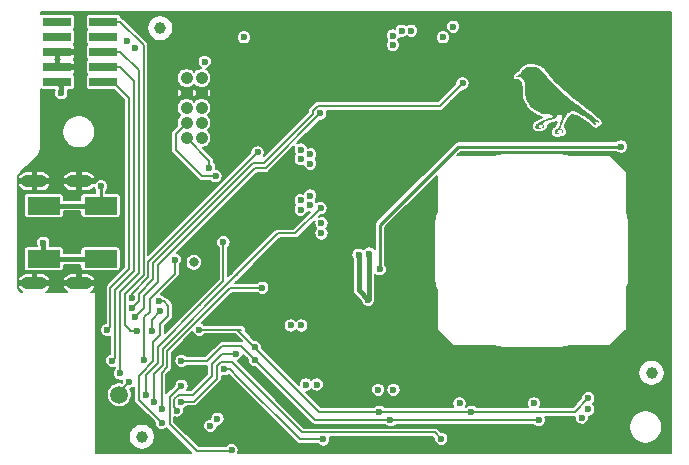
<source format=gbl>
G04 #@! TF.GenerationSoftware,KiCad,Pcbnew,(5.1.9)-1*
G04 #@! TF.CreationDate,2021-03-02T11:46:35-05:00*
G04 #@! TF.ProjectId,Canary,43616e61-7279-42e6-9b69-6361645f7063,rev?*
G04 #@! TF.SameCoordinates,Original*
G04 #@! TF.FileFunction,Copper,L4,Bot*
G04 #@! TF.FilePolarity,Positive*
%FSLAX46Y46*%
G04 Gerber Fmt 4.6, Leading zero omitted, Abs format (unit mm)*
G04 Created by KiCad (PCBNEW (5.1.9)-1) date 2021-03-02 11:46:35*
%MOMM*%
%LPD*%
G01*
G04 APERTURE LIST*
G04 #@! TA.AperFunction,SMDPad,CuDef*
%ADD10C,0.100000*%
G04 #@! TD*
G04 #@! TA.AperFunction,SMDPad,CuDef*
%ADD11C,1.000000*%
G04 #@! TD*
G04 #@! TA.AperFunction,SMDPad,CuDef*
%ADD12C,1.500000*%
G04 #@! TD*
G04 #@! TA.AperFunction,SMDPad,CuDef*
%ADD13R,2.800000X1.500000*%
G04 #@! TD*
G04 #@! TA.AperFunction,ComponentPad*
%ADD14C,1.050000*%
G04 #@! TD*
G04 #@! TA.AperFunction,SMDPad,CuDef*
%ADD15R,2.400000X0.760000*%
G04 #@! TD*
G04 #@! TA.AperFunction,ComponentPad*
%ADD16O,2.200000X1.100000*%
G04 #@! TD*
G04 #@! TA.AperFunction,ViaPad*
%ADD17C,0.600000*%
G04 #@! TD*
G04 #@! TA.AperFunction,ViaPad*
%ADD18C,0.800000*%
G04 #@! TD*
G04 #@! TA.AperFunction,Conductor*
%ADD19C,0.203200*%
G04 #@! TD*
G04 #@! TA.AperFunction,Conductor*
%ADD20C,0.381000*%
G04 #@! TD*
G04 #@! TA.AperFunction,Conductor*
%ADD21C,0.254000*%
G04 #@! TD*
G04 #@! TA.AperFunction,Conductor*
%ADD22C,0.100000*%
G04 #@! TD*
G04 APERTURE END LIST*
G04 #@! TA.AperFunction,SMDPad,CuDef*
D10*
G36*
X161927575Y-88699701D02*
G01*
X161887575Y-88689701D01*
X161885729Y-88689042D01*
X161884453Y-88688321D01*
X161854453Y-88668321D01*
X161852936Y-88667078D01*
X161852191Y-88666247D01*
X161832191Y-88641247D01*
X161831318Y-88639961D01*
X161811318Y-88604961D01*
X161810516Y-88603172D01*
X161810101Y-88601414D01*
X161800101Y-88531414D01*
X161800077Y-88528760D01*
X161810077Y-88448760D01*
X161810299Y-88447575D01*
X161820299Y-88407575D01*
X161820958Y-88405729D01*
X161821425Y-88404855D01*
X161851425Y-88354855D01*
X161852594Y-88353281D01*
X161854000Y-88352000D01*
X161894000Y-88322000D01*
X161896286Y-88320715D01*
X161946286Y-88300715D01*
X161947575Y-88300299D01*
X161986129Y-88290660D01*
X162033403Y-88262296D01*
X162081881Y-88204122D01*
X162131169Y-88125262D01*
X162230777Y-87906123D01*
X162280643Y-87776472D01*
X162350557Y-87586705D01*
X162410394Y-87407195D01*
X162440262Y-87287723D01*
X162460000Y-87198902D01*
X162460000Y-87153333D01*
X162433492Y-87117989D01*
X162386960Y-87096095D01*
X162309608Y-87090000D01*
X162080827Y-87090000D01*
X162028998Y-87098638D01*
X162019923Y-87171240D01*
X162019806Y-87171961D01*
X162009806Y-87221961D01*
X162009235Y-87223836D01*
X162008309Y-87225564D01*
X162007071Y-87227071D01*
X161957071Y-87277071D01*
X161956644Y-87277474D01*
X161866860Y-87357282D01*
X161837071Y-87387071D01*
X161835547Y-87388321D01*
X161805547Y-87408321D01*
X161803817Y-87409243D01*
X161801521Y-87409884D01*
X161672228Y-87429775D01*
X161443114Y-87499505D01*
X161103630Y-87619323D01*
X160894368Y-87709007D01*
X160720898Y-87803157D01*
X160720220Y-87816078D01*
X160725401Y-87821260D01*
X160753162Y-87830513D01*
X160754472Y-87831056D01*
X160814472Y-87861056D01*
X160816000Y-87862000D01*
X160856000Y-87892000D01*
X160857445Y-87893324D01*
X160858575Y-87894855D01*
X160888575Y-87944855D01*
X160889414Y-87946627D01*
X160889806Y-87948039D01*
X160899762Y-87997819D01*
X160909701Y-88037575D01*
X160910000Y-88040000D01*
X160910000Y-88080000D01*
X160909808Y-88081951D01*
X160909239Y-88083827D01*
X160907809Y-88086247D01*
X160867809Y-88136247D01*
X160866440Y-88137650D01*
X160864824Y-88138760D01*
X160863162Y-88139487D01*
X160803162Y-88159487D01*
X160801251Y-88159921D01*
X160800000Y-88160000D01*
X160770000Y-88160000D01*
X160768049Y-88159808D01*
X160765528Y-88158944D01*
X160745528Y-88148944D01*
X160743869Y-88147900D01*
X160742445Y-88146552D01*
X160741056Y-88144472D01*
X160731056Y-88124472D01*
X160730355Y-88122641D01*
X160730025Y-88120709D01*
X160730079Y-88118749D01*
X160730513Y-88116838D01*
X160731312Y-88115048D01*
X160732445Y-88113448D01*
X160733869Y-88112100D01*
X160735528Y-88111056D01*
X160737359Y-88110355D01*
X160740000Y-88110000D01*
X160757640Y-88110000D01*
X160794966Y-88091337D01*
X160821598Y-88073582D01*
X160829593Y-88049599D01*
X160810565Y-87973491D01*
X160802244Y-87956849D01*
X160745892Y-87919280D01*
X160707969Y-87909800D01*
X160649172Y-87900000D01*
X160580828Y-87900000D01*
X160523126Y-87909617D01*
X160485924Y-87928218D01*
X160467773Y-87946369D01*
X160449063Y-87974434D01*
X160440000Y-88001623D01*
X160440000Y-88029009D01*
X160449418Y-88076098D01*
X160467460Y-88103161D01*
X160515422Y-88141531D01*
X160553491Y-88160566D01*
X160632425Y-88180299D01*
X160634271Y-88180958D01*
X160635953Y-88181965D01*
X160637406Y-88183281D01*
X160638575Y-88184855D01*
X160639414Y-88186627D01*
X160639891Y-88188528D01*
X160639988Y-88190486D01*
X160639701Y-88192425D01*
X160639042Y-88194271D01*
X160638035Y-88195953D01*
X160636000Y-88198000D01*
X160596000Y-88228000D01*
X160594324Y-88229017D01*
X160592482Y-88229687D01*
X160590000Y-88230000D01*
X160510000Y-88230000D01*
X160508049Y-88229808D01*
X160506061Y-88229191D01*
X160436061Y-88199191D01*
X160434343Y-88198246D01*
X160432407Y-88196508D01*
X160372407Y-88126508D01*
X160371284Y-88124902D01*
X160370513Y-88123162D01*
X160350513Y-88063162D01*
X160350079Y-88061251D01*
X160350000Y-88060000D01*
X160350000Y-88000000D01*
X160350194Y-87998039D01*
X160360194Y-87948039D01*
X160360715Y-87946286D01*
X160380000Y-87898074D01*
X160380000Y-87884142D01*
X160377299Y-87881441D01*
X160354952Y-87888890D01*
X160298008Y-87936343D01*
X160269711Y-87992939D01*
X160260124Y-88069630D01*
X160269329Y-88115653D01*
X160307465Y-88163323D01*
X160316369Y-88172227D01*
X160345034Y-88191337D01*
X160384472Y-88211056D01*
X160386131Y-88212100D01*
X160387555Y-88213448D01*
X160388688Y-88215048D01*
X160389487Y-88216838D01*
X160389921Y-88218749D01*
X160389975Y-88220709D01*
X160389645Y-88222641D01*
X160388944Y-88224472D01*
X160387900Y-88226131D01*
X160386552Y-88227555D01*
X160384952Y-88228688D01*
X160382425Y-88229701D01*
X160342425Y-88239701D01*
X160340486Y-88239988D01*
X160338039Y-88239806D01*
X160288039Y-88229806D01*
X160285528Y-88228944D01*
X160225528Y-88198944D01*
X160223869Y-88197900D01*
X160222191Y-88196247D01*
X160182191Y-88146247D01*
X160181123Y-88144604D01*
X160180395Y-88142783D01*
X160180101Y-88141414D01*
X160170101Y-88071414D01*
X160170015Y-88069456D01*
X160170136Y-88068356D01*
X160190136Y-87948356D01*
X160190809Y-87946061D01*
X160220809Y-87876061D01*
X160221754Y-87874343D01*
X160222971Y-87872887D01*
X160264400Y-87831947D01*
X160282837Y-87813022D01*
X160284759Y-87811483D01*
X160414759Y-87731483D01*
X160415259Y-87731195D01*
X160545259Y-87661195D01*
X160546286Y-87660715D01*
X160746286Y-87580715D01*
X160746489Y-87580637D01*
X160906489Y-87520637D01*
X160906637Y-87520583D01*
X161186402Y-87420667D01*
X161356193Y-87350753D01*
X161356489Y-87350637D01*
X161516209Y-87290742D01*
X161603589Y-87251906D01*
X161624428Y-87224453D01*
X161620234Y-87182828D01*
X161601337Y-87145034D01*
X161582987Y-87117510D01*
X161515284Y-87078822D01*
X161455906Y-87049133D01*
X161407331Y-87029703D01*
X161218848Y-86999942D01*
X160949261Y-86979973D01*
X160949005Y-86979950D01*
X160749005Y-86959950D01*
X160746453Y-86959350D01*
X160456453Y-86849350D01*
X160455294Y-86848824D01*
X160155294Y-86688824D01*
X160153793Y-86687840D01*
X159913793Y-86497840D01*
X159912432Y-86496536D01*
X159722432Y-86276536D01*
X159721893Y-86275855D01*
X159591893Y-86095855D01*
X159591679Y-86095547D01*
X159451679Y-85885547D01*
X159450938Y-85884229D01*
X159380938Y-85734229D01*
X159380215Y-85732060D01*
X159340215Y-85542060D01*
X159340122Y-85541560D01*
X159310122Y-85351560D01*
X159310012Y-85350499D01*
X159300012Y-85150499D01*
X159300000Y-85150000D01*
X159300000Y-84830134D01*
X159290017Y-84470764D01*
X159270270Y-84312782D01*
X159211120Y-84184623D01*
X159141461Y-84065209D01*
X159072151Y-83956293D01*
X159023432Y-83907574D01*
X158984741Y-83878556D01*
X158953790Y-83863279D01*
X158859651Y-83859994D01*
X158859335Y-83859978D01*
X158709335Y-83849978D01*
X158708760Y-83849923D01*
X158548760Y-83829923D01*
X158546848Y-83829490D01*
X158545057Y-83828693D01*
X158543456Y-83827561D01*
X158542106Y-83826139D01*
X158541060Y-83824481D01*
X158540358Y-83822651D01*
X158540000Y-83820000D01*
X158540000Y-83810000D01*
X158540192Y-83808049D01*
X158541056Y-83805528D01*
X158551056Y-83785528D01*
X158552100Y-83783869D01*
X158554000Y-83782000D01*
X158594000Y-83752000D01*
X158595039Y-83751318D01*
X158804920Y-83631386D01*
X158854645Y-83601551D01*
X158884093Y-83581919D01*
X158932540Y-83543161D01*
X158951419Y-83514843D01*
X159021195Y-83385259D01*
X159021520Y-83384700D01*
X159071520Y-83304700D01*
X159071877Y-83304168D01*
X159094403Y-83272794D01*
X159095311Y-83271702D01*
X159122785Y-83243076D01*
X159123861Y-83242106D01*
X159213861Y-83172106D01*
X159214631Y-83171563D01*
X159324631Y-83101563D01*
X159325528Y-83101056D01*
X159425528Y-83051056D01*
X159426838Y-83050513D01*
X159486838Y-83030513D01*
X159487575Y-83030299D01*
X159567575Y-83010299D01*
X159568761Y-83010077D01*
X159635177Y-83001783D01*
X159636251Y-83001707D01*
X159739835Y-83000001D01*
X159740345Y-83000006D01*
X160030345Y-83010006D01*
X160031483Y-83010111D01*
X160231483Y-83040111D01*
X160233162Y-83040513D01*
X160353162Y-83080513D01*
X160354138Y-83080896D01*
X160464138Y-83130896D01*
X160465547Y-83131679D01*
X160585547Y-83211679D01*
X160586823Y-83212689D01*
X160736823Y-83352689D01*
X160737071Y-83352929D01*
X160847071Y-83462929D01*
X160847433Y-83463310D01*
X160937433Y-83563310D01*
X160937498Y-83563384D01*
X161087498Y-83733384D01*
X161088137Y-83734188D01*
X161138137Y-83804188D01*
X161138944Y-83805528D01*
X161158944Y-83845528D01*
X161159645Y-83847359D01*
X161159975Y-83849291D01*
X161159934Y-83850789D01*
X161247606Y-83953508D01*
X161247682Y-83953598D01*
X161397486Y-84133362D01*
X161557186Y-84303044D01*
X161727004Y-84472862D01*
X161956810Y-84692677D01*
X162396727Y-85092601D01*
X162396877Y-85092740D01*
X162776707Y-85452579D01*
X163286275Y-85892206D01*
X163645948Y-86161961D01*
X163755882Y-86241913D01*
X163756139Y-86242106D01*
X164296070Y-86662052D01*
X164845977Y-87071983D01*
X164846169Y-87072129D01*
X165216169Y-87362129D01*
X165216292Y-87362228D01*
X165426292Y-87532228D01*
X165426690Y-87532567D01*
X165526690Y-87622567D01*
X165527071Y-87622929D01*
X165547071Y-87642929D01*
X165548315Y-87644444D01*
X165548944Y-87645528D01*
X165558944Y-87665528D01*
X165559487Y-87666838D01*
X165569487Y-87696838D01*
X165569921Y-87698749D01*
X165570000Y-87700000D01*
X165570000Y-87710000D01*
X165569808Y-87711951D01*
X165569239Y-87713827D01*
X165568315Y-87715556D01*
X165567071Y-87717071D01*
X165565556Y-87718315D01*
X165563827Y-87719239D01*
X165561951Y-87719808D01*
X165560000Y-87720000D01*
X165540000Y-87720000D01*
X165538049Y-87719808D01*
X165536061Y-87719191D01*
X165466061Y-87689191D01*
X165465528Y-87688944D01*
X165386630Y-87649495D01*
X165299892Y-87630220D01*
X165256023Y-87638994D01*
X165239063Y-87664434D01*
X165230407Y-87690401D01*
X165239435Y-87726509D01*
X165258770Y-87765180D01*
X165288575Y-87814855D01*
X165289414Y-87816627D01*
X165289701Y-87817575D01*
X165299606Y-87857195D01*
X165309487Y-87886838D01*
X165309921Y-87888749D01*
X165310000Y-87890000D01*
X165310000Y-87920000D01*
X165309808Y-87921951D01*
X165309239Y-87923827D01*
X165308315Y-87925556D01*
X165307071Y-87927071D01*
X165305556Y-87928315D01*
X165303827Y-87929239D01*
X165301951Y-87929808D01*
X165300000Y-87930000D01*
X165280000Y-87930000D01*
X165278049Y-87929808D01*
X165275528Y-87928944D01*
X165215528Y-87898944D01*
X165213310Y-87897433D01*
X165113310Y-87807433D01*
X165112929Y-87807071D01*
X164983026Y-87677168D01*
X164803588Y-87507699D01*
X164654439Y-87398323D01*
X164324909Y-87198608D01*
X164065124Y-87048732D01*
X163825665Y-86919025D01*
X163636298Y-86839291D01*
X163476673Y-86779432D01*
X163360313Y-86740645D01*
X163263752Y-86779270D01*
X162973824Y-86899240D01*
X162973387Y-86899409D01*
X162869463Y-86936822D01*
X162869893Y-86938539D01*
X162869988Y-86940497D01*
X162869699Y-86942436D01*
X162868944Y-86944472D01*
X162828944Y-87024472D01*
X162827926Y-87026097D01*
X162728513Y-87155334D01*
X162669074Y-87274212D01*
X162429339Y-87833594D01*
X162329538Y-88123016D01*
X162292821Y-88251525D01*
X162361240Y-88260077D01*
X162363152Y-88260510D01*
X162364472Y-88261056D01*
X162444472Y-88301056D01*
X162446131Y-88302100D01*
X162448000Y-88304000D01*
X162508000Y-88384000D01*
X162509017Y-88385676D01*
X162509615Y-88387253D01*
X162529615Y-88457253D01*
X162530000Y-88460000D01*
X162530000Y-88520000D01*
X162529808Y-88521951D01*
X162529239Y-88523827D01*
X162528575Y-88525145D01*
X162498575Y-88575145D01*
X162497406Y-88576719D01*
X162495953Y-88578035D01*
X162494472Y-88578944D01*
X162454472Y-88598944D01*
X162452641Y-88599645D01*
X162450000Y-88600000D01*
X162400000Y-88600000D01*
X162398049Y-88599808D01*
X162396173Y-88599239D01*
X162394444Y-88598315D01*
X162392929Y-88597071D01*
X162391685Y-88595556D01*
X162390761Y-88593827D01*
X162390192Y-88591951D01*
X162390000Y-88590000D01*
X162390192Y-88588049D01*
X162390761Y-88586173D01*
X162391685Y-88584444D01*
X162392929Y-88582929D01*
X162394453Y-88581679D01*
X162422789Y-88562789D01*
X162441102Y-88535318D01*
X162460000Y-88488074D01*
X162460000Y-88480991D01*
X162450456Y-88433273D01*
X162422359Y-88377077D01*
X162376775Y-88349727D01*
X162280058Y-88340055D01*
X162192644Y-88349768D01*
X162105758Y-88388384D01*
X162058523Y-88435619D01*
X162040000Y-88481927D01*
X162040000Y-88537640D01*
X162058218Y-88574076D01*
X162085924Y-88601782D01*
X162143834Y-88630737D01*
X162173162Y-88640513D01*
X162174472Y-88641056D01*
X162194472Y-88651056D01*
X162196131Y-88652100D01*
X162197555Y-88653448D01*
X162198688Y-88655048D01*
X162199487Y-88656838D01*
X162199921Y-88658749D01*
X162199975Y-88660709D01*
X162199645Y-88662641D01*
X162198944Y-88664472D01*
X162197900Y-88666131D01*
X162196552Y-88667555D01*
X162194472Y-88668944D01*
X162154472Y-88688944D01*
X162152641Y-88689645D01*
X162150709Y-88689975D01*
X162148586Y-88689899D01*
X162078586Y-88679899D01*
X162076682Y-88679433D01*
X162074453Y-88678321D01*
X162014453Y-88638321D01*
X162012936Y-88637078D01*
X162012191Y-88636247D01*
X161972191Y-88586247D01*
X161971123Y-88584604D01*
X161970385Y-88582747D01*
X161950385Y-88512747D01*
X161950034Y-88510819D01*
X161950101Y-88508586D01*
X161960101Y-88438586D01*
X161960715Y-88436286D01*
X161980000Y-88388074D01*
X161980000Y-88384142D01*
X161975858Y-88380000D01*
X161972360Y-88380000D01*
X161955280Y-88388540D01*
X161917567Y-88416825D01*
X161889466Y-88463660D01*
X161880000Y-88510991D01*
X161880000Y-88558377D01*
X161889263Y-88586166D01*
X161898540Y-88604720D01*
X161926972Y-88642629D01*
X161955034Y-88661337D01*
X161974472Y-88671056D01*
X161976131Y-88672100D01*
X161977555Y-88673448D01*
X161978688Y-88675048D01*
X161979487Y-88676838D01*
X161979921Y-88678749D01*
X161979975Y-88680709D01*
X161979645Y-88682641D01*
X161978944Y-88684472D01*
X161977900Y-88686131D01*
X161976552Y-88687555D01*
X161974952Y-88688688D01*
X161972425Y-88689701D01*
X161932425Y-88699701D01*
X161930486Y-88699988D01*
X161927575Y-88699701D01*
G37*
G04 #@! TD.AperFunction*
D11*
X128400000Y-79720000D03*
X126860000Y-114320000D03*
X170000000Y-108910000D03*
D12*
X124940000Y-110760000D03*
D13*
X123350000Y-94750000D03*
X118550000Y-94750000D03*
X123350000Y-99250000D03*
X118550000Y-99250000D03*
D14*
X131900000Y-83940000D03*
X130630000Y-83940000D03*
X131900000Y-85210000D03*
X130630000Y-85210000D03*
X131900000Y-86480000D03*
X130630000Y-86480000D03*
X131900000Y-87750000D03*
X130630000Y-87750000D03*
X131900000Y-89020000D03*
X130630000Y-89020000D03*
D15*
X123600000Y-80470000D03*
X123600000Y-79200000D03*
X123600000Y-83010000D03*
X123600000Y-81740000D03*
X123600000Y-84280000D03*
X119700000Y-79200000D03*
X119700000Y-80470000D03*
X119700000Y-81740000D03*
X119700000Y-83010000D03*
X119700000Y-84280000D03*
D16*
X121550000Y-92680000D03*
X121550000Y-101320000D03*
X117750000Y-92680000D03*
X117750000Y-101320000D03*
D17*
X129800000Y-112100000D03*
X134800000Y-107300000D03*
X137500000Y-89950000D03*
X134450000Y-110150000D03*
X141050000Y-108150000D03*
X143150000Y-108150000D03*
X150550000Y-84050000D03*
X123250000Y-107950000D03*
X123250000Y-109800000D03*
X123250000Y-111300000D03*
X123250000Y-113150000D03*
X124200000Y-113150000D03*
X125150000Y-113150000D03*
X130250000Y-113250000D03*
X150600000Y-80050000D03*
X151600000Y-80975000D03*
X151600000Y-80050000D03*
X153200000Y-86050000D03*
X143250000Y-83500000D03*
X144200000Y-83500000D03*
X150550000Y-82900000D03*
X150600000Y-86950000D03*
X146100000Y-80875000D03*
X141700000Y-80850000D03*
X166400000Y-79200000D03*
X161600000Y-79200000D03*
X167200000Y-83600000D03*
X167200000Y-84800000D03*
X168400000Y-84800000D03*
X169600000Y-84800000D03*
X170800000Y-84800000D03*
X165000000Y-84400000D03*
X163950000Y-84400000D03*
X154100000Y-82500000D03*
X131000000Y-81400000D03*
X132100000Y-80300000D03*
X131000000Y-80300000D03*
X146100000Y-80050000D03*
X145400000Y-87250000D03*
X136400000Y-84400000D03*
X136400000Y-85200000D03*
X136400000Y-86000000D03*
X138400000Y-92600000D03*
X137600000Y-92600000D03*
X138400000Y-93400000D03*
X138400000Y-94200000D03*
X132750000Y-106675000D03*
X132750000Y-105825000D03*
X146100000Y-95450000D03*
X145150000Y-95450000D03*
X143600000Y-95450000D03*
X141450000Y-98100000D03*
X139600000Y-115300000D03*
X149600000Y-115300000D03*
X159600000Y-115300000D03*
X133650000Y-110150000D03*
X137400000Y-95200000D03*
X137980000Y-104140000D03*
X137980000Y-103280000D03*
X141900000Y-104700000D03*
X142700000Y-104700000D03*
X141900000Y-100700000D03*
X142700000Y-100700000D03*
X121620000Y-81170000D03*
X123110000Y-85330000D03*
X124200000Y-89750000D03*
D18*
X131250000Y-102650000D03*
D17*
X123150000Y-103650000D03*
X132700000Y-114975000D03*
X136150000Y-105000000D03*
X160050000Y-110700000D03*
X137250000Y-109750000D03*
X137250000Y-113250000D03*
X167600000Y-111600000D03*
X169400000Y-111600000D03*
X167600000Y-113400000D03*
X128870000Y-89800000D03*
X170200000Y-85700000D03*
X169000000Y-85700000D03*
X167800000Y-85700000D03*
X136590000Y-93830000D03*
X136600000Y-95700000D03*
X167600000Y-115200000D03*
X171200000Y-111600000D03*
D18*
X131250000Y-99550000D03*
D17*
X120020000Y-85230000D03*
X133250000Y-112800000D03*
X132650000Y-113400000D03*
X140300000Y-90000000D03*
X140300000Y-90800000D03*
X141100000Y-90400000D03*
X141100000Y-91200000D03*
X152350000Y-80500000D03*
X148100000Y-81150000D03*
X148100000Y-80350000D03*
X148850000Y-79950000D03*
X149650000Y-79950000D03*
X153200000Y-79600000D03*
X118500000Y-97900000D03*
X164100000Y-112700000D03*
X164650000Y-112000000D03*
X153750000Y-111500000D03*
X146850000Y-110350000D03*
X148150000Y-110350000D03*
X142050000Y-97100000D03*
X142050000Y-96250000D03*
X141100000Y-93900000D03*
X140300000Y-95100000D03*
X141100000Y-94700000D03*
X140300000Y-94300000D03*
X140750000Y-109900000D03*
X141650000Y-109900000D03*
X139450000Y-104900000D03*
X140350000Y-104900000D03*
X160050000Y-111500000D03*
X146000000Y-102730000D03*
X146087500Y-98807500D03*
X145200000Y-98910000D03*
X132170000Y-82580000D03*
X125600000Y-80830000D03*
X126250000Y-81370000D03*
X135500000Y-80500000D03*
X130200000Y-110000000D03*
X134450000Y-115450000D03*
X142200000Y-114550000D03*
X133800000Y-108600000D03*
X130200000Y-111350000D03*
X152200000Y-114500000D03*
X126450000Y-105400000D03*
X124335000Y-107885000D03*
X124990000Y-108960000D03*
X123920000Y-105280000D03*
X127200000Y-110825000D03*
X133750000Y-97850000D03*
X127875000Y-111400000D03*
X141975000Y-94975000D03*
X128525000Y-112000000D03*
X137050000Y-101700000D03*
X128300000Y-102850000D03*
X128525000Y-113125000D03*
X133090000Y-92270000D03*
X132550000Y-91540000D03*
X130200000Y-107900000D03*
X136400000Y-107800000D03*
X147900000Y-112900000D03*
X160450000Y-112900000D03*
X131700000Y-105250000D03*
X136400000Y-106750000D03*
X146950000Y-112200000D03*
X154750000Y-112200000D03*
X164650000Y-111050000D03*
X141950000Y-86950000D03*
X126250000Y-104200000D03*
X154000000Y-84400000D03*
X126000000Y-103400000D03*
X136650000Y-90250000D03*
X126000000Y-102550000D03*
X127700000Y-105400000D03*
X128400000Y-103700000D03*
X127050000Y-107850000D03*
X129650000Y-99330000D03*
X147000000Y-100140000D03*
X167420000Y-89750000D03*
X123400000Y-93100000D03*
X125800000Y-109650000D03*
D19*
X133600000Y-107300000D02*
X134800000Y-107300000D01*
X131200000Y-110750000D02*
X132750000Y-109200000D01*
X132750000Y-109200000D02*
X132750000Y-108150000D01*
X129980078Y-110750000D02*
X131200000Y-110750000D01*
X129600000Y-111130078D02*
X129980078Y-110750000D01*
X132750000Y-108150000D02*
X133600000Y-107300000D01*
X129600000Y-111825000D02*
X129600000Y-111130078D01*
X129800000Y-112025000D02*
X129600000Y-111825000D01*
X129800000Y-112100000D02*
X129800000Y-112025000D01*
D20*
X121050000Y-81740000D02*
X119700000Y-81740000D01*
X121620000Y-81170000D02*
X121050000Y-81740000D01*
X119700000Y-81740000D02*
X119700000Y-83010000D01*
X118500000Y-99200000D02*
X118550000Y-99250000D01*
X118500000Y-97900000D02*
X118500000Y-99200000D01*
X118550000Y-99250000D02*
X123350000Y-99250000D01*
X120020000Y-84600000D02*
X119700000Y-84280000D01*
X120020000Y-85230000D02*
X120020000Y-84600000D01*
X145200000Y-101930000D02*
X146000000Y-102730000D01*
X145200000Y-98910000D02*
X145200000Y-101930000D01*
X146087500Y-102642500D02*
X146000000Y-102730000D01*
X146087500Y-98807500D02*
X146087500Y-102642500D01*
D19*
X134350000Y-115550000D02*
X134450000Y-115450000D01*
X129200000Y-113260000D02*
X131490000Y-115550000D01*
X129200000Y-110950000D02*
X129200000Y-113260000D01*
X130150000Y-110000000D02*
X129200000Y-110950000D01*
X131490000Y-115550000D02*
X131900000Y-115550000D01*
X130200000Y-110000000D02*
X130150000Y-110000000D01*
X131900000Y-115550000D02*
X134350000Y-115550000D01*
X131700000Y-115550000D02*
X131900000Y-115550000D01*
X140250000Y-114550000D02*
X142200000Y-114550000D01*
X142200000Y-114550000D02*
X142200000Y-114550000D01*
X134300000Y-108600000D02*
X135025000Y-109325000D01*
X133800000Y-108600000D02*
X134300000Y-108600000D01*
X135025000Y-109325000D02*
X140250000Y-114550000D01*
X134900000Y-109200000D02*
X135025000Y-109325000D01*
X152200000Y-114500000D02*
X152200000Y-114500000D01*
X151650000Y-113950000D02*
X152200000Y-114500000D01*
X140450000Y-113950000D02*
X151650000Y-113950000D01*
X134500000Y-108000000D02*
X140450000Y-113950000D01*
X133200000Y-109400000D02*
X133200000Y-108350000D01*
X133550000Y-108000000D02*
X134500000Y-108000000D01*
X133200000Y-108350000D02*
X133550000Y-108000000D01*
X131250000Y-111350000D02*
X133200000Y-109400000D01*
X130200000Y-111350000D02*
X131250000Y-111350000D01*
X125003200Y-79200000D02*
X126990000Y-81186800D01*
X123600000Y-79200000D02*
X125003200Y-79200000D01*
X126990000Y-81186800D02*
X126990000Y-100640000D01*
X126990000Y-100640000D02*
X125390000Y-102240000D01*
X125390000Y-104890000D02*
X125390000Y-104760000D01*
X125390000Y-102240000D02*
X125390000Y-104760000D01*
X125900000Y-105400000D02*
X125725000Y-105225000D01*
X125725000Y-105225000D02*
X125390000Y-104890000D01*
X126450000Y-105400000D02*
X125900000Y-105400000D01*
X125850000Y-105350000D02*
X125725000Y-105225000D01*
X125003200Y-83010000D02*
X126160000Y-84166800D01*
X123600000Y-83010000D02*
X125003200Y-83010000D01*
X126160000Y-84166800D02*
X126160000Y-100300000D01*
X126160000Y-100300000D02*
X124590000Y-101870000D01*
X124590000Y-101870000D02*
X124590000Y-107630000D01*
X124590000Y-107630000D02*
X124335000Y-107885000D01*
X125003200Y-81740000D02*
X126570000Y-83306800D01*
X123600000Y-81740000D02*
X125003200Y-81740000D01*
X126570000Y-83306800D02*
X126570000Y-100470000D01*
X126570000Y-100470000D02*
X124990000Y-102050000D01*
X124990000Y-102050000D02*
X124990000Y-108960000D01*
X124990000Y-108960000D02*
X124990000Y-108960000D01*
X123600000Y-84280000D02*
X124370000Y-84280000D01*
X124420000Y-84280000D02*
X123600000Y-84280000D01*
X125770000Y-85630000D02*
X124420000Y-84280000D01*
X125770000Y-100130000D02*
X125770000Y-85630000D01*
X124190000Y-101710000D02*
X125770000Y-100130000D01*
X124190000Y-105010000D02*
X124190000Y-101710000D01*
X123920000Y-105280000D02*
X124190000Y-105010000D01*
X127200000Y-110825000D02*
X127200000Y-109100000D01*
X127200000Y-109100000D02*
X128200000Y-108100000D01*
X128200000Y-108100000D02*
X128200000Y-106700000D01*
X133750000Y-101150000D02*
X133750000Y-97850000D01*
X131700000Y-103200000D02*
X133750000Y-101150000D01*
X128200000Y-106700000D02*
X131700000Y-103200000D01*
X131700000Y-103200000D02*
X131775000Y-103125000D01*
X128600000Y-108275000D02*
X128600000Y-106875000D01*
X127875000Y-109000000D02*
X128600000Y-108275000D01*
X127875000Y-111400000D02*
X127875000Y-109000000D01*
X141975000Y-94975000D02*
X139850000Y-97100000D01*
X138375000Y-97100000D02*
X134737500Y-100737500D01*
X139850000Y-97100000D02*
X138375000Y-97100000D01*
X134737500Y-100737500D02*
X134875000Y-100600000D01*
X128600000Y-106875000D02*
X134737500Y-100737500D01*
X128525000Y-112000000D02*
X128525000Y-108900000D01*
X128525000Y-108900000D02*
X129000000Y-108425000D01*
X129000000Y-108425000D02*
X129000000Y-107025000D01*
X134325000Y-101700000D02*
X131862500Y-104162500D01*
X137050000Y-101700000D02*
X134325000Y-101700000D01*
X131862500Y-104162500D02*
X132225000Y-103800000D01*
X129000000Y-107025000D02*
X131862500Y-104162500D01*
X128724264Y-102850000D02*
X129100000Y-103225736D01*
X128300000Y-102850000D02*
X128724264Y-102850000D01*
X129100000Y-103225736D02*
X129100000Y-104075000D01*
X129100000Y-104075000D02*
X128400000Y-104775000D01*
X128400000Y-104775000D02*
X128400000Y-105700000D01*
X128400000Y-105700000D02*
X127800000Y-106300000D01*
X127800000Y-107919922D02*
X126750000Y-108969922D01*
X127800000Y-106300000D02*
X127800000Y-107919922D01*
X126750000Y-108969922D02*
X126750000Y-108975000D01*
X128525000Y-113125000D02*
X128525000Y-113125000D01*
X126750000Y-108969922D02*
X126750000Y-108970000D01*
X126750000Y-108970000D02*
X126580000Y-109140000D01*
X126580000Y-111180000D02*
X128525000Y-113125000D01*
X126580000Y-109140000D02*
X126580000Y-111180000D01*
X130630000Y-87750000D02*
X129720000Y-88660000D01*
X129720000Y-88660000D02*
X129720000Y-89400000D01*
X129720000Y-89400000D02*
X129720000Y-90040000D01*
X129720000Y-90040000D02*
X131950000Y-92270000D01*
X131950000Y-92270000D02*
X133090000Y-92270000D01*
X133090000Y-92270000D02*
X133090000Y-92270000D01*
X130630000Y-89020000D02*
X132550000Y-90940000D01*
X132550000Y-90940000D02*
X132550000Y-91540000D01*
X132550000Y-91540000D02*
X132550000Y-91540000D01*
X147900000Y-112900000D02*
X160450000Y-112900000D01*
X160450000Y-112900000D02*
X160450000Y-112900000D01*
X135250000Y-106650000D02*
X136400000Y-107800000D01*
X133650000Y-106650000D02*
X135250000Y-106650000D01*
X132400000Y-107900000D02*
X133650000Y-106650000D01*
X130200000Y-107900000D02*
X132400000Y-107900000D01*
X141500000Y-112900000D02*
X142950000Y-112900000D01*
X136400000Y-107800000D02*
X141500000Y-112900000D01*
X142950000Y-112900000D02*
X147900000Y-112900000D01*
X142150000Y-112900000D02*
X142950000Y-112900000D01*
X135250000Y-105250000D02*
X133850000Y-105250000D01*
X133850000Y-105250000D02*
X133950000Y-105250000D01*
X131700000Y-105250000D02*
X133850000Y-105250000D01*
X146950000Y-112200000D02*
X153550000Y-112200000D01*
X153550000Y-112200000D02*
X154750000Y-112200000D01*
X163500000Y-112200000D02*
X164650000Y-111050000D01*
X154750000Y-112200000D02*
X163500000Y-112200000D01*
X164650000Y-111050000D02*
X164650000Y-111050000D01*
X131700000Y-105250000D02*
X134900000Y-105250000D01*
X141850000Y-112200000D02*
X142800000Y-112200000D01*
X134900000Y-105250000D02*
X141850000Y-112200000D01*
X142800000Y-112200000D02*
X146950000Y-112200000D01*
X142100000Y-112200000D02*
X142800000Y-112200000D01*
X136450000Y-91550000D02*
X137350000Y-91550000D01*
X128200000Y-99800000D02*
X136450000Y-91550000D01*
X128200000Y-101200000D02*
X128200000Y-99800000D01*
X127000000Y-103450000D02*
X127000000Y-102400000D01*
X127000000Y-102400000D02*
X128200000Y-101200000D01*
X126250000Y-104200000D02*
X127000000Y-103450000D01*
X141950000Y-86950000D02*
X137350000Y-91550000D01*
X141300000Y-86750000D02*
X141300000Y-87000000D01*
X142000000Y-86300000D02*
X141750000Y-86300000D01*
X141750000Y-86300000D02*
X141300000Y-86750000D01*
X152100000Y-86300000D02*
X142000000Y-86300000D01*
X154000000Y-84400000D02*
X152100000Y-86300000D01*
X137150000Y-91150000D02*
X137250000Y-91050000D01*
X126600000Y-102200000D02*
X127800000Y-101000000D01*
X126600000Y-102800000D02*
X126600000Y-102200000D01*
X126000000Y-103400000D02*
X126600000Y-102800000D01*
X127800000Y-99650000D02*
X136300000Y-91150000D01*
X136300000Y-91150000D02*
X137150000Y-91150000D01*
X127800000Y-101000000D02*
X127800000Y-99650000D01*
X141300000Y-87000000D02*
X137250000Y-91050000D01*
X127400000Y-100800000D02*
X126000000Y-102200000D01*
X127400000Y-99500000D02*
X127400000Y-100800000D01*
X126000000Y-102200000D02*
X126000000Y-102550000D01*
X136650000Y-90250000D02*
X127400000Y-99500000D01*
X127700000Y-104400000D02*
X128400000Y-103700000D01*
X127700000Y-105400000D02*
X127700000Y-104400000D01*
X127050000Y-107700000D02*
X126900000Y-107850000D01*
X127050000Y-104650000D02*
X127050000Y-104150000D01*
X127050000Y-104800000D02*
X127050000Y-104200000D01*
X127050000Y-104650000D02*
X127050000Y-104800000D01*
X127050000Y-104800000D02*
X127050000Y-107700000D01*
X127050000Y-104200000D02*
X127500000Y-103750000D01*
X127500000Y-103750000D02*
X127500000Y-102650000D01*
X129650000Y-100500000D02*
X129125000Y-101025000D01*
X129650000Y-99330000D02*
X129650000Y-100500000D01*
X127500000Y-102650000D02*
X129125000Y-101025000D01*
X167420000Y-89750000D02*
X167420000Y-89750000D01*
D21*
X153654854Y-89750000D02*
X167420000Y-89750000D01*
X147000000Y-96404854D02*
X153654854Y-89750000D01*
X147000000Y-100140000D02*
X147000000Y-96404854D01*
D20*
X123350000Y-94750000D02*
X118550000Y-94750000D01*
D21*
X123350000Y-94750000D02*
X123350000Y-93150000D01*
X123350000Y-93150000D02*
X123400000Y-93100000D01*
D19*
X124940000Y-110510000D02*
X125800000Y-109650000D01*
X124940000Y-110760000D02*
X124940000Y-110510000D01*
X171670200Y-115670200D02*
X135013421Y-115670200D01*
X135031558Y-115626414D01*
X135054800Y-115509568D01*
X135054800Y-115390432D01*
X135031558Y-115273586D01*
X134985966Y-115163520D01*
X134919779Y-115064463D01*
X134835537Y-114980221D01*
X134736480Y-114914034D01*
X134626414Y-114868442D01*
X134509568Y-114845200D01*
X134390432Y-114845200D01*
X134273586Y-114868442D01*
X134163520Y-114914034D01*
X134064463Y-114980221D01*
X133980221Y-115064463D01*
X133927344Y-115143600D01*
X131658337Y-115143600D01*
X129855169Y-113340432D01*
X132045200Y-113340432D01*
X132045200Y-113459568D01*
X132068442Y-113576414D01*
X132114034Y-113686480D01*
X132180221Y-113785537D01*
X132264463Y-113869779D01*
X132363520Y-113935966D01*
X132473586Y-113981558D01*
X132590432Y-114004800D01*
X132709568Y-114004800D01*
X132826414Y-113981558D01*
X132936480Y-113935966D01*
X133035537Y-113869779D01*
X133119779Y-113785537D01*
X133185966Y-113686480D01*
X133231558Y-113576414D01*
X133254800Y-113459568D01*
X133254800Y-113404800D01*
X133309568Y-113404800D01*
X133426414Y-113381558D01*
X133536480Y-113335966D01*
X133635537Y-113269779D01*
X133719779Y-113185537D01*
X133785966Y-113086480D01*
X133831558Y-112976414D01*
X133854800Y-112859568D01*
X133854800Y-112740432D01*
X133831558Y-112623586D01*
X133785966Y-112513520D01*
X133719779Y-112414463D01*
X133635537Y-112330221D01*
X133536480Y-112264034D01*
X133426414Y-112218442D01*
X133309568Y-112195200D01*
X133190432Y-112195200D01*
X133073586Y-112218442D01*
X132963520Y-112264034D01*
X132864463Y-112330221D01*
X132780221Y-112414463D01*
X132714034Y-112513520D01*
X132668442Y-112623586D01*
X132645200Y-112740432D01*
X132645200Y-112795200D01*
X132590432Y-112795200D01*
X132473586Y-112818442D01*
X132363520Y-112864034D01*
X132264463Y-112930221D01*
X132180221Y-113014463D01*
X132114034Y-113113520D01*
X132068442Y-113223586D01*
X132045200Y-113340432D01*
X129855169Y-113340432D01*
X129606400Y-113091664D01*
X129606400Y-112674439D01*
X129623586Y-112681558D01*
X129740432Y-112704800D01*
X129859568Y-112704800D01*
X129976414Y-112681558D01*
X130086480Y-112635966D01*
X130185537Y-112569779D01*
X130269779Y-112485537D01*
X130335966Y-112386480D01*
X130381558Y-112276414D01*
X130404800Y-112159568D01*
X130404800Y-112040432D01*
X130382631Y-111928983D01*
X130486480Y-111885966D01*
X130585537Y-111819779D01*
X130648916Y-111756400D01*
X131230047Y-111756400D01*
X131250000Y-111758365D01*
X131269953Y-111756400D01*
X131269960Y-111756400D01*
X131329668Y-111750519D01*
X131406275Y-111727281D01*
X131476876Y-111689544D01*
X131538758Y-111638758D01*
X131551482Y-111623254D01*
X133473255Y-109701481D01*
X133488758Y-109688758D01*
X133539544Y-109626876D01*
X133577281Y-109556275D01*
X133600519Y-109479668D01*
X133606400Y-109419960D01*
X133606400Y-109419954D01*
X133608365Y-109400001D01*
X133606400Y-109380048D01*
X133606400Y-109174439D01*
X133623586Y-109181558D01*
X133740432Y-109204800D01*
X133859568Y-109204800D01*
X133976414Y-109181558D01*
X134086480Y-109135966D01*
X134185537Y-109069779D01*
X134190290Y-109065026D01*
X134751745Y-109626482D01*
X134751751Y-109626487D01*
X139948523Y-114823260D01*
X139961242Y-114838758D01*
X139976740Y-114851477D01*
X139976745Y-114851482D01*
X139997412Y-114868442D01*
X140023124Y-114889544D01*
X140068942Y-114914034D01*
X140093725Y-114927281D01*
X140170331Y-114950519D01*
X140177604Y-114951235D01*
X140230040Y-114956400D01*
X140230047Y-114956400D01*
X140250000Y-114958365D01*
X140269953Y-114956400D01*
X141751084Y-114956400D01*
X141814463Y-115019779D01*
X141913520Y-115085966D01*
X142023586Y-115131558D01*
X142140432Y-115154800D01*
X142259568Y-115154800D01*
X142376414Y-115131558D01*
X142486480Y-115085966D01*
X142585537Y-115019779D01*
X142669779Y-114935537D01*
X142735966Y-114836480D01*
X142781558Y-114726414D01*
X142804800Y-114609568D01*
X142804800Y-114490432D01*
X142781558Y-114373586D01*
X142774439Y-114356400D01*
X151481664Y-114356400D01*
X151595200Y-114469936D01*
X151595200Y-114559568D01*
X151618442Y-114676414D01*
X151664034Y-114786480D01*
X151730221Y-114885537D01*
X151814463Y-114969779D01*
X151913520Y-115035966D01*
X152023586Y-115081558D01*
X152140432Y-115104800D01*
X152259568Y-115104800D01*
X152376414Y-115081558D01*
X152486480Y-115035966D01*
X152585537Y-114969779D01*
X152669779Y-114885537D01*
X152735966Y-114786480D01*
X152781558Y-114676414D01*
X152804800Y-114559568D01*
X152804800Y-114440432D01*
X152781558Y-114323586D01*
X152735966Y-114213520D01*
X152669779Y-114114463D01*
X152585537Y-114030221D01*
X152486480Y-113964034D01*
X152376414Y-113918442D01*
X152259568Y-113895200D01*
X152169936Y-113895200D01*
X151951481Y-113676745D01*
X151938758Y-113661242D01*
X151876876Y-113610456D01*
X151806275Y-113572719D01*
X151729668Y-113549481D01*
X151669960Y-113543600D01*
X151669953Y-113543600D01*
X151650000Y-113541635D01*
X151630047Y-113543600D01*
X140618337Y-113543600D01*
X134959632Y-107884896D01*
X134976414Y-107881558D01*
X135086480Y-107835966D01*
X135185537Y-107769779D01*
X135269779Y-107685537D01*
X135335966Y-107586480D01*
X135381558Y-107476414D01*
X135401487Y-107376223D01*
X135795200Y-107769937D01*
X135795200Y-107859568D01*
X135818442Y-107976414D01*
X135864034Y-108086480D01*
X135930221Y-108185537D01*
X136014463Y-108269779D01*
X136113520Y-108335966D01*
X136223586Y-108381558D01*
X136340432Y-108404800D01*
X136430064Y-108404800D01*
X141198518Y-113173254D01*
X141211242Y-113188758D01*
X141273124Y-113239544D01*
X141343725Y-113277281D01*
X141402502Y-113295110D01*
X141420331Y-113300519D01*
X141428335Y-113301307D01*
X141480040Y-113306400D01*
X141480046Y-113306400D01*
X141499999Y-113308365D01*
X141519952Y-113306400D01*
X147451084Y-113306400D01*
X147514463Y-113369779D01*
X147613520Y-113435966D01*
X147723586Y-113481558D01*
X147840432Y-113504800D01*
X147959568Y-113504800D01*
X148076414Y-113481558D01*
X148186480Y-113435966D01*
X148285537Y-113369779D01*
X148348916Y-113306400D01*
X160001084Y-113306400D01*
X160064463Y-113369779D01*
X160163520Y-113435966D01*
X160273586Y-113481558D01*
X160390432Y-113504800D01*
X160509568Y-113504800D01*
X160626414Y-113481558D01*
X160736480Y-113435966D01*
X160835537Y-113369779D01*
X160843677Y-113361639D01*
X168095200Y-113361639D01*
X168095200Y-113638361D01*
X168149186Y-113909765D01*
X168255083Y-114165422D01*
X168408821Y-114395508D01*
X168604492Y-114591179D01*
X168834578Y-114744917D01*
X169090235Y-114850814D01*
X169361639Y-114904800D01*
X169638361Y-114904800D01*
X169909765Y-114850814D01*
X170165422Y-114744917D01*
X170395508Y-114591179D01*
X170591179Y-114395508D01*
X170744917Y-114165422D01*
X170850814Y-113909765D01*
X170904800Y-113638361D01*
X170904800Y-113361639D01*
X170850814Y-113090235D01*
X170744917Y-112834578D01*
X170591179Y-112604492D01*
X170395508Y-112408821D01*
X170165422Y-112255083D01*
X169909765Y-112149186D01*
X169638361Y-112095200D01*
X169361639Y-112095200D01*
X169090235Y-112149186D01*
X168834578Y-112255083D01*
X168604492Y-112408821D01*
X168408821Y-112604492D01*
X168255083Y-112834578D01*
X168149186Y-113090235D01*
X168095200Y-113361639D01*
X160843677Y-113361639D01*
X160919779Y-113285537D01*
X160985966Y-113186480D01*
X161031558Y-113076414D01*
X161054800Y-112959568D01*
X161054800Y-112840432D01*
X161031558Y-112723586D01*
X160985966Y-112613520D01*
X160981209Y-112606400D01*
X163480047Y-112606400D01*
X163500000Y-112608365D01*
X163501610Y-112608206D01*
X163495200Y-112640432D01*
X163495200Y-112759568D01*
X163518442Y-112876414D01*
X163564034Y-112986480D01*
X163630221Y-113085537D01*
X163714463Y-113169779D01*
X163813520Y-113235966D01*
X163923586Y-113281558D01*
X164040432Y-113304800D01*
X164159568Y-113304800D01*
X164276414Y-113281558D01*
X164386480Y-113235966D01*
X164485537Y-113169779D01*
X164569779Y-113085537D01*
X164635966Y-112986480D01*
X164681558Y-112876414D01*
X164704800Y-112759568D01*
X164704800Y-112640432D01*
X164697712Y-112604800D01*
X164709568Y-112604800D01*
X164826414Y-112581558D01*
X164936480Y-112535966D01*
X165035537Y-112469779D01*
X165119779Y-112385537D01*
X165185966Y-112286480D01*
X165231558Y-112176414D01*
X165254800Y-112059568D01*
X165254800Y-111940432D01*
X165231558Y-111823586D01*
X165185966Y-111713520D01*
X165119779Y-111614463D01*
X165035537Y-111530221D01*
X165027723Y-111525000D01*
X165035537Y-111519779D01*
X165119779Y-111435537D01*
X165185966Y-111336480D01*
X165231558Y-111226414D01*
X165254800Y-111109568D01*
X165254800Y-110990432D01*
X165231558Y-110873586D01*
X165185966Y-110763520D01*
X165119779Y-110664463D01*
X165035537Y-110580221D01*
X164936480Y-110514034D01*
X164826414Y-110468442D01*
X164709568Y-110445200D01*
X164590432Y-110445200D01*
X164473586Y-110468442D01*
X164363520Y-110514034D01*
X164264463Y-110580221D01*
X164180221Y-110664463D01*
X164114034Y-110763520D01*
X164068442Y-110873586D01*
X164045200Y-110990432D01*
X164045200Y-111080063D01*
X163331664Y-111793600D01*
X160581209Y-111793600D01*
X160585966Y-111786480D01*
X160631558Y-111676414D01*
X160654800Y-111559568D01*
X160654800Y-111440432D01*
X160631558Y-111323586D01*
X160585966Y-111213520D01*
X160519779Y-111114463D01*
X160435537Y-111030221D01*
X160336480Y-110964034D01*
X160226414Y-110918442D01*
X160109568Y-110895200D01*
X159990432Y-110895200D01*
X159873586Y-110918442D01*
X159763520Y-110964034D01*
X159664463Y-111030221D01*
X159580221Y-111114463D01*
X159514034Y-111213520D01*
X159468442Y-111323586D01*
X159445200Y-111440432D01*
X159445200Y-111559568D01*
X159468442Y-111676414D01*
X159514034Y-111786480D01*
X159518791Y-111793600D01*
X155198916Y-111793600D01*
X155135537Y-111730221D01*
X155036480Y-111664034D01*
X154926414Y-111618442D01*
X154809568Y-111595200D01*
X154690432Y-111595200D01*
X154573586Y-111618442D01*
X154463520Y-111664034D01*
X154364463Y-111730221D01*
X154301084Y-111793600D01*
X154281209Y-111793600D01*
X154285966Y-111786480D01*
X154331558Y-111676414D01*
X154354800Y-111559568D01*
X154354800Y-111440432D01*
X154331558Y-111323586D01*
X154285966Y-111213520D01*
X154219779Y-111114463D01*
X154135537Y-111030221D01*
X154036480Y-110964034D01*
X153926414Y-110918442D01*
X153809568Y-110895200D01*
X153690432Y-110895200D01*
X153573586Y-110918442D01*
X153463520Y-110964034D01*
X153364463Y-111030221D01*
X153280221Y-111114463D01*
X153214034Y-111213520D01*
X153168442Y-111323586D01*
X153145200Y-111440432D01*
X153145200Y-111559568D01*
X153168442Y-111676414D01*
X153214034Y-111786480D01*
X153218791Y-111793600D01*
X147398916Y-111793600D01*
X147335537Y-111730221D01*
X147236480Y-111664034D01*
X147126414Y-111618442D01*
X147009568Y-111595200D01*
X146890432Y-111595200D01*
X146773586Y-111618442D01*
X146663520Y-111664034D01*
X146564463Y-111730221D01*
X146501084Y-111793600D01*
X142018336Y-111793600D01*
X140729536Y-110504800D01*
X140809568Y-110504800D01*
X140926414Y-110481558D01*
X141036480Y-110435966D01*
X141135537Y-110369779D01*
X141200000Y-110305316D01*
X141264463Y-110369779D01*
X141363520Y-110435966D01*
X141473586Y-110481558D01*
X141590432Y-110504800D01*
X141709568Y-110504800D01*
X141826414Y-110481558D01*
X141936480Y-110435966D01*
X142035537Y-110369779D01*
X142114884Y-110290432D01*
X146245200Y-110290432D01*
X146245200Y-110409568D01*
X146268442Y-110526414D01*
X146314034Y-110636480D01*
X146380221Y-110735537D01*
X146464463Y-110819779D01*
X146563520Y-110885966D01*
X146673586Y-110931558D01*
X146790432Y-110954800D01*
X146909568Y-110954800D01*
X147026414Y-110931558D01*
X147136480Y-110885966D01*
X147235537Y-110819779D01*
X147319779Y-110735537D01*
X147385966Y-110636480D01*
X147431558Y-110526414D01*
X147454800Y-110409568D01*
X147454800Y-110290432D01*
X147545200Y-110290432D01*
X147545200Y-110409568D01*
X147568442Y-110526414D01*
X147614034Y-110636480D01*
X147680221Y-110735537D01*
X147764463Y-110819779D01*
X147863520Y-110885966D01*
X147973586Y-110931558D01*
X148090432Y-110954800D01*
X148209568Y-110954800D01*
X148326414Y-110931558D01*
X148436480Y-110885966D01*
X148535537Y-110819779D01*
X148619779Y-110735537D01*
X148685966Y-110636480D01*
X148731558Y-110526414D01*
X148754800Y-110409568D01*
X148754800Y-110290432D01*
X148731558Y-110173586D01*
X148685966Y-110063520D01*
X148619779Y-109964463D01*
X148535537Y-109880221D01*
X148436480Y-109814034D01*
X148326414Y-109768442D01*
X148209568Y-109745200D01*
X148090432Y-109745200D01*
X147973586Y-109768442D01*
X147863520Y-109814034D01*
X147764463Y-109880221D01*
X147680221Y-109964463D01*
X147614034Y-110063520D01*
X147568442Y-110173586D01*
X147545200Y-110290432D01*
X147454800Y-110290432D01*
X147431558Y-110173586D01*
X147385966Y-110063520D01*
X147319779Y-109964463D01*
X147235537Y-109880221D01*
X147136480Y-109814034D01*
X147026414Y-109768442D01*
X146909568Y-109745200D01*
X146790432Y-109745200D01*
X146673586Y-109768442D01*
X146563520Y-109814034D01*
X146464463Y-109880221D01*
X146380221Y-109964463D01*
X146314034Y-110063520D01*
X146268442Y-110173586D01*
X146245200Y-110290432D01*
X142114884Y-110290432D01*
X142119779Y-110285537D01*
X142185966Y-110186480D01*
X142231558Y-110076414D01*
X142254800Y-109959568D01*
X142254800Y-109840432D01*
X142231558Y-109723586D01*
X142185966Y-109613520D01*
X142119779Y-109514463D01*
X142035537Y-109430221D01*
X141936480Y-109364034D01*
X141826414Y-109318442D01*
X141709568Y-109295200D01*
X141590432Y-109295200D01*
X141473586Y-109318442D01*
X141363520Y-109364034D01*
X141264463Y-109430221D01*
X141200000Y-109494684D01*
X141135537Y-109430221D01*
X141036480Y-109364034D01*
X140926414Y-109318442D01*
X140809568Y-109295200D01*
X140690432Y-109295200D01*
X140573586Y-109318442D01*
X140463520Y-109364034D01*
X140364463Y-109430221D01*
X140280221Y-109514463D01*
X140214034Y-109613520D01*
X140168442Y-109723586D01*
X140145200Y-109840432D01*
X140145200Y-109920464D01*
X139026238Y-108801502D01*
X168898400Y-108801502D01*
X168898400Y-109018498D01*
X168940734Y-109231325D01*
X169023775Y-109431803D01*
X169144332Y-109612229D01*
X169297771Y-109765668D01*
X169478197Y-109886225D01*
X169678675Y-109969266D01*
X169891502Y-110011600D01*
X170108498Y-110011600D01*
X170321325Y-109969266D01*
X170521803Y-109886225D01*
X170702229Y-109765668D01*
X170855668Y-109612229D01*
X170976225Y-109431803D01*
X171059266Y-109231325D01*
X171101600Y-109018498D01*
X171101600Y-108801502D01*
X171059266Y-108588675D01*
X170976225Y-108388197D01*
X170855668Y-108207771D01*
X170702229Y-108054332D01*
X170521803Y-107933775D01*
X170321325Y-107850734D01*
X170108498Y-107808400D01*
X169891502Y-107808400D01*
X169678675Y-107850734D01*
X169478197Y-107933775D01*
X169297771Y-108054332D01*
X169144332Y-108207771D01*
X169023775Y-108388197D01*
X168940734Y-108588675D01*
X168898400Y-108801502D01*
X139026238Y-108801502D01*
X137004800Y-106780064D01*
X137004800Y-106690432D01*
X136981558Y-106573586D01*
X136935966Y-106463520D01*
X136869779Y-106364463D01*
X136785537Y-106280221D01*
X136686480Y-106214034D01*
X136576414Y-106168442D01*
X136459568Y-106145200D01*
X136369936Y-106145200D01*
X135628149Y-105403413D01*
X135650519Y-105329668D01*
X135658366Y-105250000D01*
X135650519Y-105170332D01*
X135627281Y-105093725D01*
X135589544Y-105023124D01*
X135538758Y-104961242D01*
X135476876Y-104910456D01*
X135406275Y-104872719D01*
X135329668Y-104849481D01*
X135269960Y-104843600D01*
X134919953Y-104843600D01*
X134900000Y-104841635D01*
X134880047Y-104843600D01*
X132148916Y-104843600D01*
X132145748Y-104840432D01*
X138845200Y-104840432D01*
X138845200Y-104959568D01*
X138868442Y-105076414D01*
X138914034Y-105186480D01*
X138980221Y-105285537D01*
X139064463Y-105369779D01*
X139163520Y-105435966D01*
X139273586Y-105481558D01*
X139390432Y-105504800D01*
X139509568Y-105504800D01*
X139626414Y-105481558D01*
X139736480Y-105435966D01*
X139835537Y-105369779D01*
X139900000Y-105305316D01*
X139964463Y-105369779D01*
X140063520Y-105435966D01*
X140173586Y-105481558D01*
X140290432Y-105504800D01*
X140409568Y-105504800D01*
X140526414Y-105481558D01*
X140636480Y-105435966D01*
X140735537Y-105369779D01*
X140819779Y-105285537D01*
X140885966Y-105186480D01*
X140931558Y-105076414D01*
X140954800Y-104959568D01*
X140954800Y-104840432D01*
X140931558Y-104723586D01*
X140885966Y-104613520D01*
X140819779Y-104514463D01*
X140735537Y-104430221D01*
X140636480Y-104364034D01*
X140526414Y-104318442D01*
X140409568Y-104295200D01*
X140290432Y-104295200D01*
X140173586Y-104318442D01*
X140063520Y-104364034D01*
X139964463Y-104430221D01*
X139900000Y-104494684D01*
X139835537Y-104430221D01*
X139736480Y-104364034D01*
X139626414Y-104318442D01*
X139509568Y-104295200D01*
X139390432Y-104295200D01*
X139273586Y-104318442D01*
X139163520Y-104364034D01*
X139064463Y-104430221D01*
X138980221Y-104514463D01*
X138914034Y-104613520D01*
X138868442Y-104723586D01*
X138845200Y-104840432D01*
X132145748Y-104840432D01*
X132085537Y-104780221D01*
X131986480Y-104714034D01*
X131915220Y-104684516D01*
X132526481Y-104073255D01*
X134493337Y-102106400D01*
X136601084Y-102106400D01*
X136664463Y-102169779D01*
X136763520Y-102235966D01*
X136873586Y-102281558D01*
X136990432Y-102304800D01*
X137109568Y-102304800D01*
X137226414Y-102281558D01*
X137336480Y-102235966D01*
X137435537Y-102169779D01*
X137519779Y-102085537D01*
X137585966Y-101986480D01*
X137631558Y-101876414D01*
X137654800Y-101759568D01*
X137654800Y-101640432D01*
X137631558Y-101523586D01*
X137585966Y-101413520D01*
X137519779Y-101314463D01*
X137435537Y-101230221D01*
X137336480Y-101164034D01*
X137226414Y-101118442D01*
X137109568Y-101095200D01*
X136990432Y-101095200D01*
X136873586Y-101118442D01*
X136763520Y-101164034D01*
X136664463Y-101230221D01*
X136601084Y-101293600D01*
X134756137Y-101293600D01*
X135038982Y-101010755D01*
X135038987Y-101010749D01*
X137199304Y-98850432D01*
X144595200Y-98850432D01*
X144595200Y-98969568D01*
X144618442Y-99086414D01*
X144664034Y-99196480D01*
X144704700Y-99257342D01*
X144704701Y-101905673D01*
X144702305Y-101930000D01*
X144704701Y-101954327D01*
X144711868Y-102027096D01*
X144716913Y-102043726D01*
X144740189Y-102120459D01*
X144786181Y-102206504D01*
X144830266Y-102260221D01*
X144848077Y-102281924D01*
X144866971Y-102297430D01*
X145404162Y-102834621D01*
X145418442Y-102906414D01*
X145464034Y-103016480D01*
X145530221Y-103115537D01*
X145614463Y-103199779D01*
X145713520Y-103265966D01*
X145823586Y-103311558D01*
X145940432Y-103334800D01*
X146059568Y-103334800D01*
X146176414Y-103311558D01*
X146286480Y-103265966D01*
X146385537Y-103199779D01*
X146469779Y-103115537D01*
X146535966Y-103016480D01*
X146581558Y-102906414D01*
X146604800Y-102789568D01*
X146604800Y-102670432D01*
X146582800Y-102559830D01*
X146582800Y-100578116D01*
X146614463Y-100609779D01*
X146713520Y-100675966D01*
X146823586Y-100721558D01*
X146940432Y-100744800D01*
X147059568Y-100744800D01*
X147176414Y-100721558D01*
X147286480Y-100675966D01*
X147385537Y-100609779D01*
X147469779Y-100525537D01*
X147535966Y-100426480D01*
X147581558Y-100316414D01*
X147604800Y-100199568D01*
X147604800Y-100080432D01*
X147581558Y-99963586D01*
X147535966Y-99853520D01*
X147469779Y-99754463D01*
X147431800Y-99716484D01*
X147431800Y-96583710D01*
X151798400Y-92217111D01*
X151798400Y-95254818D01*
X151790227Y-95270189D01*
X151777636Y-95300738D01*
X151764602Y-95331148D01*
X151763096Y-95336014D01*
X151660432Y-95676055D01*
X151654008Y-95708499D01*
X151647136Y-95740830D01*
X151646603Y-95745895D01*
X151612074Y-96098048D01*
X151610200Y-96117080D01*
X151610201Y-98532070D01*
X151610200Y-98532080D01*
X151610201Y-100982921D01*
X151611825Y-100999414D01*
X151611746Y-101010769D01*
X151612242Y-101015838D01*
X151649371Y-101369094D01*
X151656028Y-101401525D01*
X151662216Y-101433961D01*
X151663687Y-101438836D01*
X151768723Y-101778152D01*
X151781554Y-101808674D01*
X151793923Y-101839289D01*
X151796313Y-101843786D01*
X151798400Y-101847646D01*
X151798400Y-105200000D01*
X151800352Y-105219821D01*
X151806134Y-105238881D01*
X151815523Y-105256446D01*
X151828158Y-105271842D01*
X153128158Y-106571842D01*
X153143554Y-106584477D01*
X153161119Y-106593866D01*
X153180179Y-106599648D01*
X153200000Y-106601600D01*
X156554818Y-106601600D01*
X156570189Y-106609773D01*
X156600738Y-106622364D01*
X156631148Y-106635398D01*
X156636014Y-106636904D01*
X156976055Y-106739568D01*
X157008484Y-106745989D01*
X157040829Y-106752864D01*
X157045894Y-106753397D01*
X157399401Y-106788059D01*
X157417079Y-106789800D01*
X162282921Y-106789800D01*
X162299423Y-106788175D01*
X162310769Y-106788254D01*
X162315838Y-106787758D01*
X162669094Y-106750629D01*
X162701525Y-106743972D01*
X162733961Y-106737784D01*
X162738836Y-106736313D01*
X163078152Y-106631277D01*
X163108674Y-106618446D01*
X163139289Y-106606077D01*
X163143786Y-106603687D01*
X163147646Y-106601600D01*
X166500000Y-106601600D01*
X166519821Y-106599648D01*
X166538881Y-106593866D01*
X166556446Y-106584477D01*
X166571842Y-106571842D01*
X167871842Y-105271842D01*
X167884477Y-105256446D01*
X167893866Y-105238881D01*
X167899648Y-105219821D01*
X167901600Y-105200000D01*
X167901600Y-101845182D01*
X167909773Y-101829811D01*
X167922364Y-101799262D01*
X167935398Y-101768852D01*
X167936904Y-101763986D01*
X168039568Y-101423945D01*
X168045989Y-101391516D01*
X168052864Y-101359171D01*
X168053397Y-101354106D01*
X168088059Y-101000599D01*
X168089800Y-100982921D01*
X168089800Y-96117079D01*
X168088175Y-96100577D01*
X168088254Y-96089231D01*
X168087758Y-96084162D01*
X168050629Y-95730906D01*
X168043972Y-95698475D01*
X168037784Y-95666039D01*
X168036312Y-95661163D01*
X167931277Y-95321848D01*
X167918451Y-95291338D01*
X167906077Y-95260711D01*
X167903687Y-95256214D01*
X167901600Y-95252354D01*
X167901600Y-91900000D01*
X167899648Y-91880179D01*
X167893866Y-91861119D01*
X167884477Y-91843554D01*
X167871842Y-91828158D01*
X166571842Y-90528158D01*
X166556446Y-90515523D01*
X166538881Y-90506134D01*
X166519821Y-90500352D01*
X166500000Y-90498400D01*
X163145182Y-90498400D01*
X163129811Y-90490227D01*
X163099262Y-90477636D01*
X163068852Y-90464602D01*
X163063986Y-90463096D01*
X162723945Y-90360432D01*
X162691501Y-90354008D01*
X162659170Y-90347136D01*
X162654105Y-90346603D01*
X162300599Y-90311941D01*
X162282921Y-90310200D01*
X157417079Y-90310200D01*
X157400577Y-90311825D01*
X157389231Y-90311746D01*
X157384162Y-90312242D01*
X157030906Y-90349371D01*
X156998475Y-90356028D01*
X156966039Y-90362216D01*
X156961163Y-90363688D01*
X156621848Y-90468723D01*
X156591338Y-90481549D01*
X156560711Y-90493923D01*
X156556214Y-90496313D01*
X156552354Y-90498400D01*
X153517111Y-90498400D01*
X153833711Y-90181800D01*
X166996484Y-90181800D01*
X167034463Y-90219779D01*
X167133520Y-90285966D01*
X167243586Y-90331558D01*
X167360432Y-90354800D01*
X167479568Y-90354800D01*
X167596414Y-90331558D01*
X167706480Y-90285966D01*
X167805537Y-90219779D01*
X167889779Y-90135537D01*
X167955966Y-90036480D01*
X168001558Y-89926414D01*
X168024800Y-89809568D01*
X168024800Y-89690432D01*
X168001558Y-89573586D01*
X167955966Y-89463520D01*
X167889779Y-89364463D01*
X167805537Y-89280221D01*
X167706480Y-89214034D01*
X167596414Y-89168442D01*
X167479568Y-89145200D01*
X167360432Y-89145200D01*
X167243586Y-89168442D01*
X167133520Y-89214034D01*
X167034463Y-89280221D01*
X166996484Y-89318200D01*
X153676064Y-89318200D01*
X153654854Y-89316111D01*
X153633644Y-89318200D01*
X153570206Y-89324448D01*
X153488812Y-89349139D01*
X153413798Y-89389234D01*
X153348048Y-89443194D01*
X153334524Y-89459673D01*
X146709674Y-96084524D01*
X146693195Y-96098048D01*
X146639235Y-96163798D01*
X146603760Y-96230168D01*
X146599140Y-96238812D01*
X146574448Y-96320207D01*
X146566111Y-96404854D01*
X146568201Y-96426074D01*
X146568200Y-98438308D01*
X146557279Y-98421963D01*
X146473037Y-98337721D01*
X146373980Y-98271534D01*
X146263914Y-98225942D01*
X146147068Y-98202700D01*
X146027932Y-98202700D01*
X145911086Y-98225942D01*
X145801020Y-98271534D01*
X145701963Y-98337721D01*
X145617721Y-98421963D01*
X145597517Y-98452201D01*
X145585537Y-98440221D01*
X145486480Y-98374034D01*
X145376414Y-98328442D01*
X145259568Y-98305200D01*
X145140432Y-98305200D01*
X145023586Y-98328442D01*
X144913520Y-98374034D01*
X144814463Y-98440221D01*
X144730221Y-98524463D01*
X144664034Y-98623520D01*
X144618442Y-98733586D01*
X144595200Y-98850432D01*
X137199304Y-98850432D01*
X138543337Y-97506400D01*
X139830047Y-97506400D01*
X139850000Y-97508365D01*
X139869953Y-97506400D01*
X139869960Y-97506400D01*
X139929668Y-97500519D01*
X140006275Y-97477281D01*
X140076876Y-97439544D01*
X140138758Y-97388758D01*
X140151482Y-97373254D01*
X141480669Y-96044067D01*
X141468442Y-96073586D01*
X141445200Y-96190432D01*
X141445200Y-96309568D01*
X141468442Y-96426414D01*
X141514034Y-96536480D01*
X141580221Y-96635537D01*
X141619684Y-96675000D01*
X141580221Y-96714463D01*
X141514034Y-96813520D01*
X141468442Y-96923586D01*
X141445200Y-97040432D01*
X141445200Y-97159568D01*
X141468442Y-97276414D01*
X141514034Y-97386480D01*
X141580221Y-97485537D01*
X141664463Y-97569779D01*
X141763520Y-97635966D01*
X141873586Y-97681558D01*
X141990432Y-97704800D01*
X142109568Y-97704800D01*
X142226414Y-97681558D01*
X142336480Y-97635966D01*
X142435537Y-97569779D01*
X142519779Y-97485537D01*
X142585966Y-97386480D01*
X142631558Y-97276414D01*
X142654800Y-97159568D01*
X142654800Y-97040432D01*
X142631558Y-96923586D01*
X142585966Y-96813520D01*
X142519779Y-96714463D01*
X142480316Y-96675000D01*
X142519779Y-96635537D01*
X142585966Y-96536480D01*
X142631558Y-96426414D01*
X142654800Y-96309568D01*
X142654800Y-96190432D01*
X142631558Y-96073586D01*
X142585966Y-95963520D01*
X142519779Y-95864463D01*
X142435537Y-95780221D01*
X142336480Y-95714034D01*
X142226414Y-95668442D01*
X142109568Y-95645200D01*
X141990432Y-95645200D01*
X141873586Y-95668442D01*
X141844068Y-95680669D01*
X141944937Y-95579800D01*
X142034568Y-95579800D01*
X142151414Y-95556558D01*
X142261480Y-95510966D01*
X142360537Y-95444779D01*
X142444779Y-95360537D01*
X142510966Y-95261480D01*
X142556558Y-95151414D01*
X142579800Y-95034568D01*
X142579800Y-94915432D01*
X142556558Y-94798586D01*
X142510966Y-94688520D01*
X142444779Y-94589463D01*
X142360537Y-94505221D01*
X142261480Y-94439034D01*
X142151414Y-94393442D01*
X142034568Y-94370200D01*
X141915432Y-94370200D01*
X141798586Y-94393442D01*
X141688520Y-94439034D01*
X141655636Y-94461006D01*
X141635966Y-94413520D01*
X141569779Y-94314463D01*
X141555316Y-94300000D01*
X141569779Y-94285537D01*
X141635966Y-94186480D01*
X141681558Y-94076414D01*
X141704800Y-93959568D01*
X141704800Y-93840432D01*
X141681558Y-93723586D01*
X141635966Y-93613520D01*
X141569779Y-93514463D01*
X141485537Y-93430221D01*
X141386480Y-93364034D01*
X141276414Y-93318442D01*
X141159568Y-93295200D01*
X141040432Y-93295200D01*
X140923586Y-93318442D01*
X140813520Y-93364034D01*
X140714463Y-93430221D01*
X140630221Y-93514463D01*
X140564034Y-93613520D01*
X140518442Y-93723586D01*
X140516188Y-93734917D01*
X140476414Y-93718442D01*
X140359568Y-93695200D01*
X140240432Y-93695200D01*
X140123586Y-93718442D01*
X140013520Y-93764034D01*
X139914463Y-93830221D01*
X139830221Y-93914463D01*
X139764034Y-94013520D01*
X139718442Y-94123586D01*
X139695200Y-94240432D01*
X139695200Y-94359568D01*
X139718442Y-94476414D01*
X139764034Y-94586480D01*
X139830221Y-94685537D01*
X139844684Y-94700000D01*
X139830221Y-94714463D01*
X139764034Y-94813520D01*
X139718442Y-94923586D01*
X139695200Y-95040432D01*
X139695200Y-95159568D01*
X139718442Y-95276414D01*
X139764034Y-95386480D01*
X139830221Y-95485537D01*
X139914463Y-95569779D01*
X140013520Y-95635966D01*
X140123586Y-95681558D01*
X140240432Y-95704800D01*
X140359568Y-95704800D01*
X140476414Y-95681558D01*
X140586480Y-95635966D01*
X140685537Y-95569779D01*
X140769779Y-95485537D01*
X140835966Y-95386480D01*
X140881558Y-95276414D01*
X140883812Y-95265083D01*
X140923586Y-95281558D01*
X141040432Y-95304800D01*
X141070463Y-95304800D01*
X139681664Y-96693600D01*
X138394953Y-96693600D01*
X138375000Y-96691635D01*
X138355047Y-96693600D01*
X138355040Y-96693600D01*
X138302604Y-96698765D01*
X138295331Y-96699481D01*
X138245942Y-96714463D01*
X138218725Y-96722719D01*
X138148124Y-96760456D01*
X138122746Y-96781283D01*
X138101745Y-96798518D01*
X138101740Y-96798523D01*
X138086242Y-96811242D01*
X138073523Y-96826740D01*
X134509932Y-100390332D01*
X134464252Y-100436013D01*
X134464245Y-100436018D01*
X134156400Y-100743863D01*
X134156400Y-98298916D01*
X134219779Y-98235537D01*
X134285966Y-98136480D01*
X134331558Y-98026414D01*
X134354800Y-97909568D01*
X134354800Y-97790432D01*
X134331558Y-97673586D01*
X134285966Y-97563520D01*
X134219779Y-97464463D01*
X134135537Y-97380221D01*
X134036480Y-97314034D01*
X133926414Y-97268442D01*
X133809568Y-97245200D01*
X133690432Y-97245200D01*
X133573586Y-97268442D01*
X133463520Y-97314034D01*
X133364463Y-97380221D01*
X133280221Y-97464463D01*
X133214034Y-97563520D01*
X133168442Y-97673586D01*
X133145200Y-97790432D01*
X133145200Y-97909568D01*
X133168442Y-98026414D01*
X133214034Y-98136480D01*
X133280221Y-98235537D01*
X133343601Y-98298917D01*
X133343600Y-100981663D01*
X131501746Y-102823518D01*
X128806400Y-105518864D01*
X128806400Y-104943336D01*
X129373254Y-104376482D01*
X129388758Y-104363758D01*
X129439544Y-104301876D01*
X129477281Y-104231275D01*
X129498143Y-104162500D01*
X129500519Y-104154669D01*
X129502945Y-104130040D01*
X129506400Y-104094960D01*
X129506400Y-104094954D01*
X129508365Y-104075001D01*
X129506400Y-104055048D01*
X129506400Y-103245689D01*
X129508365Y-103225736D01*
X129506400Y-103205783D01*
X129506400Y-103205776D01*
X129500694Y-103147846D01*
X129500519Y-103146067D01*
X129477281Y-103069461D01*
X129470256Y-103056319D01*
X129439544Y-102998860D01*
X129413685Y-102967351D01*
X129401482Y-102952481D01*
X129401477Y-102952476D01*
X129388758Y-102936978D01*
X129373260Y-102924259D01*
X129025746Y-102576746D01*
X129013022Y-102561242D01*
X128951140Y-102510456D01*
X128880539Y-102472719D01*
X128803932Y-102449481D01*
X128749429Y-102444113D01*
X128685537Y-102380221D01*
X128586480Y-102314034D01*
X128476414Y-102268442D01*
X128459632Y-102265104D01*
X129426482Y-101298255D01*
X129426487Y-101298249D01*
X129923254Y-100801482D01*
X129938758Y-100788758D01*
X129989544Y-100726876D01*
X130027281Y-100656275D01*
X130047813Y-100588589D01*
X130050519Y-100579669D01*
X130051909Y-100565552D01*
X130056400Y-100519960D01*
X130056400Y-100519954D01*
X130058365Y-100500001D01*
X130056400Y-100480048D01*
X130056400Y-99778916D01*
X130119779Y-99715537D01*
X130185966Y-99616480D01*
X130231558Y-99506414D01*
X130236696Y-99480583D01*
X130545200Y-99480583D01*
X130545200Y-99619417D01*
X130572285Y-99755583D01*
X130625415Y-99883848D01*
X130702546Y-99999284D01*
X130800716Y-100097454D01*
X130916152Y-100174585D01*
X131044417Y-100227715D01*
X131180583Y-100254800D01*
X131319417Y-100254800D01*
X131455583Y-100227715D01*
X131583848Y-100174585D01*
X131699284Y-100097454D01*
X131797454Y-99999284D01*
X131874585Y-99883848D01*
X131927715Y-99755583D01*
X131954800Y-99619417D01*
X131954800Y-99480583D01*
X131927715Y-99344417D01*
X131874585Y-99216152D01*
X131797454Y-99100716D01*
X131699284Y-99002546D01*
X131583848Y-98925415D01*
X131455583Y-98872285D01*
X131319417Y-98845200D01*
X131180583Y-98845200D01*
X131044417Y-98872285D01*
X130916152Y-98925415D01*
X130800716Y-99002546D01*
X130702546Y-99100716D01*
X130625415Y-99216152D01*
X130572285Y-99344417D01*
X130545200Y-99480583D01*
X130236696Y-99480583D01*
X130254800Y-99389568D01*
X130254800Y-99270432D01*
X130231558Y-99153586D01*
X130185966Y-99043520D01*
X130119779Y-98944463D01*
X130035537Y-98860221D01*
X129936480Y-98794034D01*
X129826414Y-98748442D01*
X129826314Y-98748422D01*
X136618337Y-91956400D01*
X137330047Y-91956400D01*
X137350000Y-91958365D01*
X137369953Y-91956400D01*
X137369960Y-91956400D01*
X137429668Y-91950519D01*
X137506275Y-91927281D01*
X137576876Y-91889544D01*
X137638758Y-91838758D01*
X137651482Y-91823254D01*
X139769708Y-89705028D01*
X139764034Y-89713520D01*
X139718442Y-89823586D01*
X139695200Y-89940432D01*
X139695200Y-90059568D01*
X139718442Y-90176414D01*
X139764034Y-90286480D01*
X139830221Y-90385537D01*
X139844684Y-90400000D01*
X139830221Y-90414463D01*
X139764034Y-90513520D01*
X139718442Y-90623586D01*
X139695200Y-90740432D01*
X139695200Y-90859568D01*
X139718442Y-90976414D01*
X139764034Y-91086480D01*
X139830221Y-91185537D01*
X139914463Y-91269779D01*
X140013520Y-91335966D01*
X140123586Y-91381558D01*
X140240432Y-91404800D01*
X140359568Y-91404800D01*
X140476414Y-91381558D01*
X140516188Y-91365083D01*
X140518442Y-91376414D01*
X140564034Y-91486480D01*
X140630221Y-91585537D01*
X140714463Y-91669779D01*
X140813520Y-91735966D01*
X140923586Y-91781558D01*
X141040432Y-91804800D01*
X141159568Y-91804800D01*
X141276414Y-91781558D01*
X141386480Y-91735966D01*
X141485537Y-91669779D01*
X141569779Y-91585537D01*
X141635966Y-91486480D01*
X141681558Y-91376414D01*
X141704800Y-91259568D01*
X141704800Y-91140432D01*
X141681558Y-91023586D01*
X141635966Y-90913520D01*
X141569779Y-90814463D01*
X141555316Y-90800000D01*
X141569779Y-90785537D01*
X141635966Y-90686480D01*
X141681558Y-90576414D01*
X141704800Y-90459568D01*
X141704800Y-90340432D01*
X141681558Y-90223586D01*
X141635966Y-90113520D01*
X141569779Y-90014463D01*
X141485537Y-89930221D01*
X141386480Y-89864034D01*
X141276414Y-89818442D01*
X141159568Y-89795200D01*
X141040432Y-89795200D01*
X140923586Y-89818442D01*
X140883812Y-89834917D01*
X140881558Y-89823586D01*
X140835966Y-89713520D01*
X140769779Y-89614463D01*
X140685537Y-89530221D01*
X140586480Y-89464034D01*
X140476414Y-89418442D01*
X140359568Y-89395200D01*
X140240432Y-89395200D01*
X140123586Y-89418442D01*
X140013520Y-89464034D01*
X140005028Y-89469708D01*
X141919936Y-87554800D01*
X142009568Y-87554800D01*
X142126414Y-87531558D01*
X142236480Y-87485966D01*
X142335537Y-87419779D01*
X142419779Y-87335537D01*
X142485966Y-87236480D01*
X142531558Y-87126414D01*
X142554800Y-87009568D01*
X142554800Y-86890432D01*
X142531558Y-86773586D01*
X142503728Y-86706400D01*
X152080047Y-86706400D01*
X152100000Y-86708365D01*
X152119953Y-86706400D01*
X152119960Y-86706400D01*
X152179668Y-86700519D01*
X152256275Y-86677281D01*
X152326876Y-86639544D01*
X152388758Y-86588758D01*
X152401482Y-86573254D01*
X153969937Y-85004800D01*
X154059568Y-85004800D01*
X154176414Y-84981558D01*
X154286480Y-84935966D01*
X154385537Y-84869779D01*
X154469779Y-84785537D01*
X154535966Y-84686480D01*
X154581558Y-84576414D01*
X154604800Y-84459568D01*
X154604800Y-84340432D01*
X154581558Y-84223586D01*
X154535966Y-84113520D01*
X154469779Y-84014463D01*
X154385537Y-83930221D01*
X154286480Y-83864034D01*
X154176414Y-83818442D01*
X154133973Y-83810000D01*
X158233725Y-83810000D01*
X158233725Y-83820000D01*
X158236480Y-83860988D01*
X158236838Y-83863639D01*
X158254401Y-83932346D01*
X158255103Y-83934176D01*
X158282026Y-83987900D01*
X158283072Y-83989558D01*
X158319987Y-84037012D01*
X158321337Y-84038434D01*
X158366636Y-84077639D01*
X158368237Y-84078771D01*
X158420536Y-84108513D01*
X158422327Y-84109310D01*
X158479201Y-84128201D01*
X158481113Y-84128634D01*
X158510771Y-84133833D01*
X158670771Y-84153833D01*
X158679597Y-84154806D01*
X158680172Y-84154861D01*
X158688962Y-84155575D01*
X158838962Y-84165575D01*
X158842429Y-84165778D01*
X158879897Y-84224658D01*
X158939176Y-84326277D01*
X158972258Y-84397955D01*
X158984271Y-84494062D01*
X158993725Y-84834391D01*
X158993725Y-85150000D01*
X158993814Y-85157363D01*
X158993826Y-85157862D01*
X158994119Y-85165794D01*
X159004119Y-85365794D01*
X159005370Y-85382083D01*
X159005480Y-85383144D01*
X159007595Y-85399327D01*
X159037595Y-85589327D01*
X159039011Y-85597567D01*
X159039104Y-85598067D01*
X159040510Y-85605156D01*
X159080510Y-85795156D01*
X159089657Y-85828913D01*
X159090380Y-85831082D01*
X159103397Y-85863748D01*
X159173397Y-86013748D01*
X159183964Y-86034326D01*
X159184705Y-86035644D01*
X159196843Y-86055438D01*
X159336843Y-86265438D01*
X159340156Y-86270306D01*
X159340370Y-86270614D01*
X159343602Y-86275176D01*
X159473602Y-86455176D01*
X159481738Y-86465934D01*
X159482277Y-86466615D01*
X159490636Y-86476723D01*
X159680636Y-86696723D01*
X159700543Y-86717687D01*
X159701904Y-86718991D01*
X159723687Y-86737974D01*
X159963687Y-86927974D01*
X159985876Y-86943981D01*
X159987377Y-86944965D01*
X160011165Y-86959067D01*
X160311165Y-87119067D01*
X160328720Y-87127721D01*
X160329879Y-87128247D01*
X160347831Y-87135716D01*
X160637831Y-87245716D01*
X160676356Y-87257496D01*
X160678908Y-87258096D01*
X160717266Y-87264494D01*
X160638949Y-87293863D01*
X160636637Y-87294740D01*
X160636434Y-87294818D01*
X160632538Y-87296346D01*
X160432538Y-87376346D01*
X160416604Y-87383250D01*
X160415577Y-87383730D01*
X160400054Y-87391529D01*
X160270054Y-87461529D01*
X160262390Y-87465798D01*
X160261890Y-87466086D01*
X160254241Y-87470641D01*
X160124241Y-87550641D01*
X160093324Y-87572407D01*
X160091402Y-87573946D01*
X160063458Y-87599300D01*
X160047069Y-87616123D01*
X160007691Y-87655036D01*
X159987975Y-87676465D01*
X159986758Y-87677921D01*
X159953398Y-87726731D01*
X159952453Y-87728449D01*
X159939298Y-87755413D01*
X159909298Y-87825413D01*
X159896910Y-87859876D01*
X159896237Y-87862171D01*
X159888028Y-87898005D01*
X159868028Y-88018005D01*
X159865697Y-88034868D01*
X159865576Y-88035968D01*
X159864035Y-88082895D01*
X159864121Y-88084853D01*
X159866904Y-88114728D01*
X159876904Y-88184728D01*
X159880653Y-88205722D01*
X159880947Y-88207091D01*
X159896004Y-88256477D01*
X159896732Y-88258298D01*
X159924332Y-88311526D01*
X159925400Y-88313169D01*
X159943030Y-88337575D01*
X159983030Y-88387575D01*
X160007253Y-88414435D01*
X160008931Y-88416088D01*
X160060744Y-88457119D01*
X160062403Y-88458163D01*
X160088558Y-88472885D01*
X160148558Y-88502885D01*
X160186083Y-88518625D01*
X160188594Y-88519487D01*
X160227974Y-88530133D01*
X160277974Y-88540133D01*
X160315322Y-88545237D01*
X160317769Y-88545419D01*
X160385331Y-88542962D01*
X160387270Y-88542675D01*
X160416708Y-88536831D01*
X160449048Y-88528746D01*
X160478053Y-88534611D01*
X160480004Y-88534803D01*
X160510000Y-88536275D01*
X160590000Y-88536275D01*
X160628320Y-88533868D01*
X160630802Y-88533555D01*
X160697174Y-88517513D01*
X160699016Y-88516843D01*
X160753209Y-88490857D01*
X160754885Y-88489840D01*
X160779765Y-88473020D01*
X160788758Y-88466275D01*
X160800000Y-88466275D01*
X160819303Y-88465666D01*
X160820554Y-88465587D01*
X160869081Y-88458591D01*
X160870992Y-88458157D01*
X160900015Y-88450045D01*
X160960015Y-88430045D01*
X160985905Y-88420091D01*
X160987567Y-88419364D01*
X161038232Y-88391216D01*
X161039848Y-88390106D01*
X161085649Y-88351547D01*
X161087018Y-88350144D01*
X161106970Y-88327575D01*
X161146970Y-88277575D01*
X161171489Y-88242058D01*
X161172919Y-88239638D01*
X161202329Y-88172723D01*
X161202898Y-88170847D01*
X161214611Y-88111947D01*
X161214803Y-88109996D01*
X161216275Y-88080000D01*
X161216275Y-88040000D01*
X161213973Y-88002520D01*
X161213674Y-88000095D01*
X161206831Y-87963292D01*
X161198659Y-87930604D01*
X161195198Y-87913297D01*
X161215044Y-87904792D01*
X161538720Y-87790553D01*
X161740442Y-87729159D01*
X161848092Y-87712598D01*
X161883878Y-87704878D01*
X161886174Y-87704237D01*
X161947865Y-87679529D01*
X161949595Y-87678607D01*
X161975438Y-87663157D01*
X162002682Y-87644994D01*
X161993999Y-87668563D01*
X161948188Y-87787670D01*
X161860721Y-87980099D01*
X161839677Y-88013769D01*
X161832538Y-88016346D01*
X161782538Y-88036346D01*
X161746209Y-88053730D01*
X161743923Y-88055015D01*
X161710235Y-88076980D01*
X161670235Y-88106980D01*
X161647729Y-88125601D01*
X161646323Y-88126882D01*
X161606714Y-88170668D01*
X161605545Y-88172242D01*
X161588796Y-88197278D01*
X161558796Y-88247278D01*
X161551294Y-88260517D01*
X161550827Y-88261391D01*
X161532512Y-88302757D01*
X161531853Y-88304603D01*
X161523169Y-88333292D01*
X161513169Y-88373292D01*
X161509261Y-88391178D01*
X161509039Y-88392363D01*
X161506167Y-88410771D01*
X161496167Y-88490771D01*
X161493815Y-88531530D01*
X161493839Y-88534184D01*
X161496904Y-88574728D01*
X161506904Y-88644728D01*
X161512019Y-88671780D01*
X161512434Y-88673538D01*
X161531039Y-88728460D01*
X161531841Y-88730249D01*
X161545397Y-88756916D01*
X161565397Y-88791916D01*
X161577916Y-88811983D01*
X161578789Y-88813269D01*
X161593030Y-88832575D01*
X161613030Y-88857575D01*
X161624143Y-88870694D01*
X161624888Y-88871525D01*
X161658821Y-88903983D01*
X161660338Y-88905226D01*
X161684562Y-88923157D01*
X161714562Y-88943157D01*
X161733783Y-88954972D01*
X161735059Y-88955693D01*
X161782757Y-88977488D01*
X161784603Y-88978147D01*
X161813292Y-88986831D01*
X161853292Y-88996831D01*
X161897525Y-89004498D01*
X161900436Y-89004785D01*
X161975331Y-89002962D01*
X161977270Y-89002675D01*
X162006708Y-88996831D01*
X162046708Y-88986831D01*
X162051211Y-88985373D01*
X162105272Y-88993096D01*
X162137629Y-88995978D01*
X162139752Y-88996054D01*
X162202276Y-88991878D01*
X162204208Y-88991548D01*
X162262148Y-88975674D01*
X162263979Y-88974973D01*
X162291442Y-88962885D01*
X162331442Y-88942885D01*
X162364561Y-88923648D01*
X162366641Y-88922259D01*
X162386379Y-88905607D01*
X162400000Y-88906275D01*
X162450000Y-88906275D01*
X162490802Y-88903545D01*
X162493443Y-88903190D01*
X162562148Y-88885674D01*
X162563979Y-88884973D01*
X162591442Y-88872885D01*
X162631442Y-88852885D01*
X162654685Y-88839973D01*
X162656166Y-88839064D01*
X162701556Y-88805042D01*
X162703009Y-88803726D01*
X162743286Y-88759332D01*
X162744455Y-88757758D01*
X162761204Y-88732722D01*
X162791204Y-88682722D01*
X162802099Y-88662945D01*
X162802763Y-88661627D01*
X162822329Y-88612723D01*
X162822898Y-88610847D01*
X162834611Y-88551947D01*
X162834803Y-88549996D01*
X162836275Y-88520000D01*
X162836275Y-88460000D01*
X162833311Y-88417490D01*
X162832926Y-88414743D01*
X162824106Y-88373113D01*
X162804106Y-88303113D01*
X162795992Y-88278659D01*
X162795394Y-88277082D01*
X162770857Y-88226791D01*
X162769840Y-88225115D01*
X162753020Y-88200235D01*
X162693020Y-88120235D01*
X162666343Y-88089219D01*
X162665471Y-88088332D01*
X162715245Y-87943986D01*
X162947039Y-87403134D01*
X162989261Y-87318690D01*
X163070687Y-87212836D01*
X163087476Y-87188695D01*
X163088494Y-87187070D01*
X163091288Y-87182094D01*
X163370065Y-87066738D01*
X163374453Y-87068201D01*
X163523039Y-87123920D01*
X163692988Y-87195478D01*
X163915627Y-87316075D01*
X164168991Y-87462246D01*
X164484179Y-87653269D01*
X164607129Y-87743433D01*
X164769545Y-87896825D01*
X164896360Y-88023640D01*
X164901967Y-88029106D01*
X164902348Y-88029468D01*
X164908423Y-88035085D01*
X165008423Y-88125085D01*
X165040873Y-88150553D01*
X165043091Y-88152064D01*
X165078558Y-88172885D01*
X165138558Y-88202885D01*
X165176231Y-88218676D01*
X165178752Y-88219540D01*
X165248053Y-88234611D01*
X165250004Y-88234803D01*
X165280000Y-88236275D01*
X165300000Y-88236275D01*
X165329996Y-88234803D01*
X165331947Y-88234611D01*
X165390847Y-88222898D01*
X165392723Y-88222329D01*
X165448183Y-88199360D01*
X165449912Y-88198436D01*
X165499917Y-88165017D01*
X165501432Y-88163773D01*
X165543773Y-88121432D01*
X165545017Y-88119917D01*
X165578436Y-88069912D01*
X165579360Y-88068183D01*
X165597895Y-88023428D01*
X165650847Y-88012898D01*
X165652723Y-88012329D01*
X165708183Y-87989360D01*
X165709912Y-87988436D01*
X165759917Y-87955017D01*
X165761432Y-87953773D01*
X165803773Y-87911432D01*
X165805017Y-87909917D01*
X165838436Y-87859912D01*
X165839360Y-87858183D01*
X165862329Y-87802723D01*
X165862898Y-87800847D01*
X165874611Y-87741947D01*
X165874803Y-87739996D01*
X165876275Y-87710000D01*
X165876275Y-87700000D01*
X165875666Y-87680697D01*
X165875587Y-87679446D01*
X165868591Y-87630919D01*
X165868157Y-87629008D01*
X165860045Y-87599985D01*
X165850045Y-87569985D01*
X165842419Y-87549562D01*
X165841876Y-87548252D01*
X165832885Y-87528558D01*
X165822885Y-87508558D01*
X165813852Y-87491813D01*
X165813223Y-87490729D01*
X165785017Y-87450083D01*
X165783773Y-87448568D01*
X165763640Y-87426360D01*
X165743640Y-87406360D01*
X165738033Y-87400894D01*
X165737652Y-87400532D01*
X165731577Y-87394915D01*
X165631577Y-87304915D01*
X165625286Y-87299407D01*
X165624888Y-87299068D01*
X165619000Y-87294177D01*
X165409000Y-87124177D01*
X165408329Y-87123636D01*
X165408206Y-87123537D01*
X165405104Y-87121073D01*
X165035104Y-86831073D01*
X165031555Y-86828333D01*
X165031363Y-86828187D01*
X165029027Y-86826428D01*
X164481633Y-86418370D01*
X163944174Y-86000347D01*
X163940056Y-85997200D01*
X163939799Y-85997007D01*
X163936024Y-85994217D01*
X163827905Y-85915585D01*
X163478415Y-85653467D01*
X162982173Y-85225337D01*
X162607516Y-84870399D01*
X162605052Y-84868090D01*
X162604902Y-84867951D01*
X162602750Y-84865976D01*
X162165721Y-84468677D01*
X161941147Y-84253867D01*
X161777048Y-84089768D01*
X161626853Y-83930186D01*
X161482969Y-83757525D01*
X161481685Y-83755995D01*
X161481609Y-83755905D01*
X161480565Y-83754675D01*
X161421119Y-83685027D01*
X161412885Y-83668558D01*
X161401313Y-83647519D01*
X161400506Y-83646179D01*
X161387363Y-83626169D01*
X161337363Y-83556169D01*
X161327907Y-83543624D01*
X161327268Y-83542820D01*
X161317155Y-83530746D01*
X161167155Y-83360746D01*
X161167153Y-83360748D01*
X161165085Y-83358423D01*
X161075085Y-83258423D01*
X161069468Y-83252348D01*
X161069106Y-83251967D01*
X161063640Y-83246360D01*
X160953640Y-83136360D01*
X160950061Y-83132839D01*
X160949813Y-83132599D01*
X160945800Y-83128785D01*
X160795800Y-82988785D01*
X160776910Y-82972540D01*
X160775634Y-82971530D01*
X160755438Y-82956843D01*
X160635438Y-82876843D01*
X160614320Y-82863964D01*
X160612911Y-82863181D01*
X160590875Y-82852074D01*
X160480875Y-82802074D01*
X160466020Y-82795787D01*
X160465044Y-82795404D01*
X160450015Y-82789955D01*
X160330015Y-82749955D01*
X160304477Y-82742656D01*
X160302798Y-82742254D01*
X160276916Y-82737225D01*
X160076916Y-82707225D01*
X160059623Y-82705131D01*
X160058485Y-82705026D01*
X160040900Y-82703913D01*
X159750900Y-82693913D01*
X159743348Y-82693746D01*
X159742838Y-82693741D01*
X159734791Y-82693768D01*
X159631207Y-82695474D01*
X159614632Y-82696196D01*
X159613558Y-82696272D01*
X159597224Y-82697869D01*
X159530808Y-82706163D01*
X159512410Y-82709031D01*
X159511224Y-82709253D01*
X159493292Y-82713169D01*
X159413292Y-82733169D01*
X159402171Y-82736172D01*
X159401434Y-82736386D01*
X159389985Y-82739955D01*
X159329985Y-82759955D01*
X159309562Y-82767581D01*
X159308252Y-82768124D01*
X159288558Y-82777115D01*
X159188558Y-82827115D01*
X159174823Y-82834424D01*
X159173926Y-82834931D01*
X159160199Y-82843171D01*
X159050199Y-82913171D01*
X159038122Y-82921265D01*
X159037352Y-82921808D01*
X159025826Y-82930347D01*
X158935826Y-83000347D01*
X158918787Y-83014622D01*
X158917711Y-83015592D01*
X158901815Y-83030999D01*
X158874341Y-83059625D01*
X158859812Y-83075884D01*
X158858904Y-83076976D01*
X158845613Y-83094167D01*
X158823087Y-83125541D01*
X158817557Y-83133506D01*
X158817200Y-83134038D01*
X158811799Y-83142375D01*
X158761799Y-83222375D01*
X158756743Y-83230760D01*
X158756418Y-83231319D01*
X158751529Y-83240054D01*
X158699328Y-83336999D01*
X158690823Y-83342669D01*
X158650123Y-83367089D01*
X158443084Y-83485397D01*
X158426972Y-83495275D01*
X158425933Y-83495957D01*
X158410235Y-83506980D01*
X158370235Y-83536980D01*
X158339219Y-83563657D01*
X158337319Y-83565526D01*
X158292881Y-83620744D01*
X158291837Y-83622403D01*
X158277115Y-83648558D01*
X158267115Y-83668558D01*
X158251324Y-83706231D01*
X158250460Y-83708752D01*
X158235389Y-83778053D01*
X158235197Y-83780004D01*
X158233725Y-83810000D01*
X154133973Y-83810000D01*
X154059568Y-83795200D01*
X153940432Y-83795200D01*
X153823586Y-83818442D01*
X153713520Y-83864034D01*
X153614463Y-83930221D01*
X153530221Y-84014463D01*
X153464034Y-84113520D01*
X153418442Y-84223586D01*
X153395200Y-84340432D01*
X153395200Y-84430063D01*
X151931664Y-85893600D01*
X141769952Y-85893600D01*
X141749999Y-85891635D01*
X141730046Y-85893600D01*
X141730040Y-85893600D01*
X141678335Y-85898693D01*
X141670331Y-85899481D01*
X141652502Y-85904890D01*
X141593725Y-85922719D01*
X141523124Y-85960456D01*
X141461242Y-86011242D01*
X141448518Y-86026746D01*
X141026746Y-86448518D01*
X141011242Y-86461242D01*
X140960456Y-86523125D01*
X140923837Y-86591635D01*
X140922719Y-86593726D01*
X140901548Y-86663520D01*
X140899481Y-86670333D01*
X140893600Y-86730041D01*
X140893600Y-86730047D01*
X140891635Y-86750000D01*
X140893600Y-86769953D01*
X140893600Y-86831663D01*
X137180292Y-90544972D01*
X137185966Y-90536480D01*
X137231558Y-90426414D01*
X137254800Y-90309568D01*
X137254800Y-90190432D01*
X137231558Y-90073586D01*
X137185966Y-89963520D01*
X137119779Y-89864463D01*
X137035537Y-89780221D01*
X136936480Y-89714034D01*
X136826414Y-89668442D01*
X136709568Y-89645200D01*
X136590432Y-89645200D01*
X136473586Y-89668442D01*
X136363520Y-89714034D01*
X136264463Y-89780221D01*
X136180221Y-89864463D01*
X136114034Y-89963520D01*
X136068442Y-90073586D01*
X136045200Y-90190432D01*
X136045200Y-90280064D01*
X127396400Y-98928864D01*
X127396400Y-88660000D01*
X129311635Y-88660000D01*
X129313600Y-88679953D01*
X129313601Y-89380031D01*
X129313600Y-89380041D01*
X129313601Y-90020038D01*
X129311635Y-90040000D01*
X129319481Y-90119668D01*
X129342719Y-90196274D01*
X129355283Y-90219779D01*
X129380457Y-90266876D01*
X129393203Y-90282407D01*
X129418518Y-90313254D01*
X129418524Y-90313260D01*
X129431243Y-90328758D01*
X129446741Y-90341477D01*
X131648518Y-92543254D01*
X131661242Y-92558758D01*
X131723124Y-92609544D01*
X131793725Y-92647281D01*
X131847093Y-92663470D01*
X131870331Y-92670519D01*
X131872616Y-92670744D01*
X131930040Y-92676400D01*
X131930046Y-92676400D01*
X131949999Y-92678365D01*
X131969952Y-92676400D01*
X132641084Y-92676400D01*
X132704463Y-92739779D01*
X132803520Y-92805966D01*
X132913586Y-92851558D01*
X133030432Y-92874800D01*
X133149568Y-92874800D01*
X133266414Y-92851558D01*
X133376480Y-92805966D01*
X133475537Y-92739779D01*
X133559779Y-92655537D01*
X133625966Y-92556480D01*
X133671558Y-92446414D01*
X133694800Y-92329568D01*
X133694800Y-92210432D01*
X133671558Y-92093586D01*
X133625966Y-91983520D01*
X133559779Y-91884463D01*
X133475537Y-91800221D01*
X133376480Y-91734034D01*
X133266414Y-91688442D01*
X133149568Y-91665200D01*
X133141745Y-91665200D01*
X133154800Y-91599568D01*
X133154800Y-91480432D01*
X133131558Y-91363586D01*
X133085966Y-91253520D01*
X133019779Y-91154463D01*
X132956400Y-91091084D01*
X132956400Y-90959952D01*
X132958365Y-90939999D01*
X132956400Y-90920046D01*
X132956400Y-90920040D01*
X132950519Y-90860332D01*
X132950288Y-90859568D01*
X132927281Y-90783725D01*
X132923551Y-90776746D01*
X132889544Y-90713124D01*
X132867678Y-90686480D01*
X132851482Y-90666745D01*
X132851477Y-90666740D01*
X132838758Y-90651242D01*
X132823261Y-90638524D01*
X132025775Y-89841038D01*
X132142044Y-89817911D01*
X132293058Y-89755359D01*
X132428967Y-89664548D01*
X132544548Y-89548967D01*
X132635359Y-89413058D01*
X132697911Y-89262044D01*
X132729800Y-89101728D01*
X132729800Y-88938272D01*
X132697911Y-88777956D01*
X132635359Y-88626942D01*
X132544548Y-88491033D01*
X132438515Y-88385000D01*
X132544548Y-88278967D01*
X132635359Y-88143058D01*
X132697911Y-87992044D01*
X132729800Y-87831728D01*
X132729800Y-87668272D01*
X132697911Y-87507956D01*
X132635359Y-87356942D01*
X132544548Y-87221033D01*
X132438515Y-87115000D01*
X132544548Y-87008967D01*
X132635359Y-86873058D01*
X132697911Y-86722044D01*
X132729800Y-86561728D01*
X132729800Y-86398272D01*
X132697911Y-86237956D01*
X132635359Y-86086942D01*
X132544548Y-85951033D01*
X132428967Y-85835452D01*
X132293058Y-85744641D01*
X132166828Y-85692355D01*
X131900000Y-85425526D01*
X131633172Y-85692355D01*
X131506942Y-85744641D01*
X131371033Y-85835452D01*
X131265000Y-85941485D01*
X131158967Y-85835452D01*
X131023058Y-85744641D01*
X130896828Y-85692355D01*
X130630000Y-85425526D01*
X130363172Y-85692355D01*
X130236942Y-85744641D01*
X130101033Y-85835452D01*
X129985452Y-85951033D01*
X129894641Y-86086942D01*
X129832089Y-86237956D01*
X129800200Y-86398272D01*
X129800200Y-86561728D01*
X129832089Y-86722044D01*
X129894641Y-86873058D01*
X129985452Y-87008967D01*
X130091485Y-87115000D01*
X129985452Y-87221033D01*
X129894641Y-87356942D01*
X129832089Y-87507956D01*
X129800200Y-87668272D01*
X129800200Y-87831728D01*
X129828958Y-87976306D01*
X129446746Y-88358518D01*
X129431242Y-88371242D01*
X129380456Y-88433125D01*
X129350141Y-88489840D01*
X129342719Y-88503726D01*
X129319643Y-88579800D01*
X129319481Y-88580333D01*
X129313600Y-88640041D01*
X129313600Y-88640047D01*
X129311635Y-88660000D01*
X127396400Y-88660000D01*
X127396400Y-85166818D01*
X129797304Y-85166818D01*
X129804880Y-85330099D01*
X129844165Y-85488765D01*
X129877214Y-85568554D01*
X129997472Y-85627001D01*
X130414474Y-85210000D01*
X130845526Y-85210000D01*
X131110833Y-85475306D01*
X131114165Y-85488765D01*
X131147214Y-85568554D01*
X131257853Y-85622326D01*
X131262528Y-85627001D01*
X131265000Y-85625800D01*
X131267472Y-85627001D01*
X131272147Y-85622326D01*
X131382786Y-85568554D01*
X131414896Y-85479577D01*
X131684474Y-85210000D01*
X132115526Y-85210000D01*
X132532528Y-85627001D01*
X132652786Y-85568554D01*
X132708272Y-85414803D01*
X132732696Y-85253182D01*
X132725120Y-85089901D01*
X132685835Y-84931235D01*
X132652786Y-84851446D01*
X132532528Y-84792999D01*
X132115526Y-85210000D01*
X131684474Y-85210000D01*
X131419167Y-84944694D01*
X131415835Y-84931235D01*
X131382786Y-84851446D01*
X131272147Y-84797674D01*
X131267472Y-84792999D01*
X131265000Y-84794200D01*
X131262528Y-84792999D01*
X131257853Y-84797674D01*
X131147214Y-84851446D01*
X131115104Y-84940423D01*
X130845526Y-85210000D01*
X130414474Y-85210000D01*
X129997472Y-84792999D01*
X129877214Y-84851446D01*
X129821728Y-85005197D01*
X129797304Y-85166818D01*
X127396400Y-85166818D01*
X127396400Y-83858272D01*
X129800200Y-83858272D01*
X129800200Y-84021728D01*
X129832089Y-84182044D01*
X129894641Y-84333058D01*
X129985452Y-84468967D01*
X130101033Y-84584548D01*
X130236942Y-84675359D01*
X130363172Y-84727645D01*
X130630000Y-84994474D01*
X130896828Y-84727645D01*
X131023058Y-84675359D01*
X131158967Y-84584548D01*
X131265000Y-84478515D01*
X131371033Y-84584548D01*
X131506942Y-84675359D01*
X131633172Y-84727645D01*
X131900000Y-84994474D01*
X132166828Y-84727645D01*
X132293058Y-84675359D01*
X132428967Y-84584548D01*
X132544548Y-84468967D01*
X132635359Y-84333058D01*
X132697911Y-84182044D01*
X132729800Y-84021728D01*
X132729800Y-83858272D01*
X132697911Y-83697956D01*
X132635359Y-83546942D01*
X132544548Y-83411033D01*
X132428967Y-83295452D01*
X132293058Y-83204641D01*
X132240100Y-83182705D01*
X132346414Y-83161558D01*
X132456480Y-83115966D01*
X132555537Y-83049779D01*
X132639779Y-82965537D01*
X132705966Y-82866480D01*
X132751558Y-82756414D01*
X132774800Y-82639568D01*
X132774800Y-82520432D01*
X132751558Y-82403586D01*
X132705966Y-82293520D01*
X132639779Y-82194463D01*
X132555537Y-82110221D01*
X132456480Y-82044034D01*
X132346414Y-81998442D01*
X132229568Y-81975200D01*
X132110432Y-81975200D01*
X131993586Y-81998442D01*
X131883520Y-82044034D01*
X131784463Y-82110221D01*
X131700221Y-82194463D01*
X131634034Y-82293520D01*
X131588442Y-82403586D01*
X131565200Y-82520432D01*
X131565200Y-82639568D01*
X131588442Y-82756414D01*
X131634034Y-82866480D01*
X131700221Y-82965537D01*
X131784463Y-83049779D01*
X131874890Y-83110200D01*
X131818272Y-83110200D01*
X131657956Y-83142089D01*
X131506942Y-83204641D01*
X131371033Y-83295452D01*
X131265000Y-83401485D01*
X131158967Y-83295452D01*
X131023058Y-83204641D01*
X130872044Y-83142089D01*
X130711728Y-83110200D01*
X130548272Y-83110200D01*
X130387956Y-83142089D01*
X130236942Y-83204641D01*
X130101033Y-83295452D01*
X129985452Y-83411033D01*
X129894641Y-83546942D01*
X129832089Y-83697956D01*
X129800200Y-83858272D01*
X127396400Y-83858272D01*
X127396400Y-81206753D01*
X127398365Y-81186800D01*
X127396400Y-81166847D01*
X127396400Y-81166840D01*
X127390519Y-81107132D01*
X127367281Y-81030525D01*
X127329544Y-80959924D01*
X127278758Y-80898042D01*
X127263255Y-80885319D01*
X125989438Y-79611502D01*
X127298400Y-79611502D01*
X127298400Y-79828498D01*
X127340734Y-80041325D01*
X127423775Y-80241803D01*
X127544332Y-80422229D01*
X127697771Y-80575668D01*
X127878197Y-80696225D01*
X128078675Y-80779266D01*
X128291502Y-80821600D01*
X128508498Y-80821600D01*
X128721325Y-80779266D01*
X128921803Y-80696225D01*
X129102229Y-80575668D01*
X129237465Y-80440432D01*
X134895200Y-80440432D01*
X134895200Y-80559568D01*
X134918442Y-80676414D01*
X134964034Y-80786480D01*
X135030221Y-80885537D01*
X135114463Y-80969779D01*
X135213520Y-81035966D01*
X135323586Y-81081558D01*
X135440432Y-81104800D01*
X135559568Y-81104800D01*
X135676414Y-81081558D01*
X135786480Y-81035966D01*
X135885537Y-80969779D01*
X135969779Y-80885537D01*
X136035966Y-80786480D01*
X136081558Y-80676414D01*
X136104800Y-80559568D01*
X136104800Y-80440432D01*
X136081558Y-80323586D01*
X136067825Y-80290432D01*
X147495200Y-80290432D01*
X147495200Y-80409568D01*
X147518442Y-80526414D01*
X147564034Y-80636480D01*
X147630221Y-80735537D01*
X147644684Y-80750000D01*
X147630221Y-80764463D01*
X147564034Y-80863520D01*
X147518442Y-80973586D01*
X147495200Y-81090432D01*
X147495200Y-81209568D01*
X147518442Y-81326414D01*
X147564034Y-81436480D01*
X147630221Y-81535537D01*
X147714463Y-81619779D01*
X147813520Y-81685966D01*
X147923586Y-81731558D01*
X148040432Y-81754800D01*
X148159568Y-81754800D01*
X148276414Y-81731558D01*
X148386480Y-81685966D01*
X148485537Y-81619779D01*
X148569779Y-81535537D01*
X148635966Y-81436480D01*
X148681558Y-81326414D01*
X148704800Y-81209568D01*
X148704800Y-81090432D01*
X148681558Y-80973586D01*
X148635966Y-80863520D01*
X148569779Y-80764463D01*
X148555316Y-80750000D01*
X148569779Y-80735537D01*
X148635966Y-80636480D01*
X148678983Y-80532631D01*
X148790432Y-80554800D01*
X148909568Y-80554800D01*
X149026414Y-80531558D01*
X149136480Y-80485966D01*
X149235537Y-80419779D01*
X149250000Y-80405316D01*
X149264463Y-80419779D01*
X149363520Y-80485966D01*
X149473586Y-80531558D01*
X149590432Y-80554800D01*
X149709568Y-80554800D01*
X149826414Y-80531558D01*
X149936480Y-80485966D01*
X150004627Y-80440432D01*
X151745200Y-80440432D01*
X151745200Y-80559568D01*
X151768442Y-80676414D01*
X151814034Y-80786480D01*
X151880221Y-80885537D01*
X151964463Y-80969779D01*
X152063520Y-81035966D01*
X152173586Y-81081558D01*
X152290432Y-81104800D01*
X152409568Y-81104800D01*
X152526414Y-81081558D01*
X152636480Y-81035966D01*
X152735537Y-80969779D01*
X152819779Y-80885537D01*
X152885966Y-80786480D01*
X152931558Y-80676414D01*
X152954800Y-80559568D01*
X152954800Y-80440432D01*
X152931558Y-80323586D01*
X152885966Y-80213520D01*
X152819779Y-80114463D01*
X152735537Y-80030221D01*
X152636480Y-79964034D01*
X152526414Y-79918442D01*
X152409568Y-79895200D01*
X152290432Y-79895200D01*
X152173586Y-79918442D01*
X152063520Y-79964034D01*
X151964463Y-80030221D01*
X151880221Y-80114463D01*
X151814034Y-80213520D01*
X151768442Y-80323586D01*
X151745200Y-80440432D01*
X150004627Y-80440432D01*
X150035537Y-80419779D01*
X150119779Y-80335537D01*
X150185966Y-80236480D01*
X150231558Y-80126414D01*
X150254800Y-80009568D01*
X150254800Y-79890432D01*
X150231558Y-79773586D01*
X150185966Y-79663520D01*
X150119779Y-79564463D01*
X150095748Y-79540432D01*
X152595200Y-79540432D01*
X152595200Y-79659568D01*
X152618442Y-79776414D01*
X152664034Y-79886480D01*
X152730221Y-79985537D01*
X152814463Y-80069779D01*
X152913520Y-80135966D01*
X153023586Y-80181558D01*
X153140432Y-80204800D01*
X153259568Y-80204800D01*
X153376414Y-80181558D01*
X153486480Y-80135966D01*
X153585537Y-80069779D01*
X153669779Y-79985537D01*
X153735966Y-79886480D01*
X153781558Y-79776414D01*
X153804800Y-79659568D01*
X153804800Y-79540432D01*
X153781558Y-79423586D01*
X153735966Y-79313520D01*
X153669779Y-79214463D01*
X153585537Y-79130221D01*
X153486480Y-79064034D01*
X153376414Y-79018442D01*
X153259568Y-78995200D01*
X153140432Y-78995200D01*
X153023586Y-79018442D01*
X152913520Y-79064034D01*
X152814463Y-79130221D01*
X152730221Y-79214463D01*
X152664034Y-79313520D01*
X152618442Y-79423586D01*
X152595200Y-79540432D01*
X150095748Y-79540432D01*
X150035537Y-79480221D01*
X149936480Y-79414034D01*
X149826414Y-79368442D01*
X149709568Y-79345200D01*
X149590432Y-79345200D01*
X149473586Y-79368442D01*
X149363520Y-79414034D01*
X149264463Y-79480221D01*
X149250000Y-79494684D01*
X149235537Y-79480221D01*
X149136480Y-79414034D01*
X149026414Y-79368442D01*
X148909568Y-79345200D01*
X148790432Y-79345200D01*
X148673586Y-79368442D01*
X148563520Y-79414034D01*
X148464463Y-79480221D01*
X148380221Y-79564463D01*
X148314034Y-79663520D01*
X148271017Y-79767369D01*
X148159568Y-79745200D01*
X148040432Y-79745200D01*
X147923586Y-79768442D01*
X147813520Y-79814034D01*
X147714463Y-79880221D01*
X147630221Y-79964463D01*
X147564034Y-80063520D01*
X147518442Y-80173586D01*
X147495200Y-80290432D01*
X136067825Y-80290432D01*
X136035966Y-80213520D01*
X135969779Y-80114463D01*
X135885537Y-80030221D01*
X135786480Y-79964034D01*
X135676414Y-79918442D01*
X135559568Y-79895200D01*
X135440432Y-79895200D01*
X135323586Y-79918442D01*
X135213520Y-79964034D01*
X135114463Y-80030221D01*
X135030221Y-80114463D01*
X134964034Y-80213520D01*
X134918442Y-80323586D01*
X134895200Y-80440432D01*
X129237465Y-80440432D01*
X129255668Y-80422229D01*
X129376225Y-80241803D01*
X129459266Y-80041325D01*
X129501600Y-79828498D01*
X129501600Y-79611502D01*
X129459266Y-79398675D01*
X129376225Y-79198197D01*
X129255668Y-79017771D01*
X129102229Y-78864332D01*
X128921803Y-78743775D01*
X128721325Y-78660734D01*
X128508498Y-78618400D01*
X128291502Y-78618400D01*
X128078675Y-78660734D01*
X127878197Y-78743775D01*
X127697771Y-78864332D01*
X127544332Y-79017771D01*
X127423775Y-79198197D01*
X127340734Y-79398675D01*
X127298400Y-79611502D01*
X125989438Y-79611502D01*
X125304682Y-78926746D01*
X125291958Y-78911242D01*
X125230076Y-78860456D01*
X125159475Y-78822719D01*
X125104912Y-78806168D01*
X125100389Y-78760249D01*
X125082960Y-78702794D01*
X125054658Y-78649843D01*
X125016568Y-78603432D01*
X124970157Y-78565342D01*
X124917206Y-78537040D01*
X124859751Y-78519611D01*
X124800000Y-78513726D01*
X122400000Y-78513726D01*
X122340249Y-78519611D01*
X122282794Y-78537040D01*
X122229843Y-78565342D01*
X122183432Y-78603432D01*
X122145342Y-78649843D01*
X122117040Y-78702794D01*
X122099611Y-78760249D01*
X122093726Y-78820000D01*
X122093726Y-79580000D01*
X122099611Y-79639751D01*
X122117040Y-79697206D01*
X122145342Y-79750157D01*
X122183432Y-79796568D01*
X122229843Y-79834658D01*
X122230483Y-79835000D01*
X122229843Y-79835342D01*
X122183432Y-79873432D01*
X122145342Y-79919843D01*
X122117040Y-79972794D01*
X122099611Y-80030249D01*
X122093726Y-80090000D01*
X122093726Y-80850000D01*
X122099611Y-80909751D01*
X122117040Y-80967206D01*
X122145342Y-81020157D01*
X122183432Y-81066568D01*
X122229843Y-81104658D01*
X122230483Y-81105000D01*
X122229843Y-81105342D01*
X122183432Y-81143432D01*
X122145342Y-81189843D01*
X122117040Y-81242794D01*
X122099611Y-81300249D01*
X122093726Y-81360000D01*
X122093726Y-82120000D01*
X122099611Y-82179751D01*
X122117040Y-82237206D01*
X122145342Y-82290157D01*
X122183432Y-82336568D01*
X122229843Y-82374658D01*
X122230483Y-82375000D01*
X122229843Y-82375342D01*
X122183432Y-82413432D01*
X122145342Y-82459843D01*
X122117040Y-82512794D01*
X122099611Y-82570249D01*
X122093726Y-82630000D01*
X122093726Y-83390000D01*
X122099611Y-83449751D01*
X122117040Y-83507206D01*
X122145342Y-83560157D01*
X122183432Y-83606568D01*
X122229843Y-83644658D01*
X122230483Y-83645000D01*
X122229843Y-83645342D01*
X122183432Y-83683432D01*
X122145342Y-83729843D01*
X122117040Y-83782794D01*
X122099611Y-83840249D01*
X122093726Y-83900000D01*
X122093726Y-84660000D01*
X122099611Y-84719751D01*
X122117040Y-84777206D01*
X122145342Y-84830157D01*
X122183432Y-84876568D01*
X122229843Y-84914658D01*
X122282794Y-84942960D01*
X122340249Y-84960389D01*
X122400000Y-84966274D01*
X124531538Y-84966274D01*
X125363601Y-85798337D01*
X125363600Y-99961664D01*
X123916741Y-101408523D01*
X123901243Y-101421242D01*
X123888524Y-101436740D01*
X123888518Y-101436746D01*
X123884315Y-101441868D01*
X123850457Y-101483124D01*
X123832788Y-101516181D01*
X123812719Y-101553726D01*
X123789481Y-101630332D01*
X123781635Y-101710000D01*
X123783601Y-101729963D01*
X123783600Y-104690483D01*
X123743586Y-104698442D01*
X123633520Y-104744034D01*
X123534463Y-104810221D01*
X123450221Y-104894463D01*
X123384034Y-104993520D01*
X123338442Y-105103586D01*
X123315200Y-105220432D01*
X123315200Y-105339568D01*
X123338442Y-105456414D01*
X123384034Y-105566480D01*
X123450221Y-105665537D01*
X123534463Y-105749779D01*
X123633520Y-105815966D01*
X123743586Y-105861558D01*
X123860432Y-105884800D01*
X123979568Y-105884800D01*
X124096414Y-105861558D01*
X124183601Y-105825443D01*
X124183601Y-107298466D01*
X124158586Y-107303442D01*
X124048520Y-107349034D01*
X123949463Y-107415221D01*
X123865221Y-107499463D01*
X123799034Y-107598520D01*
X123753442Y-107708586D01*
X123730200Y-107825432D01*
X123730200Y-107944568D01*
X123753442Y-108061414D01*
X123799034Y-108171480D01*
X123865221Y-108270537D01*
X123949463Y-108354779D01*
X124048520Y-108420966D01*
X124158586Y-108466558D01*
X124275432Y-108489800D01*
X124394568Y-108489800D01*
X124511414Y-108466558D01*
X124583601Y-108436656D01*
X124583601Y-108511083D01*
X124520221Y-108574463D01*
X124454034Y-108673520D01*
X124408442Y-108783586D01*
X124385200Y-108900432D01*
X124385200Y-109019568D01*
X124408442Y-109136414D01*
X124454034Y-109246480D01*
X124520221Y-109345537D01*
X124604463Y-109429779D01*
X124703520Y-109495966D01*
X124813586Y-109541558D01*
X124930432Y-109564800D01*
X125049568Y-109564800D01*
X125166414Y-109541558D01*
X125208379Y-109524175D01*
X125195200Y-109590432D01*
X125195200Y-109680063D01*
X125149130Y-109726134D01*
X125043889Y-109705200D01*
X124836111Y-109705200D01*
X124632326Y-109745735D01*
X124440365Y-109825248D01*
X124267604Y-109940683D01*
X124120683Y-110087604D01*
X124005248Y-110260365D01*
X123925735Y-110452326D01*
X123885200Y-110656111D01*
X123885200Y-110863889D01*
X123925735Y-111067674D01*
X124005248Y-111259635D01*
X124120683Y-111432396D01*
X124267604Y-111579317D01*
X124440365Y-111694752D01*
X124632326Y-111774265D01*
X124836111Y-111814800D01*
X125043889Y-111814800D01*
X125247674Y-111774265D01*
X125439635Y-111694752D01*
X125612396Y-111579317D01*
X125759317Y-111432396D01*
X125874752Y-111259635D01*
X125954265Y-111067674D01*
X125994800Y-110863889D01*
X125994800Y-110656111D01*
X125954265Y-110452326D01*
X125874752Y-110260365D01*
X125869688Y-110252787D01*
X125976414Y-110231558D01*
X126086480Y-110185966D01*
X126173600Y-110127755D01*
X126173601Y-111160038D01*
X126171635Y-111180000D01*
X126179481Y-111259668D01*
X126202719Y-111336274D01*
X126220286Y-111369138D01*
X126240457Y-111406876D01*
X126251194Y-111419959D01*
X126278518Y-111453254D01*
X126278524Y-111453260D01*
X126291243Y-111468758D01*
X126306741Y-111481477D01*
X127920200Y-113094936D01*
X127920200Y-113184568D01*
X127943442Y-113301414D01*
X127989034Y-113411480D01*
X128055221Y-113510537D01*
X128139463Y-113594779D01*
X128238520Y-113660966D01*
X128348586Y-113706558D01*
X128465432Y-113729800D01*
X128584568Y-113729800D01*
X128701414Y-113706558D01*
X128811480Y-113660966D01*
X128910537Y-113594779D01*
X128935290Y-113570026D01*
X131035463Y-115670200D01*
X122951600Y-115670200D01*
X122951600Y-114211502D01*
X125758400Y-114211502D01*
X125758400Y-114428498D01*
X125800734Y-114641325D01*
X125883775Y-114841803D01*
X126004332Y-115022229D01*
X126157771Y-115175668D01*
X126338197Y-115296225D01*
X126538675Y-115379266D01*
X126751502Y-115421600D01*
X126968498Y-115421600D01*
X127181325Y-115379266D01*
X127381803Y-115296225D01*
X127562229Y-115175668D01*
X127715668Y-115022229D01*
X127836225Y-114841803D01*
X127919266Y-114641325D01*
X127961600Y-114428498D01*
X127961600Y-114211502D01*
X127919266Y-113998675D01*
X127836225Y-113798197D01*
X127715668Y-113617771D01*
X127562229Y-113464332D01*
X127381803Y-113343775D01*
X127181325Y-113260734D01*
X126968498Y-113218400D01*
X126751502Y-113218400D01*
X126538675Y-113260734D01*
X126338197Y-113343775D01*
X126157771Y-113464332D01*
X126004332Y-113617771D01*
X125883775Y-113798197D01*
X125800734Y-113998675D01*
X125758400Y-114211502D01*
X122951600Y-114211502D01*
X122951600Y-102150000D01*
X122949648Y-102130179D01*
X122943866Y-102111119D01*
X122934477Y-102093554D01*
X122921842Y-102078158D01*
X122906446Y-102065523D01*
X122888881Y-102056134D01*
X122869821Y-102050352D01*
X122850000Y-102048400D01*
X122571739Y-102048400D01*
X122701617Y-101946071D01*
X122812197Y-101816672D01*
X122895408Y-101668186D01*
X122906909Y-101602102D01*
X122863539Y-101472400D01*
X121702400Y-101472400D01*
X121702400Y-101492400D01*
X121397600Y-101492400D01*
X121397600Y-101472400D01*
X120236461Y-101472400D01*
X120193091Y-101602102D01*
X120204592Y-101668186D01*
X120287803Y-101816672D01*
X120398383Y-101946071D01*
X120528261Y-102048400D01*
X118771739Y-102048400D01*
X118901617Y-101946071D01*
X119012197Y-101816672D01*
X119095408Y-101668186D01*
X119106909Y-101602102D01*
X119063539Y-101472400D01*
X117902400Y-101472400D01*
X117902400Y-101492400D01*
X117597600Y-101492400D01*
X117597600Y-101472400D01*
X116436461Y-101472400D01*
X116393091Y-101602102D01*
X116404592Y-101668186D01*
X116487803Y-101816672D01*
X116598383Y-101946071D01*
X116728261Y-102048400D01*
X116611279Y-102048400D01*
X116537081Y-101974797D01*
X116444388Y-101861949D01*
X116382724Y-101746948D01*
X116344573Y-101622158D01*
X116329800Y-101476721D01*
X116329800Y-101037898D01*
X116393091Y-101037898D01*
X116436461Y-101167600D01*
X117597600Y-101167600D01*
X117597600Y-100465200D01*
X117902400Y-100465200D01*
X117902400Y-101167600D01*
X119063539Y-101167600D01*
X119106909Y-101037898D01*
X120193091Y-101037898D01*
X120236461Y-101167600D01*
X121397600Y-101167600D01*
X121397600Y-100465200D01*
X121702400Y-100465200D01*
X121702400Y-101167600D01*
X122863539Y-101167600D01*
X122906909Y-101037898D01*
X122895408Y-100971814D01*
X122812197Y-100823328D01*
X122701617Y-100693929D01*
X122567917Y-100588589D01*
X122416235Y-100511357D01*
X122252400Y-100465200D01*
X121702400Y-100465200D01*
X121397600Y-100465200D01*
X120847600Y-100465200D01*
X120683765Y-100511357D01*
X120532083Y-100588589D01*
X120398383Y-100693929D01*
X120287803Y-100823328D01*
X120204592Y-100971814D01*
X120193091Y-101037898D01*
X119106909Y-101037898D01*
X119095408Y-100971814D01*
X119012197Y-100823328D01*
X118901617Y-100693929D01*
X118767917Y-100588589D01*
X118616235Y-100511357D01*
X118452400Y-100465200D01*
X117902400Y-100465200D01*
X117597600Y-100465200D01*
X117047600Y-100465200D01*
X116883765Y-100511357D01*
X116732083Y-100588589D01*
X116598383Y-100693929D01*
X116487803Y-100823328D01*
X116404592Y-100971814D01*
X116393091Y-101037898D01*
X116329800Y-101037898D01*
X116329800Y-98500000D01*
X116843726Y-98500000D01*
X116843726Y-100000000D01*
X116849611Y-100059751D01*
X116867040Y-100117206D01*
X116895342Y-100170157D01*
X116933432Y-100216568D01*
X116979843Y-100254658D01*
X117032794Y-100282960D01*
X117090249Y-100300389D01*
X117150000Y-100306274D01*
X119950000Y-100306274D01*
X120009751Y-100300389D01*
X120067206Y-100282960D01*
X120120157Y-100254658D01*
X120166568Y-100216568D01*
X120204658Y-100170157D01*
X120232960Y-100117206D01*
X120250389Y-100059751D01*
X120256274Y-100000000D01*
X120256274Y-99745300D01*
X121643726Y-99745300D01*
X121643726Y-100000000D01*
X121649611Y-100059751D01*
X121667040Y-100117206D01*
X121695342Y-100170157D01*
X121733432Y-100216568D01*
X121779843Y-100254658D01*
X121832794Y-100282960D01*
X121890249Y-100300389D01*
X121950000Y-100306274D01*
X124750000Y-100306274D01*
X124809751Y-100300389D01*
X124867206Y-100282960D01*
X124920157Y-100254658D01*
X124966568Y-100216568D01*
X125004658Y-100170157D01*
X125032960Y-100117206D01*
X125050389Y-100059751D01*
X125056274Y-100000000D01*
X125056274Y-98500000D01*
X125050389Y-98440249D01*
X125032960Y-98382794D01*
X125004658Y-98329843D01*
X124966568Y-98283432D01*
X124920157Y-98245342D01*
X124867206Y-98217040D01*
X124809751Y-98199611D01*
X124750000Y-98193726D01*
X121950000Y-98193726D01*
X121890249Y-98199611D01*
X121832794Y-98217040D01*
X121779843Y-98245342D01*
X121733432Y-98283432D01*
X121695342Y-98329843D01*
X121667040Y-98382794D01*
X121649611Y-98440249D01*
X121643726Y-98500000D01*
X121643726Y-98754700D01*
X120256274Y-98754700D01*
X120256274Y-98500000D01*
X120250389Y-98440249D01*
X120232960Y-98382794D01*
X120204658Y-98329843D01*
X120166568Y-98283432D01*
X120120157Y-98245342D01*
X120067206Y-98217040D01*
X120009751Y-98199611D01*
X119950000Y-98193726D01*
X119031124Y-98193726D01*
X119035966Y-98186480D01*
X119081558Y-98076414D01*
X119104800Y-97959568D01*
X119104800Y-97840432D01*
X119081558Y-97723586D01*
X119035966Y-97613520D01*
X118969779Y-97514463D01*
X118885537Y-97430221D01*
X118786480Y-97364034D01*
X118676414Y-97318442D01*
X118559568Y-97295200D01*
X118440432Y-97295200D01*
X118323586Y-97318442D01*
X118213520Y-97364034D01*
X118114463Y-97430221D01*
X118030221Y-97514463D01*
X117964034Y-97613520D01*
X117918442Y-97723586D01*
X117895200Y-97840432D01*
X117895200Y-97959568D01*
X117918442Y-98076414D01*
X117964034Y-98186480D01*
X117968876Y-98193726D01*
X117150000Y-98193726D01*
X117090249Y-98199611D01*
X117032794Y-98217040D01*
X116979843Y-98245342D01*
X116933432Y-98283432D01*
X116895342Y-98329843D01*
X116867040Y-98382794D01*
X116849611Y-98440249D01*
X116843726Y-98500000D01*
X116329800Y-98500000D01*
X116329800Y-94000000D01*
X116843726Y-94000000D01*
X116843726Y-95500000D01*
X116849611Y-95559751D01*
X116867040Y-95617206D01*
X116895342Y-95670157D01*
X116933432Y-95716568D01*
X116979843Y-95754658D01*
X117032794Y-95782960D01*
X117090249Y-95800389D01*
X117150000Y-95806274D01*
X119950000Y-95806274D01*
X120009751Y-95800389D01*
X120067206Y-95782960D01*
X120120157Y-95754658D01*
X120166568Y-95716568D01*
X120204658Y-95670157D01*
X120232960Y-95617206D01*
X120250389Y-95559751D01*
X120256274Y-95500000D01*
X120256274Y-95245300D01*
X121643726Y-95245300D01*
X121643726Y-95500000D01*
X121649611Y-95559751D01*
X121667040Y-95617206D01*
X121695342Y-95670157D01*
X121733432Y-95716568D01*
X121779843Y-95754658D01*
X121832794Y-95782960D01*
X121890249Y-95800389D01*
X121950000Y-95806274D01*
X124750000Y-95806274D01*
X124809751Y-95800389D01*
X124867206Y-95782960D01*
X124920157Y-95754658D01*
X124966568Y-95716568D01*
X125004658Y-95670157D01*
X125032960Y-95617206D01*
X125050389Y-95559751D01*
X125056274Y-95500000D01*
X125056274Y-94000000D01*
X125050389Y-93940249D01*
X125032960Y-93882794D01*
X125004658Y-93829843D01*
X124966568Y-93783432D01*
X124920157Y-93745342D01*
X124867206Y-93717040D01*
X124809751Y-93699611D01*
X124750000Y-93693726D01*
X123781800Y-93693726D01*
X123781800Y-93572276D01*
X123785537Y-93569779D01*
X123869779Y-93485537D01*
X123935966Y-93386480D01*
X123981558Y-93276414D01*
X124004800Y-93159568D01*
X124004800Y-93040432D01*
X123981558Y-92923586D01*
X123935966Y-92813520D01*
X123869779Y-92714463D01*
X123785537Y-92630221D01*
X123686480Y-92564034D01*
X123576414Y-92518442D01*
X123459568Y-92495200D01*
X123340432Y-92495200D01*
X123223586Y-92518442D01*
X123113520Y-92564034D01*
X123014463Y-92630221D01*
X122930221Y-92714463D01*
X122864034Y-92813520D01*
X122856213Y-92832400D01*
X121702400Y-92832400D01*
X121702400Y-93534800D01*
X122252400Y-93534800D01*
X122416235Y-93488643D01*
X122567917Y-93411411D01*
X122701617Y-93306071D01*
X122801169Y-93189577D01*
X122818442Y-93276414D01*
X122864034Y-93386480D01*
X122918201Y-93467547D01*
X122918201Y-93693726D01*
X121950000Y-93693726D01*
X121890249Y-93699611D01*
X121832794Y-93717040D01*
X121779843Y-93745342D01*
X121733432Y-93783432D01*
X121695342Y-93829843D01*
X121667040Y-93882794D01*
X121649611Y-93940249D01*
X121643726Y-94000000D01*
X121643726Y-94254700D01*
X120256274Y-94254700D01*
X120256274Y-94000000D01*
X120250389Y-93940249D01*
X120232960Y-93882794D01*
X120204658Y-93829843D01*
X120166568Y-93783432D01*
X120120157Y-93745342D01*
X120067206Y-93717040D01*
X120009751Y-93699611D01*
X119950000Y-93693726D01*
X117150000Y-93693726D01*
X117090249Y-93699611D01*
X117032794Y-93717040D01*
X116979843Y-93745342D01*
X116933432Y-93783432D01*
X116895342Y-93829843D01*
X116867040Y-93882794D01*
X116849611Y-93940249D01*
X116843726Y-94000000D01*
X116329800Y-94000000D01*
X116329800Y-92962102D01*
X116393091Y-92962102D01*
X116404592Y-93028186D01*
X116487803Y-93176672D01*
X116598383Y-93306071D01*
X116732083Y-93411411D01*
X116883765Y-93488643D01*
X117047600Y-93534800D01*
X117597600Y-93534800D01*
X117597600Y-92832400D01*
X117902400Y-92832400D01*
X117902400Y-93534800D01*
X118452400Y-93534800D01*
X118616235Y-93488643D01*
X118767917Y-93411411D01*
X118901617Y-93306071D01*
X119012197Y-93176672D01*
X119095408Y-93028186D01*
X119106909Y-92962102D01*
X120193091Y-92962102D01*
X120204592Y-93028186D01*
X120287803Y-93176672D01*
X120398383Y-93306071D01*
X120532083Y-93411411D01*
X120683765Y-93488643D01*
X120847600Y-93534800D01*
X121397600Y-93534800D01*
X121397600Y-92832400D01*
X120236461Y-92832400D01*
X120193091Y-92962102D01*
X119106909Y-92962102D01*
X119063539Y-92832400D01*
X117902400Y-92832400D01*
X117597600Y-92832400D01*
X116436461Y-92832400D01*
X116393091Y-92962102D01*
X116329800Y-92962102D01*
X116329800Y-92526130D01*
X116342373Y-92397898D01*
X116393091Y-92397898D01*
X116436461Y-92527600D01*
X117597600Y-92527600D01*
X117597600Y-91825200D01*
X117902400Y-91825200D01*
X117902400Y-92527600D01*
X119063539Y-92527600D01*
X119106909Y-92397898D01*
X120193091Y-92397898D01*
X120236461Y-92527600D01*
X121397600Y-92527600D01*
X121397600Y-91825200D01*
X121702400Y-91825200D01*
X121702400Y-92527600D01*
X122863539Y-92527600D01*
X122906909Y-92397898D01*
X122895408Y-92331814D01*
X122812197Y-92183328D01*
X122701617Y-92053929D01*
X122567917Y-91948589D01*
X122416235Y-91871357D01*
X122252400Y-91825200D01*
X121702400Y-91825200D01*
X121397600Y-91825200D01*
X120847600Y-91825200D01*
X120683765Y-91871357D01*
X120532083Y-91948589D01*
X120398383Y-92053929D01*
X120287803Y-92183328D01*
X120204592Y-92331814D01*
X120193091Y-92397898D01*
X119106909Y-92397898D01*
X119095408Y-92331814D01*
X119012197Y-92183328D01*
X118901617Y-92053929D01*
X118767917Y-91948589D01*
X118616235Y-91871357D01*
X118452400Y-91825200D01*
X117902400Y-91825200D01*
X117597600Y-91825200D01*
X117047600Y-91825200D01*
X116883765Y-91871357D01*
X116732083Y-91948589D01*
X116598383Y-92053929D01*
X116487803Y-92183328D01*
X116404592Y-92331814D01*
X116393091Y-92397898D01*
X116342373Y-92397898D01*
X116344116Y-92380132D01*
X116381832Y-92255208D01*
X116443092Y-92139994D01*
X116535153Y-92027116D01*
X117950868Y-90622735D01*
X117960057Y-90611630D01*
X117962212Y-90609519D01*
X117965148Y-90605970D01*
X118088498Y-90454728D01*
X118105042Y-90429828D01*
X118121927Y-90405167D01*
X118124114Y-90401121D01*
X118124117Y-90401117D01*
X118124119Y-90401113D01*
X118215742Y-90228794D01*
X118227127Y-90201173D01*
X118238908Y-90173685D01*
X118240270Y-90169286D01*
X118296679Y-89982449D01*
X118302482Y-89953141D01*
X118308700Y-89923890D01*
X118309181Y-89919310D01*
X118328226Y-89725077D01*
X118328226Y-89725066D01*
X118329800Y-89709086D01*
X118329800Y-88361639D01*
X120095200Y-88361639D01*
X120095200Y-88638361D01*
X120149186Y-88909765D01*
X120255083Y-89165422D01*
X120408821Y-89395508D01*
X120604492Y-89591179D01*
X120834578Y-89744917D01*
X121090235Y-89850814D01*
X121361639Y-89904800D01*
X121638361Y-89904800D01*
X121909765Y-89850814D01*
X122165422Y-89744917D01*
X122395508Y-89591179D01*
X122591179Y-89395508D01*
X122744917Y-89165422D01*
X122850814Y-88909765D01*
X122904800Y-88638361D01*
X122904800Y-88361639D01*
X122850814Y-88090235D01*
X122744917Y-87834578D01*
X122591179Y-87604492D01*
X122395508Y-87408821D01*
X122165422Y-87255083D01*
X121909765Y-87149186D01*
X121638361Y-87095200D01*
X121361639Y-87095200D01*
X121090235Y-87149186D01*
X120834578Y-87255083D01*
X120604492Y-87408821D01*
X120408821Y-87604492D01*
X120255083Y-87834578D01*
X120149186Y-88090235D01*
X120095200Y-88361639D01*
X118329800Y-88361639D01*
X118329800Y-84914623D01*
X118329843Y-84914658D01*
X118382794Y-84942960D01*
X118440249Y-84960389D01*
X118500000Y-84966274D01*
X119474609Y-84966274D01*
X119438442Y-85053586D01*
X119415200Y-85170432D01*
X119415200Y-85289568D01*
X119438442Y-85406414D01*
X119484034Y-85516480D01*
X119550221Y-85615537D01*
X119634463Y-85699779D01*
X119733520Y-85765966D01*
X119843586Y-85811558D01*
X119960432Y-85834800D01*
X120079568Y-85834800D01*
X120196414Y-85811558D01*
X120306480Y-85765966D01*
X120405537Y-85699779D01*
X120489779Y-85615537D01*
X120555966Y-85516480D01*
X120601558Y-85406414D01*
X120624800Y-85289568D01*
X120624800Y-85170432D01*
X120601558Y-85053586D01*
X120565391Y-84966274D01*
X120900000Y-84966274D01*
X120959751Y-84960389D01*
X121017206Y-84942960D01*
X121070157Y-84914658D01*
X121116568Y-84876568D01*
X121154658Y-84830157D01*
X121182960Y-84777206D01*
X121200389Y-84719751D01*
X121206274Y-84660000D01*
X121206274Y-83900000D01*
X121200389Y-83840249D01*
X121182960Y-83782794D01*
X121154658Y-83729843D01*
X121116568Y-83683432D01*
X121070157Y-83645342D01*
X121069517Y-83645000D01*
X121070157Y-83644658D01*
X121116569Y-83606569D01*
X121154658Y-83560157D01*
X121182961Y-83507206D01*
X121200390Y-83449751D01*
X121206275Y-83390000D01*
X121204800Y-83238600D01*
X121128600Y-83162400D01*
X119852400Y-83162400D01*
X119852400Y-83182400D01*
X119547600Y-83182400D01*
X119547600Y-83162400D01*
X119527600Y-83162400D01*
X119527600Y-82857600D01*
X119547600Y-82857600D01*
X119547600Y-82401400D01*
X119521200Y-82375000D01*
X119547600Y-82348600D01*
X119547600Y-81892400D01*
X119852400Y-81892400D01*
X119852400Y-82348600D01*
X119878800Y-82375000D01*
X119852400Y-82401400D01*
X119852400Y-82857600D01*
X121128600Y-82857600D01*
X121204800Y-82781400D01*
X121206275Y-82630000D01*
X121200390Y-82570249D01*
X121182961Y-82512794D01*
X121154658Y-82459843D01*
X121116569Y-82413431D01*
X121070157Y-82375342D01*
X121069517Y-82375000D01*
X121070157Y-82374658D01*
X121116569Y-82336569D01*
X121154658Y-82290157D01*
X121182961Y-82237206D01*
X121200390Y-82179751D01*
X121206275Y-82120000D01*
X121204800Y-81968600D01*
X121128600Y-81892400D01*
X119852400Y-81892400D01*
X119547600Y-81892400D01*
X119527600Y-81892400D01*
X119527600Y-81587600D01*
X119547600Y-81587600D01*
X119547600Y-81567600D01*
X119852400Y-81567600D01*
X119852400Y-81587600D01*
X121128600Y-81587600D01*
X121204800Y-81511400D01*
X121206275Y-81360000D01*
X121200390Y-81300249D01*
X121182961Y-81242794D01*
X121154658Y-81189843D01*
X121116569Y-81143431D01*
X121070157Y-81105342D01*
X121069517Y-81105000D01*
X121070157Y-81104658D01*
X121116568Y-81066568D01*
X121154658Y-81020157D01*
X121182960Y-80967206D01*
X121200389Y-80909751D01*
X121206274Y-80850000D01*
X121206274Y-80090000D01*
X121200389Y-80030249D01*
X121182960Y-79972794D01*
X121154658Y-79919843D01*
X121116568Y-79873432D01*
X121070157Y-79835342D01*
X121069517Y-79835000D01*
X121070157Y-79834658D01*
X121116568Y-79796568D01*
X121154658Y-79750157D01*
X121182960Y-79697206D01*
X121200389Y-79639751D01*
X121206274Y-79580000D01*
X121206274Y-78820000D01*
X121200389Y-78760249D01*
X121182960Y-78702794D01*
X121154658Y-78649843D01*
X121116568Y-78603432D01*
X121070157Y-78565342D01*
X121017206Y-78537040D01*
X120959751Y-78519611D01*
X120900000Y-78513726D01*
X118500000Y-78513726D01*
X118440249Y-78519611D01*
X118382794Y-78537040D01*
X118329843Y-78565342D01*
X118329800Y-78565377D01*
X118329800Y-78329800D01*
X171670201Y-78329800D01*
X171670200Y-115670200D01*
G04 #@! TA.AperFunction,Conductor*
D22*
G36*
X171670200Y-115670200D02*
G01*
X135013421Y-115670200D01*
X135031558Y-115626414D01*
X135054800Y-115509568D01*
X135054800Y-115390432D01*
X135031558Y-115273586D01*
X134985966Y-115163520D01*
X134919779Y-115064463D01*
X134835537Y-114980221D01*
X134736480Y-114914034D01*
X134626414Y-114868442D01*
X134509568Y-114845200D01*
X134390432Y-114845200D01*
X134273586Y-114868442D01*
X134163520Y-114914034D01*
X134064463Y-114980221D01*
X133980221Y-115064463D01*
X133927344Y-115143600D01*
X131658337Y-115143600D01*
X129855169Y-113340432D01*
X132045200Y-113340432D01*
X132045200Y-113459568D01*
X132068442Y-113576414D01*
X132114034Y-113686480D01*
X132180221Y-113785537D01*
X132264463Y-113869779D01*
X132363520Y-113935966D01*
X132473586Y-113981558D01*
X132590432Y-114004800D01*
X132709568Y-114004800D01*
X132826414Y-113981558D01*
X132936480Y-113935966D01*
X133035537Y-113869779D01*
X133119779Y-113785537D01*
X133185966Y-113686480D01*
X133231558Y-113576414D01*
X133254800Y-113459568D01*
X133254800Y-113404800D01*
X133309568Y-113404800D01*
X133426414Y-113381558D01*
X133536480Y-113335966D01*
X133635537Y-113269779D01*
X133719779Y-113185537D01*
X133785966Y-113086480D01*
X133831558Y-112976414D01*
X133854800Y-112859568D01*
X133854800Y-112740432D01*
X133831558Y-112623586D01*
X133785966Y-112513520D01*
X133719779Y-112414463D01*
X133635537Y-112330221D01*
X133536480Y-112264034D01*
X133426414Y-112218442D01*
X133309568Y-112195200D01*
X133190432Y-112195200D01*
X133073586Y-112218442D01*
X132963520Y-112264034D01*
X132864463Y-112330221D01*
X132780221Y-112414463D01*
X132714034Y-112513520D01*
X132668442Y-112623586D01*
X132645200Y-112740432D01*
X132645200Y-112795200D01*
X132590432Y-112795200D01*
X132473586Y-112818442D01*
X132363520Y-112864034D01*
X132264463Y-112930221D01*
X132180221Y-113014463D01*
X132114034Y-113113520D01*
X132068442Y-113223586D01*
X132045200Y-113340432D01*
X129855169Y-113340432D01*
X129606400Y-113091664D01*
X129606400Y-112674439D01*
X129623586Y-112681558D01*
X129740432Y-112704800D01*
X129859568Y-112704800D01*
X129976414Y-112681558D01*
X130086480Y-112635966D01*
X130185537Y-112569779D01*
X130269779Y-112485537D01*
X130335966Y-112386480D01*
X130381558Y-112276414D01*
X130404800Y-112159568D01*
X130404800Y-112040432D01*
X130382631Y-111928983D01*
X130486480Y-111885966D01*
X130585537Y-111819779D01*
X130648916Y-111756400D01*
X131230047Y-111756400D01*
X131250000Y-111758365D01*
X131269953Y-111756400D01*
X131269960Y-111756400D01*
X131329668Y-111750519D01*
X131406275Y-111727281D01*
X131476876Y-111689544D01*
X131538758Y-111638758D01*
X131551482Y-111623254D01*
X133473255Y-109701481D01*
X133488758Y-109688758D01*
X133539544Y-109626876D01*
X133577281Y-109556275D01*
X133600519Y-109479668D01*
X133606400Y-109419960D01*
X133606400Y-109419954D01*
X133608365Y-109400001D01*
X133606400Y-109380048D01*
X133606400Y-109174439D01*
X133623586Y-109181558D01*
X133740432Y-109204800D01*
X133859568Y-109204800D01*
X133976414Y-109181558D01*
X134086480Y-109135966D01*
X134185537Y-109069779D01*
X134190290Y-109065026D01*
X134751745Y-109626482D01*
X134751751Y-109626487D01*
X139948523Y-114823260D01*
X139961242Y-114838758D01*
X139976740Y-114851477D01*
X139976745Y-114851482D01*
X139997412Y-114868442D01*
X140023124Y-114889544D01*
X140068942Y-114914034D01*
X140093725Y-114927281D01*
X140170331Y-114950519D01*
X140177604Y-114951235D01*
X140230040Y-114956400D01*
X140230047Y-114956400D01*
X140250000Y-114958365D01*
X140269953Y-114956400D01*
X141751084Y-114956400D01*
X141814463Y-115019779D01*
X141913520Y-115085966D01*
X142023586Y-115131558D01*
X142140432Y-115154800D01*
X142259568Y-115154800D01*
X142376414Y-115131558D01*
X142486480Y-115085966D01*
X142585537Y-115019779D01*
X142669779Y-114935537D01*
X142735966Y-114836480D01*
X142781558Y-114726414D01*
X142804800Y-114609568D01*
X142804800Y-114490432D01*
X142781558Y-114373586D01*
X142774439Y-114356400D01*
X151481664Y-114356400D01*
X151595200Y-114469936D01*
X151595200Y-114559568D01*
X151618442Y-114676414D01*
X151664034Y-114786480D01*
X151730221Y-114885537D01*
X151814463Y-114969779D01*
X151913520Y-115035966D01*
X152023586Y-115081558D01*
X152140432Y-115104800D01*
X152259568Y-115104800D01*
X152376414Y-115081558D01*
X152486480Y-115035966D01*
X152585537Y-114969779D01*
X152669779Y-114885537D01*
X152735966Y-114786480D01*
X152781558Y-114676414D01*
X152804800Y-114559568D01*
X152804800Y-114440432D01*
X152781558Y-114323586D01*
X152735966Y-114213520D01*
X152669779Y-114114463D01*
X152585537Y-114030221D01*
X152486480Y-113964034D01*
X152376414Y-113918442D01*
X152259568Y-113895200D01*
X152169936Y-113895200D01*
X151951481Y-113676745D01*
X151938758Y-113661242D01*
X151876876Y-113610456D01*
X151806275Y-113572719D01*
X151729668Y-113549481D01*
X151669960Y-113543600D01*
X151669953Y-113543600D01*
X151650000Y-113541635D01*
X151630047Y-113543600D01*
X140618337Y-113543600D01*
X134959632Y-107884896D01*
X134976414Y-107881558D01*
X135086480Y-107835966D01*
X135185537Y-107769779D01*
X135269779Y-107685537D01*
X135335966Y-107586480D01*
X135381558Y-107476414D01*
X135401487Y-107376223D01*
X135795200Y-107769937D01*
X135795200Y-107859568D01*
X135818442Y-107976414D01*
X135864034Y-108086480D01*
X135930221Y-108185537D01*
X136014463Y-108269779D01*
X136113520Y-108335966D01*
X136223586Y-108381558D01*
X136340432Y-108404800D01*
X136430064Y-108404800D01*
X141198518Y-113173254D01*
X141211242Y-113188758D01*
X141273124Y-113239544D01*
X141343725Y-113277281D01*
X141402502Y-113295110D01*
X141420331Y-113300519D01*
X141428335Y-113301307D01*
X141480040Y-113306400D01*
X141480046Y-113306400D01*
X141499999Y-113308365D01*
X141519952Y-113306400D01*
X147451084Y-113306400D01*
X147514463Y-113369779D01*
X147613520Y-113435966D01*
X147723586Y-113481558D01*
X147840432Y-113504800D01*
X147959568Y-113504800D01*
X148076414Y-113481558D01*
X148186480Y-113435966D01*
X148285537Y-113369779D01*
X148348916Y-113306400D01*
X160001084Y-113306400D01*
X160064463Y-113369779D01*
X160163520Y-113435966D01*
X160273586Y-113481558D01*
X160390432Y-113504800D01*
X160509568Y-113504800D01*
X160626414Y-113481558D01*
X160736480Y-113435966D01*
X160835537Y-113369779D01*
X160843677Y-113361639D01*
X168095200Y-113361639D01*
X168095200Y-113638361D01*
X168149186Y-113909765D01*
X168255083Y-114165422D01*
X168408821Y-114395508D01*
X168604492Y-114591179D01*
X168834578Y-114744917D01*
X169090235Y-114850814D01*
X169361639Y-114904800D01*
X169638361Y-114904800D01*
X169909765Y-114850814D01*
X170165422Y-114744917D01*
X170395508Y-114591179D01*
X170591179Y-114395508D01*
X170744917Y-114165422D01*
X170850814Y-113909765D01*
X170904800Y-113638361D01*
X170904800Y-113361639D01*
X170850814Y-113090235D01*
X170744917Y-112834578D01*
X170591179Y-112604492D01*
X170395508Y-112408821D01*
X170165422Y-112255083D01*
X169909765Y-112149186D01*
X169638361Y-112095200D01*
X169361639Y-112095200D01*
X169090235Y-112149186D01*
X168834578Y-112255083D01*
X168604492Y-112408821D01*
X168408821Y-112604492D01*
X168255083Y-112834578D01*
X168149186Y-113090235D01*
X168095200Y-113361639D01*
X160843677Y-113361639D01*
X160919779Y-113285537D01*
X160985966Y-113186480D01*
X161031558Y-113076414D01*
X161054800Y-112959568D01*
X161054800Y-112840432D01*
X161031558Y-112723586D01*
X160985966Y-112613520D01*
X160981209Y-112606400D01*
X163480047Y-112606400D01*
X163500000Y-112608365D01*
X163501610Y-112608206D01*
X163495200Y-112640432D01*
X163495200Y-112759568D01*
X163518442Y-112876414D01*
X163564034Y-112986480D01*
X163630221Y-113085537D01*
X163714463Y-113169779D01*
X163813520Y-113235966D01*
X163923586Y-113281558D01*
X164040432Y-113304800D01*
X164159568Y-113304800D01*
X164276414Y-113281558D01*
X164386480Y-113235966D01*
X164485537Y-113169779D01*
X164569779Y-113085537D01*
X164635966Y-112986480D01*
X164681558Y-112876414D01*
X164704800Y-112759568D01*
X164704800Y-112640432D01*
X164697712Y-112604800D01*
X164709568Y-112604800D01*
X164826414Y-112581558D01*
X164936480Y-112535966D01*
X165035537Y-112469779D01*
X165119779Y-112385537D01*
X165185966Y-112286480D01*
X165231558Y-112176414D01*
X165254800Y-112059568D01*
X165254800Y-111940432D01*
X165231558Y-111823586D01*
X165185966Y-111713520D01*
X165119779Y-111614463D01*
X165035537Y-111530221D01*
X165027723Y-111525000D01*
X165035537Y-111519779D01*
X165119779Y-111435537D01*
X165185966Y-111336480D01*
X165231558Y-111226414D01*
X165254800Y-111109568D01*
X165254800Y-110990432D01*
X165231558Y-110873586D01*
X165185966Y-110763520D01*
X165119779Y-110664463D01*
X165035537Y-110580221D01*
X164936480Y-110514034D01*
X164826414Y-110468442D01*
X164709568Y-110445200D01*
X164590432Y-110445200D01*
X164473586Y-110468442D01*
X164363520Y-110514034D01*
X164264463Y-110580221D01*
X164180221Y-110664463D01*
X164114034Y-110763520D01*
X164068442Y-110873586D01*
X164045200Y-110990432D01*
X164045200Y-111080063D01*
X163331664Y-111793600D01*
X160581209Y-111793600D01*
X160585966Y-111786480D01*
X160631558Y-111676414D01*
X160654800Y-111559568D01*
X160654800Y-111440432D01*
X160631558Y-111323586D01*
X160585966Y-111213520D01*
X160519779Y-111114463D01*
X160435537Y-111030221D01*
X160336480Y-110964034D01*
X160226414Y-110918442D01*
X160109568Y-110895200D01*
X159990432Y-110895200D01*
X159873586Y-110918442D01*
X159763520Y-110964034D01*
X159664463Y-111030221D01*
X159580221Y-111114463D01*
X159514034Y-111213520D01*
X159468442Y-111323586D01*
X159445200Y-111440432D01*
X159445200Y-111559568D01*
X159468442Y-111676414D01*
X159514034Y-111786480D01*
X159518791Y-111793600D01*
X155198916Y-111793600D01*
X155135537Y-111730221D01*
X155036480Y-111664034D01*
X154926414Y-111618442D01*
X154809568Y-111595200D01*
X154690432Y-111595200D01*
X154573586Y-111618442D01*
X154463520Y-111664034D01*
X154364463Y-111730221D01*
X154301084Y-111793600D01*
X154281209Y-111793600D01*
X154285966Y-111786480D01*
X154331558Y-111676414D01*
X154354800Y-111559568D01*
X154354800Y-111440432D01*
X154331558Y-111323586D01*
X154285966Y-111213520D01*
X154219779Y-111114463D01*
X154135537Y-111030221D01*
X154036480Y-110964034D01*
X153926414Y-110918442D01*
X153809568Y-110895200D01*
X153690432Y-110895200D01*
X153573586Y-110918442D01*
X153463520Y-110964034D01*
X153364463Y-111030221D01*
X153280221Y-111114463D01*
X153214034Y-111213520D01*
X153168442Y-111323586D01*
X153145200Y-111440432D01*
X153145200Y-111559568D01*
X153168442Y-111676414D01*
X153214034Y-111786480D01*
X153218791Y-111793600D01*
X147398916Y-111793600D01*
X147335537Y-111730221D01*
X147236480Y-111664034D01*
X147126414Y-111618442D01*
X147009568Y-111595200D01*
X146890432Y-111595200D01*
X146773586Y-111618442D01*
X146663520Y-111664034D01*
X146564463Y-111730221D01*
X146501084Y-111793600D01*
X142018336Y-111793600D01*
X140729536Y-110504800D01*
X140809568Y-110504800D01*
X140926414Y-110481558D01*
X141036480Y-110435966D01*
X141135537Y-110369779D01*
X141200000Y-110305316D01*
X141264463Y-110369779D01*
X141363520Y-110435966D01*
X141473586Y-110481558D01*
X141590432Y-110504800D01*
X141709568Y-110504800D01*
X141826414Y-110481558D01*
X141936480Y-110435966D01*
X142035537Y-110369779D01*
X142114884Y-110290432D01*
X146245200Y-110290432D01*
X146245200Y-110409568D01*
X146268442Y-110526414D01*
X146314034Y-110636480D01*
X146380221Y-110735537D01*
X146464463Y-110819779D01*
X146563520Y-110885966D01*
X146673586Y-110931558D01*
X146790432Y-110954800D01*
X146909568Y-110954800D01*
X147026414Y-110931558D01*
X147136480Y-110885966D01*
X147235537Y-110819779D01*
X147319779Y-110735537D01*
X147385966Y-110636480D01*
X147431558Y-110526414D01*
X147454800Y-110409568D01*
X147454800Y-110290432D01*
X147545200Y-110290432D01*
X147545200Y-110409568D01*
X147568442Y-110526414D01*
X147614034Y-110636480D01*
X147680221Y-110735537D01*
X147764463Y-110819779D01*
X147863520Y-110885966D01*
X147973586Y-110931558D01*
X148090432Y-110954800D01*
X148209568Y-110954800D01*
X148326414Y-110931558D01*
X148436480Y-110885966D01*
X148535537Y-110819779D01*
X148619779Y-110735537D01*
X148685966Y-110636480D01*
X148731558Y-110526414D01*
X148754800Y-110409568D01*
X148754800Y-110290432D01*
X148731558Y-110173586D01*
X148685966Y-110063520D01*
X148619779Y-109964463D01*
X148535537Y-109880221D01*
X148436480Y-109814034D01*
X148326414Y-109768442D01*
X148209568Y-109745200D01*
X148090432Y-109745200D01*
X147973586Y-109768442D01*
X147863520Y-109814034D01*
X147764463Y-109880221D01*
X147680221Y-109964463D01*
X147614034Y-110063520D01*
X147568442Y-110173586D01*
X147545200Y-110290432D01*
X147454800Y-110290432D01*
X147431558Y-110173586D01*
X147385966Y-110063520D01*
X147319779Y-109964463D01*
X147235537Y-109880221D01*
X147136480Y-109814034D01*
X147026414Y-109768442D01*
X146909568Y-109745200D01*
X146790432Y-109745200D01*
X146673586Y-109768442D01*
X146563520Y-109814034D01*
X146464463Y-109880221D01*
X146380221Y-109964463D01*
X146314034Y-110063520D01*
X146268442Y-110173586D01*
X146245200Y-110290432D01*
X142114884Y-110290432D01*
X142119779Y-110285537D01*
X142185966Y-110186480D01*
X142231558Y-110076414D01*
X142254800Y-109959568D01*
X142254800Y-109840432D01*
X142231558Y-109723586D01*
X142185966Y-109613520D01*
X142119779Y-109514463D01*
X142035537Y-109430221D01*
X141936480Y-109364034D01*
X141826414Y-109318442D01*
X141709568Y-109295200D01*
X141590432Y-109295200D01*
X141473586Y-109318442D01*
X141363520Y-109364034D01*
X141264463Y-109430221D01*
X141200000Y-109494684D01*
X141135537Y-109430221D01*
X141036480Y-109364034D01*
X140926414Y-109318442D01*
X140809568Y-109295200D01*
X140690432Y-109295200D01*
X140573586Y-109318442D01*
X140463520Y-109364034D01*
X140364463Y-109430221D01*
X140280221Y-109514463D01*
X140214034Y-109613520D01*
X140168442Y-109723586D01*
X140145200Y-109840432D01*
X140145200Y-109920464D01*
X139026238Y-108801502D01*
X168898400Y-108801502D01*
X168898400Y-109018498D01*
X168940734Y-109231325D01*
X169023775Y-109431803D01*
X169144332Y-109612229D01*
X169297771Y-109765668D01*
X169478197Y-109886225D01*
X169678675Y-109969266D01*
X169891502Y-110011600D01*
X170108498Y-110011600D01*
X170321325Y-109969266D01*
X170521803Y-109886225D01*
X170702229Y-109765668D01*
X170855668Y-109612229D01*
X170976225Y-109431803D01*
X171059266Y-109231325D01*
X171101600Y-109018498D01*
X171101600Y-108801502D01*
X171059266Y-108588675D01*
X170976225Y-108388197D01*
X170855668Y-108207771D01*
X170702229Y-108054332D01*
X170521803Y-107933775D01*
X170321325Y-107850734D01*
X170108498Y-107808400D01*
X169891502Y-107808400D01*
X169678675Y-107850734D01*
X169478197Y-107933775D01*
X169297771Y-108054332D01*
X169144332Y-108207771D01*
X169023775Y-108388197D01*
X168940734Y-108588675D01*
X168898400Y-108801502D01*
X139026238Y-108801502D01*
X137004800Y-106780064D01*
X137004800Y-106690432D01*
X136981558Y-106573586D01*
X136935966Y-106463520D01*
X136869779Y-106364463D01*
X136785537Y-106280221D01*
X136686480Y-106214034D01*
X136576414Y-106168442D01*
X136459568Y-106145200D01*
X136369936Y-106145200D01*
X135628149Y-105403413D01*
X135650519Y-105329668D01*
X135658366Y-105250000D01*
X135650519Y-105170332D01*
X135627281Y-105093725D01*
X135589544Y-105023124D01*
X135538758Y-104961242D01*
X135476876Y-104910456D01*
X135406275Y-104872719D01*
X135329668Y-104849481D01*
X135269960Y-104843600D01*
X134919953Y-104843600D01*
X134900000Y-104841635D01*
X134880047Y-104843600D01*
X132148916Y-104843600D01*
X132145748Y-104840432D01*
X138845200Y-104840432D01*
X138845200Y-104959568D01*
X138868442Y-105076414D01*
X138914034Y-105186480D01*
X138980221Y-105285537D01*
X139064463Y-105369779D01*
X139163520Y-105435966D01*
X139273586Y-105481558D01*
X139390432Y-105504800D01*
X139509568Y-105504800D01*
X139626414Y-105481558D01*
X139736480Y-105435966D01*
X139835537Y-105369779D01*
X139900000Y-105305316D01*
X139964463Y-105369779D01*
X140063520Y-105435966D01*
X140173586Y-105481558D01*
X140290432Y-105504800D01*
X140409568Y-105504800D01*
X140526414Y-105481558D01*
X140636480Y-105435966D01*
X140735537Y-105369779D01*
X140819779Y-105285537D01*
X140885966Y-105186480D01*
X140931558Y-105076414D01*
X140954800Y-104959568D01*
X140954800Y-104840432D01*
X140931558Y-104723586D01*
X140885966Y-104613520D01*
X140819779Y-104514463D01*
X140735537Y-104430221D01*
X140636480Y-104364034D01*
X140526414Y-104318442D01*
X140409568Y-104295200D01*
X140290432Y-104295200D01*
X140173586Y-104318442D01*
X140063520Y-104364034D01*
X139964463Y-104430221D01*
X139900000Y-104494684D01*
X139835537Y-104430221D01*
X139736480Y-104364034D01*
X139626414Y-104318442D01*
X139509568Y-104295200D01*
X139390432Y-104295200D01*
X139273586Y-104318442D01*
X139163520Y-104364034D01*
X139064463Y-104430221D01*
X138980221Y-104514463D01*
X138914034Y-104613520D01*
X138868442Y-104723586D01*
X138845200Y-104840432D01*
X132145748Y-104840432D01*
X132085537Y-104780221D01*
X131986480Y-104714034D01*
X131915220Y-104684516D01*
X132526481Y-104073255D01*
X134493337Y-102106400D01*
X136601084Y-102106400D01*
X136664463Y-102169779D01*
X136763520Y-102235966D01*
X136873586Y-102281558D01*
X136990432Y-102304800D01*
X137109568Y-102304800D01*
X137226414Y-102281558D01*
X137336480Y-102235966D01*
X137435537Y-102169779D01*
X137519779Y-102085537D01*
X137585966Y-101986480D01*
X137631558Y-101876414D01*
X137654800Y-101759568D01*
X137654800Y-101640432D01*
X137631558Y-101523586D01*
X137585966Y-101413520D01*
X137519779Y-101314463D01*
X137435537Y-101230221D01*
X137336480Y-101164034D01*
X137226414Y-101118442D01*
X137109568Y-101095200D01*
X136990432Y-101095200D01*
X136873586Y-101118442D01*
X136763520Y-101164034D01*
X136664463Y-101230221D01*
X136601084Y-101293600D01*
X134756137Y-101293600D01*
X135038982Y-101010755D01*
X135038987Y-101010749D01*
X137199304Y-98850432D01*
X144595200Y-98850432D01*
X144595200Y-98969568D01*
X144618442Y-99086414D01*
X144664034Y-99196480D01*
X144704700Y-99257342D01*
X144704701Y-101905673D01*
X144702305Y-101930000D01*
X144704701Y-101954327D01*
X144711868Y-102027096D01*
X144716913Y-102043726D01*
X144740189Y-102120459D01*
X144786181Y-102206504D01*
X144830266Y-102260221D01*
X144848077Y-102281924D01*
X144866971Y-102297430D01*
X145404162Y-102834621D01*
X145418442Y-102906414D01*
X145464034Y-103016480D01*
X145530221Y-103115537D01*
X145614463Y-103199779D01*
X145713520Y-103265966D01*
X145823586Y-103311558D01*
X145940432Y-103334800D01*
X146059568Y-103334800D01*
X146176414Y-103311558D01*
X146286480Y-103265966D01*
X146385537Y-103199779D01*
X146469779Y-103115537D01*
X146535966Y-103016480D01*
X146581558Y-102906414D01*
X146604800Y-102789568D01*
X146604800Y-102670432D01*
X146582800Y-102559830D01*
X146582800Y-100578116D01*
X146614463Y-100609779D01*
X146713520Y-100675966D01*
X146823586Y-100721558D01*
X146940432Y-100744800D01*
X147059568Y-100744800D01*
X147176414Y-100721558D01*
X147286480Y-100675966D01*
X147385537Y-100609779D01*
X147469779Y-100525537D01*
X147535966Y-100426480D01*
X147581558Y-100316414D01*
X147604800Y-100199568D01*
X147604800Y-100080432D01*
X147581558Y-99963586D01*
X147535966Y-99853520D01*
X147469779Y-99754463D01*
X147431800Y-99716484D01*
X147431800Y-96583710D01*
X151798400Y-92217111D01*
X151798400Y-95254818D01*
X151790227Y-95270189D01*
X151777636Y-95300738D01*
X151764602Y-95331148D01*
X151763096Y-95336014D01*
X151660432Y-95676055D01*
X151654008Y-95708499D01*
X151647136Y-95740830D01*
X151646603Y-95745895D01*
X151612074Y-96098048D01*
X151610200Y-96117080D01*
X151610201Y-98532070D01*
X151610200Y-98532080D01*
X151610201Y-100982921D01*
X151611825Y-100999414D01*
X151611746Y-101010769D01*
X151612242Y-101015838D01*
X151649371Y-101369094D01*
X151656028Y-101401525D01*
X151662216Y-101433961D01*
X151663687Y-101438836D01*
X151768723Y-101778152D01*
X151781554Y-101808674D01*
X151793923Y-101839289D01*
X151796313Y-101843786D01*
X151798400Y-101847646D01*
X151798400Y-105200000D01*
X151800352Y-105219821D01*
X151806134Y-105238881D01*
X151815523Y-105256446D01*
X151828158Y-105271842D01*
X153128158Y-106571842D01*
X153143554Y-106584477D01*
X153161119Y-106593866D01*
X153180179Y-106599648D01*
X153200000Y-106601600D01*
X156554818Y-106601600D01*
X156570189Y-106609773D01*
X156600738Y-106622364D01*
X156631148Y-106635398D01*
X156636014Y-106636904D01*
X156976055Y-106739568D01*
X157008484Y-106745989D01*
X157040829Y-106752864D01*
X157045894Y-106753397D01*
X157399401Y-106788059D01*
X157417079Y-106789800D01*
X162282921Y-106789800D01*
X162299423Y-106788175D01*
X162310769Y-106788254D01*
X162315838Y-106787758D01*
X162669094Y-106750629D01*
X162701525Y-106743972D01*
X162733961Y-106737784D01*
X162738836Y-106736313D01*
X163078152Y-106631277D01*
X163108674Y-106618446D01*
X163139289Y-106606077D01*
X163143786Y-106603687D01*
X163147646Y-106601600D01*
X166500000Y-106601600D01*
X166519821Y-106599648D01*
X166538881Y-106593866D01*
X166556446Y-106584477D01*
X166571842Y-106571842D01*
X167871842Y-105271842D01*
X167884477Y-105256446D01*
X167893866Y-105238881D01*
X167899648Y-105219821D01*
X167901600Y-105200000D01*
X167901600Y-101845182D01*
X167909773Y-101829811D01*
X167922364Y-101799262D01*
X167935398Y-101768852D01*
X167936904Y-101763986D01*
X168039568Y-101423945D01*
X168045989Y-101391516D01*
X168052864Y-101359171D01*
X168053397Y-101354106D01*
X168088059Y-101000599D01*
X168089800Y-100982921D01*
X168089800Y-96117079D01*
X168088175Y-96100577D01*
X168088254Y-96089231D01*
X168087758Y-96084162D01*
X168050629Y-95730906D01*
X168043972Y-95698475D01*
X168037784Y-95666039D01*
X168036312Y-95661163D01*
X167931277Y-95321848D01*
X167918451Y-95291338D01*
X167906077Y-95260711D01*
X167903687Y-95256214D01*
X167901600Y-95252354D01*
X167901600Y-91900000D01*
X167899648Y-91880179D01*
X167893866Y-91861119D01*
X167884477Y-91843554D01*
X167871842Y-91828158D01*
X166571842Y-90528158D01*
X166556446Y-90515523D01*
X166538881Y-90506134D01*
X166519821Y-90500352D01*
X166500000Y-90498400D01*
X163145182Y-90498400D01*
X163129811Y-90490227D01*
X163099262Y-90477636D01*
X163068852Y-90464602D01*
X163063986Y-90463096D01*
X162723945Y-90360432D01*
X162691501Y-90354008D01*
X162659170Y-90347136D01*
X162654105Y-90346603D01*
X162300599Y-90311941D01*
X162282921Y-90310200D01*
X157417079Y-90310200D01*
X157400577Y-90311825D01*
X157389231Y-90311746D01*
X157384162Y-90312242D01*
X157030906Y-90349371D01*
X156998475Y-90356028D01*
X156966039Y-90362216D01*
X156961163Y-90363688D01*
X156621848Y-90468723D01*
X156591338Y-90481549D01*
X156560711Y-90493923D01*
X156556214Y-90496313D01*
X156552354Y-90498400D01*
X153517111Y-90498400D01*
X153833711Y-90181800D01*
X166996484Y-90181800D01*
X167034463Y-90219779D01*
X167133520Y-90285966D01*
X167243586Y-90331558D01*
X167360432Y-90354800D01*
X167479568Y-90354800D01*
X167596414Y-90331558D01*
X167706480Y-90285966D01*
X167805537Y-90219779D01*
X167889779Y-90135537D01*
X167955966Y-90036480D01*
X168001558Y-89926414D01*
X168024800Y-89809568D01*
X168024800Y-89690432D01*
X168001558Y-89573586D01*
X167955966Y-89463520D01*
X167889779Y-89364463D01*
X167805537Y-89280221D01*
X167706480Y-89214034D01*
X167596414Y-89168442D01*
X167479568Y-89145200D01*
X167360432Y-89145200D01*
X167243586Y-89168442D01*
X167133520Y-89214034D01*
X167034463Y-89280221D01*
X166996484Y-89318200D01*
X153676064Y-89318200D01*
X153654854Y-89316111D01*
X153633644Y-89318200D01*
X153570206Y-89324448D01*
X153488812Y-89349139D01*
X153413798Y-89389234D01*
X153348048Y-89443194D01*
X153334524Y-89459673D01*
X146709674Y-96084524D01*
X146693195Y-96098048D01*
X146639235Y-96163798D01*
X146603760Y-96230168D01*
X146599140Y-96238812D01*
X146574448Y-96320207D01*
X146566111Y-96404854D01*
X146568201Y-96426074D01*
X146568200Y-98438308D01*
X146557279Y-98421963D01*
X146473037Y-98337721D01*
X146373980Y-98271534D01*
X146263914Y-98225942D01*
X146147068Y-98202700D01*
X146027932Y-98202700D01*
X145911086Y-98225942D01*
X145801020Y-98271534D01*
X145701963Y-98337721D01*
X145617721Y-98421963D01*
X145597517Y-98452201D01*
X145585537Y-98440221D01*
X145486480Y-98374034D01*
X145376414Y-98328442D01*
X145259568Y-98305200D01*
X145140432Y-98305200D01*
X145023586Y-98328442D01*
X144913520Y-98374034D01*
X144814463Y-98440221D01*
X144730221Y-98524463D01*
X144664034Y-98623520D01*
X144618442Y-98733586D01*
X144595200Y-98850432D01*
X137199304Y-98850432D01*
X138543337Y-97506400D01*
X139830047Y-97506400D01*
X139850000Y-97508365D01*
X139869953Y-97506400D01*
X139869960Y-97506400D01*
X139929668Y-97500519D01*
X140006275Y-97477281D01*
X140076876Y-97439544D01*
X140138758Y-97388758D01*
X140151482Y-97373254D01*
X141480669Y-96044067D01*
X141468442Y-96073586D01*
X141445200Y-96190432D01*
X141445200Y-96309568D01*
X141468442Y-96426414D01*
X141514034Y-96536480D01*
X141580221Y-96635537D01*
X141619684Y-96675000D01*
X141580221Y-96714463D01*
X141514034Y-96813520D01*
X141468442Y-96923586D01*
X141445200Y-97040432D01*
X141445200Y-97159568D01*
X141468442Y-97276414D01*
X141514034Y-97386480D01*
X141580221Y-97485537D01*
X141664463Y-97569779D01*
X141763520Y-97635966D01*
X141873586Y-97681558D01*
X141990432Y-97704800D01*
X142109568Y-97704800D01*
X142226414Y-97681558D01*
X142336480Y-97635966D01*
X142435537Y-97569779D01*
X142519779Y-97485537D01*
X142585966Y-97386480D01*
X142631558Y-97276414D01*
X142654800Y-97159568D01*
X142654800Y-97040432D01*
X142631558Y-96923586D01*
X142585966Y-96813520D01*
X142519779Y-96714463D01*
X142480316Y-96675000D01*
X142519779Y-96635537D01*
X142585966Y-96536480D01*
X142631558Y-96426414D01*
X142654800Y-96309568D01*
X142654800Y-96190432D01*
X142631558Y-96073586D01*
X142585966Y-95963520D01*
X142519779Y-95864463D01*
X142435537Y-95780221D01*
X142336480Y-95714034D01*
X142226414Y-95668442D01*
X142109568Y-95645200D01*
X141990432Y-95645200D01*
X141873586Y-95668442D01*
X141844068Y-95680669D01*
X141944937Y-95579800D01*
X142034568Y-95579800D01*
X142151414Y-95556558D01*
X142261480Y-95510966D01*
X142360537Y-95444779D01*
X142444779Y-95360537D01*
X142510966Y-95261480D01*
X142556558Y-95151414D01*
X142579800Y-95034568D01*
X142579800Y-94915432D01*
X142556558Y-94798586D01*
X142510966Y-94688520D01*
X142444779Y-94589463D01*
X142360537Y-94505221D01*
X142261480Y-94439034D01*
X142151414Y-94393442D01*
X142034568Y-94370200D01*
X141915432Y-94370200D01*
X141798586Y-94393442D01*
X141688520Y-94439034D01*
X141655636Y-94461006D01*
X141635966Y-94413520D01*
X141569779Y-94314463D01*
X141555316Y-94300000D01*
X141569779Y-94285537D01*
X141635966Y-94186480D01*
X141681558Y-94076414D01*
X141704800Y-93959568D01*
X141704800Y-93840432D01*
X141681558Y-93723586D01*
X141635966Y-93613520D01*
X141569779Y-93514463D01*
X141485537Y-93430221D01*
X141386480Y-93364034D01*
X141276414Y-93318442D01*
X141159568Y-93295200D01*
X141040432Y-93295200D01*
X140923586Y-93318442D01*
X140813520Y-93364034D01*
X140714463Y-93430221D01*
X140630221Y-93514463D01*
X140564034Y-93613520D01*
X140518442Y-93723586D01*
X140516188Y-93734917D01*
X140476414Y-93718442D01*
X140359568Y-93695200D01*
X140240432Y-93695200D01*
X140123586Y-93718442D01*
X140013520Y-93764034D01*
X139914463Y-93830221D01*
X139830221Y-93914463D01*
X139764034Y-94013520D01*
X139718442Y-94123586D01*
X139695200Y-94240432D01*
X139695200Y-94359568D01*
X139718442Y-94476414D01*
X139764034Y-94586480D01*
X139830221Y-94685537D01*
X139844684Y-94700000D01*
X139830221Y-94714463D01*
X139764034Y-94813520D01*
X139718442Y-94923586D01*
X139695200Y-95040432D01*
X139695200Y-95159568D01*
X139718442Y-95276414D01*
X139764034Y-95386480D01*
X139830221Y-95485537D01*
X139914463Y-95569779D01*
X140013520Y-95635966D01*
X140123586Y-95681558D01*
X140240432Y-95704800D01*
X140359568Y-95704800D01*
X140476414Y-95681558D01*
X140586480Y-95635966D01*
X140685537Y-95569779D01*
X140769779Y-95485537D01*
X140835966Y-95386480D01*
X140881558Y-95276414D01*
X140883812Y-95265083D01*
X140923586Y-95281558D01*
X141040432Y-95304800D01*
X141070463Y-95304800D01*
X139681664Y-96693600D01*
X138394953Y-96693600D01*
X138375000Y-96691635D01*
X138355047Y-96693600D01*
X138355040Y-96693600D01*
X138302604Y-96698765D01*
X138295331Y-96699481D01*
X138245942Y-96714463D01*
X138218725Y-96722719D01*
X138148124Y-96760456D01*
X138122746Y-96781283D01*
X138101745Y-96798518D01*
X138101740Y-96798523D01*
X138086242Y-96811242D01*
X138073523Y-96826740D01*
X134509932Y-100390332D01*
X134464252Y-100436013D01*
X134464245Y-100436018D01*
X134156400Y-100743863D01*
X134156400Y-98298916D01*
X134219779Y-98235537D01*
X134285966Y-98136480D01*
X134331558Y-98026414D01*
X134354800Y-97909568D01*
X134354800Y-97790432D01*
X134331558Y-97673586D01*
X134285966Y-97563520D01*
X134219779Y-97464463D01*
X134135537Y-97380221D01*
X134036480Y-97314034D01*
X133926414Y-97268442D01*
X133809568Y-97245200D01*
X133690432Y-97245200D01*
X133573586Y-97268442D01*
X133463520Y-97314034D01*
X133364463Y-97380221D01*
X133280221Y-97464463D01*
X133214034Y-97563520D01*
X133168442Y-97673586D01*
X133145200Y-97790432D01*
X133145200Y-97909568D01*
X133168442Y-98026414D01*
X133214034Y-98136480D01*
X133280221Y-98235537D01*
X133343601Y-98298917D01*
X133343600Y-100981663D01*
X131501746Y-102823518D01*
X128806400Y-105518864D01*
X128806400Y-104943336D01*
X129373254Y-104376482D01*
X129388758Y-104363758D01*
X129439544Y-104301876D01*
X129477281Y-104231275D01*
X129498143Y-104162500D01*
X129500519Y-104154669D01*
X129502945Y-104130040D01*
X129506400Y-104094960D01*
X129506400Y-104094954D01*
X129508365Y-104075001D01*
X129506400Y-104055048D01*
X129506400Y-103245689D01*
X129508365Y-103225736D01*
X129506400Y-103205783D01*
X129506400Y-103205776D01*
X129500694Y-103147846D01*
X129500519Y-103146067D01*
X129477281Y-103069461D01*
X129470256Y-103056319D01*
X129439544Y-102998860D01*
X129413685Y-102967351D01*
X129401482Y-102952481D01*
X129401477Y-102952476D01*
X129388758Y-102936978D01*
X129373260Y-102924259D01*
X129025746Y-102576746D01*
X129013022Y-102561242D01*
X128951140Y-102510456D01*
X128880539Y-102472719D01*
X128803932Y-102449481D01*
X128749429Y-102444113D01*
X128685537Y-102380221D01*
X128586480Y-102314034D01*
X128476414Y-102268442D01*
X128459632Y-102265104D01*
X129426482Y-101298255D01*
X129426487Y-101298249D01*
X129923254Y-100801482D01*
X129938758Y-100788758D01*
X129989544Y-100726876D01*
X130027281Y-100656275D01*
X130047813Y-100588589D01*
X130050519Y-100579669D01*
X130051909Y-100565552D01*
X130056400Y-100519960D01*
X130056400Y-100519954D01*
X130058365Y-100500001D01*
X130056400Y-100480048D01*
X130056400Y-99778916D01*
X130119779Y-99715537D01*
X130185966Y-99616480D01*
X130231558Y-99506414D01*
X130236696Y-99480583D01*
X130545200Y-99480583D01*
X130545200Y-99619417D01*
X130572285Y-99755583D01*
X130625415Y-99883848D01*
X130702546Y-99999284D01*
X130800716Y-100097454D01*
X130916152Y-100174585D01*
X131044417Y-100227715D01*
X131180583Y-100254800D01*
X131319417Y-100254800D01*
X131455583Y-100227715D01*
X131583848Y-100174585D01*
X131699284Y-100097454D01*
X131797454Y-99999284D01*
X131874585Y-99883848D01*
X131927715Y-99755583D01*
X131954800Y-99619417D01*
X131954800Y-99480583D01*
X131927715Y-99344417D01*
X131874585Y-99216152D01*
X131797454Y-99100716D01*
X131699284Y-99002546D01*
X131583848Y-98925415D01*
X131455583Y-98872285D01*
X131319417Y-98845200D01*
X131180583Y-98845200D01*
X131044417Y-98872285D01*
X130916152Y-98925415D01*
X130800716Y-99002546D01*
X130702546Y-99100716D01*
X130625415Y-99216152D01*
X130572285Y-99344417D01*
X130545200Y-99480583D01*
X130236696Y-99480583D01*
X130254800Y-99389568D01*
X130254800Y-99270432D01*
X130231558Y-99153586D01*
X130185966Y-99043520D01*
X130119779Y-98944463D01*
X130035537Y-98860221D01*
X129936480Y-98794034D01*
X129826414Y-98748442D01*
X129826314Y-98748422D01*
X136618337Y-91956400D01*
X137330047Y-91956400D01*
X137350000Y-91958365D01*
X137369953Y-91956400D01*
X137369960Y-91956400D01*
X137429668Y-91950519D01*
X137506275Y-91927281D01*
X137576876Y-91889544D01*
X137638758Y-91838758D01*
X137651482Y-91823254D01*
X139769708Y-89705028D01*
X139764034Y-89713520D01*
X139718442Y-89823586D01*
X139695200Y-89940432D01*
X139695200Y-90059568D01*
X139718442Y-90176414D01*
X139764034Y-90286480D01*
X139830221Y-90385537D01*
X139844684Y-90400000D01*
X139830221Y-90414463D01*
X139764034Y-90513520D01*
X139718442Y-90623586D01*
X139695200Y-90740432D01*
X139695200Y-90859568D01*
X139718442Y-90976414D01*
X139764034Y-91086480D01*
X139830221Y-91185537D01*
X139914463Y-91269779D01*
X140013520Y-91335966D01*
X140123586Y-91381558D01*
X140240432Y-91404800D01*
X140359568Y-91404800D01*
X140476414Y-91381558D01*
X140516188Y-91365083D01*
X140518442Y-91376414D01*
X140564034Y-91486480D01*
X140630221Y-91585537D01*
X140714463Y-91669779D01*
X140813520Y-91735966D01*
X140923586Y-91781558D01*
X141040432Y-91804800D01*
X141159568Y-91804800D01*
X141276414Y-91781558D01*
X141386480Y-91735966D01*
X141485537Y-91669779D01*
X141569779Y-91585537D01*
X141635966Y-91486480D01*
X141681558Y-91376414D01*
X141704800Y-91259568D01*
X141704800Y-91140432D01*
X141681558Y-91023586D01*
X141635966Y-90913520D01*
X141569779Y-90814463D01*
X141555316Y-90800000D01*
X141569779Y-90785537D01*
X141635966Y-90686480D01*
X141681558Y-90576414D01*
X141704800Y-90459568D01*
X141704800Y-90340432D01*
X141681558Y-90223586D01*
X141635966Y-90113520D01*
X141569779Y-90014463D01*
X141485537Y-89930221D01*
X141386480Y-89864034D01*
X141276414Y-89818442D01*
X141159568Y-89795200D01*
X141040432Y-89795200D01*
X140923586Y-89818442D01*
X140883812Y-89834917D01*
X140881558Y-89823586D01*
X140835966Y-89713520D01*
X140769779Y-89614463D01*
X140685537Y-89530221D01*
X140586480Y-89464034D01*
X140476414Y-89418442D01*
X140359568Y-89395200D01*
X140240432Y-89395200D01*
X140123586Y-89418442D01*
X140013520Y-89464034D01*
X140005028Y-89469708D01*
X141919936Y-87554800D01*
X142009568Y-87554800D01*
X142126414Y-87531558D01*
X142236480Y-87485966D01*
X142335537Y-87419779D01*
X142419779Y-87335537D01*
X142485966Y-87236480D01*
X142531558Y-87126414D01*
X142554800Y-87009568D01*
X142554800Y-86890432D01*
X142531558Y-86773586D01*
X142503728Y-86706400D01*
X152080047Y-86706400D01*
X152100000Y-86708365D01*
X152119953Y-86706400D01*
X152119960Y-86706400D01*
X152179668Y-86700519D01*
X152256275Y-86677281D01*
X152326876Y-86639544D01*
X152388758Y-86588758D01*
X152401482Y-86573254D01*
X153969937Y-85004800D01*
X154059568Y-85004800D01*
X154176414Y-84981558D01*
X154286480Y-84935966D01*
X154385537Y-84869779D01*
X154469779Y-84785537D01*
X154535966Y-84686480D01*
X154581558Y-84576414D01*
X154604800Y-84459568D01*
X154604800Y-84340432D01*
X154581558Y-84223586D01*
X154535966Y-84113520D01*
X154469779Y-84014463D01*
X154385537Y-83930221D01*
X154286480Y-83864034D01*
X154176414Y-83818442D01*
X154133973Y-83810000D01*
X158233725Y-83810000D01*
X158233725Y-83820000D01*
X158236480Y-83860988D01*
X158236838Y-83863639D01*
X158254401Y-83932346D01*
X158255103Y-83934176D01*
X158282026Y-83987900D01*
X158283072Y-83989558D01*
X158319987Y-84037012D01*
X158321337Y-84038434D01*
X158366636Y-84077639D01*
X158368237Y-84078771D01*
X158420536Y-84108513D01*
X158422327Y-84109310D01*
X158479201Y-84128201D01*
X158481113Y-84128634D01*
X158510771Y-84133833D01*
X158670771Y-84153833D01*
X158679597Y-84154806D01*
X158680172Y-84154861D01*
X158688962Y-84155575D01*
X158838962Y-84165575D01*
X158842429Y-84165778D01*
X158879897Y-84224658D01*
X158939176Y-84326277D01*
X158972258Y-84397955D01*
X158984271Y-84494062D01*
X158993725Y-84834391D01*
X158993725Y-85150000D01*
X158993814Y-85157363D01*
X158993826Y-85157862D01*
X158994119Y-85165794D01*
X159004119Y-85365794D01*
X159005370Y-85382083D01*
X159005480Y-85383144D01*
X159007595Y-85399327D01*
X159037595Y-85589327D01*
X159039011Y-85597567D01*
X159039104Y-85598067D01*
X159040510Y-85605156D01*
X159080510Y-85795156D01*
X159089657Y-85828913D01*
X159090380Y-85831082D01*
X159103397Y-85863748D01*
X159173397Y-86013748D01*
X159183964Y-86034326D01*
X159184705Y-86035644D01*
X159196843Y-86055438D01*
X159336843Y-86265438D01*
X159340156Y-86270306D01*
X159340370Y-86270614D01*
X159343602Y-86275176D01*
X159473602Y-86455176D01*
X159481738Y-86465934D01*
X159482277Y-86466615D01*
X159490636Y-86476723D01*
X159680636Y-86696723D01*
X159700543Y-86717687D01*
X159701904Y-86718991D01*
X159723687Y-86737974D01*
X159963687Y-86927974D01*
X159985876Y-86943981D01*
X159987377Y-86944965D01*
X160011165Y-86959067D01*
X160311165Y-87119067D01*
X160328720Y-87127721D01*
X160329879Y-87128247D01*
X160347831Y-87135716D01*
X160637831Y-87245716D01*
X160676356Y-87257496D01*
X160678908Y-87258096D01*
X160717266Y-87264494D01*
X160638949Y-87293863D01*
X160636637Y-87294740D01*
X160636434Y-87294818D01*
X160632538Y-87296346D01*
X160432538Y-87376346D01*
X160416604Y-87383250D01*
X160415577Y-87383730D01*
X160400054Y-87391529D01*
X160270054Y-87461529D01*
X160262390Y-87465798D01*
X160261890Y-87466086D01*
X160254241Y-87470641D01*
X160124241Y-87550641D01*
X160093324Y-87572407D01*
X160091402Y-87573946D01*
X160063458Y-87599300D01*
X160047069Y-87616123D01*
X160007691Y-87655036D01*
X159987975Y-87676465D01*
X159986758Y-87677921D01*
X159953398Y-87726731D01*
X159952453Y-87728449D01*
X159939298Y-87755413D01*
X159909298Y-87825413D01*
X159896910Y-87859876D01*
X159896237Y-87862171D01*
X159888028Y-87898005D01*
X159868028Y-88018005D01*
X159865697Y-88034868D01*
X159865576Y-88035968D01*
X159864035Y-88082895D01*
X159864121Y-88084853D01*
X159866904Y-88114728D01*
X159876904Y-88184728D01*
X159880653Y-88205722D01*
X159880947Y-88207091D01*
X159896004Y-88256477D01*
X159896732Y-88258298D01*
X159924332Y-88311526D01*
X159925400Y-88313169D01*
X159943030Y-88337575D01*
X159983030Y-88387575D01*
X160007253Y-88414435D01*
X160008931Y-88416088D01*
X160060744Y-88457119D01*
X160062403Y-88458163D01*
X160088558Y-88472885D01*
X160148558Y-88502885D01*
X160186083Y-88518625D01*
X160188594Y-88519487D01*
X160227974Y-88530133D01*
X160277974Y-88540133D01*
X160315322Y-88545237D01*
X160317769Y-88545419D01*
X160385331Y-88542962D01*
X160387270Y-88542675D01*
X160416708Y-88536831D01*
X160449048Y-88528746D01*
X160478053Y-88534611D01*
X160480004Y-88534803D01*
X160510000Y-88536275D01*
X160590000Y-88536275D01*
X160628320Y-88533868D01*
X160630802Y-88533555D01*
X160697174Y-88517513D01*
X160699016Y-88516843D01*
X160753209Y-88490857D01*
X160754885Y-88489840D01*
X160779765Y-88473020D01*
X160788758Y-88466275D01*
X160800000Y-88466275D01*
X160819303Y-88465666D01*
X160820554Y-88465587D01*
X160869081Y-88458591D01*
X160870992Y-88458157D01*
X160900015Y-88450045D01*
X160960015Y-88430045D01*
X160985905Y-88420091D01*
X160987567Y-88419364D01*
X161038232Y-88391216D01*
X161039848Y-88390106D01*
X161085649Y-88351547D01*
X161087018Y-88350144D01*
X161106970Y-88327575D01*
X161146970Y-88277575D01*
X161171489Y-88242058D01*
X161172919Y-88239638D01*
X161202329Y-88172723D01*
X161202898Y-88170847D01*
X161214611Y-88111947D01*
X161214803Y-88109996D01*
X161216275Y-88080000D01*
X161216275Y-88040000D01*
X161213973Y-88002520D01*
X161213674Y-88000095D01*
X161206831Y-87963292D01*
X161198659Y-87930604D01*
X161195198Y-87913297D01*
X161215044Y-87904792D01*
X161538720Y-87790553D01*
X161740442Y-87729159D01*
X161848092Y-87712598D01*
X161883878Y-87704878D01*
X161886174Y-87704237D01*
X161947865Y-87679529D01*
X161949595Y-87678607D01*
X161975438Y-87663157D01*
X162002682Y-87644994D01*
X161993999Y-87668563D01*
X161948188Y-87787670D01*
X161860721Y-87980099D01*
X161839677Y-88013769D01*
X161832538Y-88016346D01*
X161782538Y-88036346D01*
X161746209Y-88053730D01*
X161743923Y-88055015D01*
X161710235Y-88076980D01*
X161670235Y-88106980D01*
X161647729Y-88125601D01*
X161646323Y-88126882D01*
X161606714Y-88170668D01*
X161605545Y-88172242D01*
X161588796Y-88197278D01*
X161558796Y-88247278D01*
X161551294Y-88260517D01*
X161550827Y-88261391D01*
X161532512Y-88302757D01*
X161531853Y-88304603D01*
X161523169Y-88333292D01*
X161513169Y-88373292D01*
X161509261Y-88391178D01*
X161509039Y-88392363D01*
X161506167Y-88410771D01*
X161496167Y-88490771D01*
X161493815Y-88531530D01*
X161493839Y-88534184D01*
X161496904Y-88574728D01*
X161506904Y-88644728D01*
X161512019Y-88671780D01*
X161512434Y-88673538D01*
X161531039Y-88728460D01*
X161531841Y-88730249D01*
X161545397Y-88756916D01*
X161565397Y-88791916D01*
X161577916Y-88811983D01*
X161578789Y-88813269D01*
X161593030Y-88832575D01*
X161613030Y-88857575D01*
X161624143Y-88870694D01*
X161624888Y-88871525D01*
X161658821Y-88903983D01*
X161660338Y-88905226D01*
X161684562Y-88923157D01*
X161714562Y-88943157D01*
X161733783Y-88954972D01*
X161735059Y-88955693D01*
X161782757Y-88977488D01*
X161784603Y-88978147D01*
X161813292Y-88986831D01*
X161853292Y-88996831D01*
X161897525Y-89004498D01*
X161900436Y-89004785D01*
X161975331Y-89002962D01*
X161977270Y-89002675D01*
X162006708Y-88996831D01*
X162046708Y-88986831D01*
X162051211Y-88985373D01*
X162105272Y-88993096D01*
X162137629Y-88995978D01*
X162139752Y-88996054D01*
X162202276Y-88991878D01*
X162204208Y-88991548D01*
X162262148Y-88975674D01*
X162263979Y-88974973D01*
X162291442Y-88962885D01*
X162331442Y-88942885D01*
X162364561Y-88923648D01*
X162366641Y-88922259D01*
X162386379Y-88905607D01*
X162400000Y-88906275D01*
X162450000Y-88906275D01*
X162490802Y-88903545D01*
X162493443Y-88903190D01*
X162562148Y-88885674D01*
X162563979Y-88884973D01*
X162591442Y-88872885D01*
X162631442Y-88852885D01*
X162654685Y-88839973D01*
X162656166Y-88839064D01*
X162701556Y-88805042D01*
X162703009Y-88803726D01*
X162743286Y-88759332D01*
X162744455Y-88757758D01*
X162761204Y-88732722D01*
X162791204Y-88682722D01*
X162802099Y-88662945D01*
X162802763Y-88661627D01*
X162822329Y-88612723D01*
X162822898Y-88610847D01*
X162834611Y-88551947D01*
X162834803Y-88549996D01*
X162836275Y-88520000D01*
X162836275Y-88460000D01*
X162833311Y-88417490D01*
X162832926Y-88414743D01*
X162824106Y-88373113D01*
X162804106Y-88303113D01*
X162795992Y-88278659D01*
X162795394Y-88277082D01*
X162770857Y-88226791D01*
X162769840Y-88225115D01*
X162753020Y-88200235D01*
X162693020Y-88120235D01*
X162666343Y-88089219D01*
X162665471Y-88088332D01*
X162715245Y-87943986D01*
X162947039Y-87403134D01*
X162989261Y-87318690D01*
X163070687Y-87212836D01*
X163087476Y-87188695D01*
X163088494Y-87187070D01*
X163091288Y-87182094D01*
X163370065Y-87066738D01*
X163374453Y-87068201D01*
X163523039Y-87123920D01*
X163692988Y-87195478D01*
X163915627Y-87316075D01*
X164168991Y-87462246D01*
X164484179Y-87653269D01*
X164607129Y-87743433D01*
X164769545Y-87896825D01*
X164896360Y-88023640D01*
X164901967Y-88029106D01*
X164902348Y-88029468D01*
X164908423Y-88035085D01*
X165008423Y-88125085D01*
X165040873Y-88150553D01*
X165043091Y-88152064D01*
X165078558Y-88172885D01*
X165138558Y-88202885D01*
X165176231Y-88218676D01*
X165178752Y-88219540D01*
X165248053Y-88234611D01*
X165250004Y-88234803D01*
X165280000Y-88236275D01*
X165300000Y-88236275D01*
X165329996Y-88234803D01*
X165331947Y-88234611D01*
X165390847Y-88222898D01*
X165392723Y-88222329D01*
X165448183Y-88199360D01*
X165449912Y-88198436D01*
X165499917Y-88165017D01*
X165501432Y-88163773D01*
X165543773Y-88121432D01*
X165545017Y-88119917D01*
X165578436Y-88069912D01*
X165579360Y-88068183D01*
X165597895Y-88023428D01*
X165650847Y-88012898D01*
X165652723Y-88012329D01*
X165708183Y-87989360D01*
X165709912Y-87988436D01*
X165759917Y-87955017D01*
X165761432Y-87953773D01*
X165803773Y-87911432D01*
X165805017Y-87909917D01*
X165838436Y-87859912D01*
X165839360Y-87858183D01*
X165862329Y-87802723D01*
X165862898Y-87800847D01*
X165874611Y-87741947D01*
X165874803Y-87739996D01*
X165876275Y-87710000D01*
X165876275Y-87700000D01*
X165875666Y-87680697D01*
X165875587Y-87679446D01*
X165868591Y-87630919D01*
X165868157Y-87629008D01*
X165860045Y-87599985D01*
X165850045Y-87569985D01*
X165842419Y-87549562D01*
X165841876Y-87548252D01*
X165832885Y-87528558D01*
X165822885Y-87508558D01*
X165813852Y-87491813D01*
X165813223Y-87490729D01*
X165785017Y-87450083D01*
X165783773Y-87448568D01*
X165763640Y-87426360D01*
X165743640Y-87406360D01*
X165738033Y-87400894D01*
X165737652Y-87400532D01*
X165731577Y-87394915D01*
X165631577Y-87304915D01*
X165625286Y-87299407D01*
X165624888Y-87299068D01*
X165619000Y-87294177D01*
X165409000Y-87124177D01*
X165408329Y-87123636D01*
X165408206Y-87123537D01*
X165405104Y-87121073D01*
X165035104Y-86831073D01*
X165031555Y-86828333D01*
X165031363Y-86828187D01*
X165029027Y-86826428D01*
X164481633Y-86418370D01*
X163944174Y-86000347D01*
X163940056Y-85997200D01*
X163939799Y-85997007D01*
X163936024Y-85994217D01*
X163827905Y-85915585D01*
X163478415Y-85653467D01*
X162982173Y-85225337D01*
X162607516Y-84870399D01*
X162605052Y-84868090D01*
X162604902Y-84867951D01*
X162602750Y-84865976D01*
X162165721Y-84468677D01*
X161941147Y-84253867D01*
X161777048Y-84089768D01*
X161626853Y-83930186D01*
X161482969Y-83757525D01*
X161481685Y-83755995D01*
X161481609Y-83755905D01*
X161480565Y-83754675D01*
X161421119Y-83685027D01*
X161412885Y-83668558D01*
X161401313Y-83647519D01*
X161400506Y-83646179D01*
X161387363Y-83626169D01*
X161337363Y-83556169D01*
X161327907Y-83543624D01*
X161327268Y-83542820D01*
X161317155Y-83530746D01*
X161167155Y-83360746D01*
X161167153Y-83360748D01*
X161165085Y-83358423D01*
X161075085Y-83258423D01*
X161069468Y-83252348D01*
X161069106Y-83251967D01*
X161063640Y-83246360D01*
X160953640Y-83136360D01*
X160950061Y-83132839D01*
X160949813Y-83132599D01*
X160945800Y-83128785D01*
X160795800Y-82988785D01*
X160776910Y-82972540D01*
X160775634Y-82971530D01*
X160755438Y-82956843D01*
X160635438Y-82876843D01*
X160614320Y-82863964D01*
X160612911Y-82863181D01*
X160590875Y-82852074D01*
X160480875Y-82802074D01*
X160466020Y-82795787D01*
X160465044Y-82795404D01*
X160450015Y-82789955D01*
X160330015Y-82749955D01*
X160304477Y-82742656D01*
X160302798Y-82742254D01*
X160276916Y-82737225D01*
X160076916Y-82707225D01*
X160059623Y-82705131D01*
X160058485Y-82705026D01*
X160040900Y-82703913D01*
X159750900Y-82693913D01*
X159743348Y-82693746D01*
X159742838Y-82693741D01*
X159734791Y-82693768D01*
X159631207Y-82695474D01*
X159614632Y-82696196D01*
X159613558Y-82696272D01*
X159597224Y-82697869D01*
X159530808Y-82706163D01*
X159512410Y-82709031D01*
X159511224Y-82709253D01*
X159493292Y-82713169D01*
X159413292Y-82733169D01*
X159402171Y-82736172D01*
X159401434Y-82736386D01*
X159389985Y-82739955D01*
X159329985Y-82759955D01*
X159309562Y-82767581D01*
X159308252Y-82768124D01*
X159288558Y-82777115D01*
X159188558Y-82827115D01*
X159174823Y-82834424D01*
X159173926Y-82834931D01*
X159160199Y-82843171D01*
X159050199Y-82913171D01*
X159038122Y-82921265D01*
X159037352Y-82921808D01*
X159025826Y-82930347D01*
X158935826Y-83000347D01*
X158918787Y-83014622D01*
X158917711Y-83015592D01*
X158901815Y-83030999D01*
X158874341Y-83059625D01*
X158859812Y-83075884D01*
X158858904Y-83076976D01*
X158845613Y-83094167D01*
X158823087Y-83125541D01*
X158817557Y-83133506D01*
X158817200Y-83134038D01*
X158811799Y-83142375D01*
X158761799Y-83222375D01*
X158756743Y-83230760D01*
X158756418Y-83231319D01*
X158751529Y-83240054D01*
X158699328Y-83336999D01*
X158690823Y-83342669D01*
X158650123Y-83367089D01*
X158443084Y-83485397D01*
X158426972Y-83495275D01*
X158425933Y-83495957D01*
X158410235Y-83506980D01*
X158370235Y-83536980D01*
X158339219Y-83563657D01*
X158337319Y-83565526D01*
X158292881Y-83620744D01*
X158291837Y-83622403D01*
X158277115Y-83648558D01*
X158267115Y-83668558D01*
X158251324Y-83706231D01*
X158250460Y-83708752D01*
X158235389Y-83778053D01*
X158235197Y-83780004D01*
X158233725Y-83810000D01*
X154133973Y-83810000D01*
X154059568Y-83795200D01*
X153940432Y-83795200D01*
X153823586Y-83818442D01*
X153713520Y-83864034D01*
X153614463Y-83930221D01*
X153530221Y-84014463D01*
X153464034Y-84113520D01*
X153418442Y-84223586D01*
X153395200Y-84340432D01*
X153395200Y-84430063D01*
X151931664Y-85893600D01*
X141769952Y-85893600D01*
X141749999Y-85891635D01*
X141730046Y-85893600D01*
X141730040Y-85893600D01*
X141678335Y-85898693D01*
X141670331Y-85899481D01*
X141652502Y-85904890D01*
X141593725Y-85922719D01*
X141523124Y-85960456D01*
X141461242Y-86011242D01*
X141448518Y-86026746D01*
X141026746Y-86448518D01*
X141011242Y-86461242D01*
X140960456Y-86523125D01*
X140923837Y-86591635D01*
X140922719Y-86593726D01*
X140901548Y-86663520D01*
X140899481Y-86670333D01*
X140893600Y-86730041D01*
X140893600Y-86730047D01*
X140891635Y-86750000D01*
X140893600Y-86769953D01*
X140893600Y-86831663D01*
X137180292Y-90544972D01*
X137185966Y-90536480D01*
X137231558Y-90426414D01*
X137254800Y-90309568D01*
X137254800Y-90190432D01*
X137231558Y-90073586D01*
X137185966Y-89963520D01*
X137119779Y-89864463D01*
X137035537Y-89780221D01*
X136936480Y-89714034D01*
X136826414Y-89668442D01*
X136709568Y-89645200D01*
X136590432Y-89645200D01*
X136473586Y-89668442D01*
X136363520Y-89714034D01*
X136264463Y-89780221D01*
X136180221Y-89864463D01*
X136114034Y-89963520D01*
X136068442Y-90073586D01*
X136045200Y-90190432D01*
X136045200Y-90280064D01*
X127396400Y-98928864D01*
X127396400Y-88660000D01*
X129311635Y-88660000D01*
X129313600Y-88679953D01*
X129313601Y-89380031D01*
X129313600Y-89380041D01*
X129313601Y-90020038D01*
X129311635Y-90040000D01*
X129319481Y-90119668D01*
X129342719Y-90196274D01*
X129355283Y-90219779D01*
X129380457Y-90266876D01*
X129393203Y-90282407D01*
X129418518Y-90313254D01*
X129418524Y-90313260D01*
X129431243Y-90328758D01*
X129446741Y-90341477D01*
X131648518Y-92543254D01*
X131661242Y-92558758D01*
X131723124Y-92609544D01*
X131793725Y-92647281D01*
X131847093Y-92663470D01*
X131870331Y-92670519D01*
X131872616Y-92670744D01*
X131930040Y-92676400D01*
X131930046Y-92676400D01*
X131949999Y-92678365D01*
X131969952Y-92676400D01*
X132641084Y-92676400D01*
X132704463Y-92739779D01*
X132803520Y-92805966D01*
X132913586Y-92851558D01*
X133030432Y-92874800D01*
X133149568Y-92874800D01*
X133266414Y-92851558D01*
X133376480Y-92805966D01*
X133475537Y-92739779D01*
X133559779Y-92655537D01*
X133625966Y-92556480D01*
X133671558Y-92446414D01*
X133694800Y-92329568D01*
X133694800Y-92210432D01*
X133671558Y-92093586D01*
X133625966Y-91983520D01*
X133559779Y-91884463D01*
X133475537Y-91800221D01*
X133376480Y-91734034D01*
X133266414Y-91688442D01*
X133149568Y-91665200D01*
X133141745Y-91665200D01*
X133154800Y-91599568D01*
X133154800Y-91480432D01*
X133131558Y-91363586D01*
X133085966Y-91253520D01*
X133019779Y-91154463D01*
X132956400Y-91091084D01*
X132956400Y-90959952D01*
X132958365Y-90939999D01*
X132956400Y-90920046D01*
X132956400Y-90920040D01*
X132950519Y-90860332D01*
X132950288Y-90859568D01*
X132927281Y-90783725D01*
X132923551Y-90776746D01*
X132889544Y-90713124D01*
X132867678Y-90686480D01*
X132851482Y-90666745D01*
X132851477Y-90666740D01*
X132838758Y-90651242D01*
X132823261Y-90638524D01*
X132025775Y-89841038D01*
X132142044Y-89817911D01*
X132293058Y-89755359D01*
X132428967Y-89664548D01*
X132544548Y-89548967D01*
X132635359Y-89413058D01*
X132697911Y-89262044D01*
X132729800Y-89101728D01*
X132729800Y-88938272D01*
X132697911Y-88777956D01*
X132635359Y-88626942D01*
X132544548Y-88491033D01*
X132438515Y-88385000D01*
X132544548Y-88278967D01*
X132635359Y-88143058D01*
X132697911Y-87992044D01*
X132729800Y-87831728D01*
X132729800Y-87668272D01*
X132697911Y-87507956D01*
X132635359Y-87356942D01*
X132544548Y-87221033D01*
X132438515Y-87115000D01*
X132544548Y-87008967D01*
X132635359Y-86873058D01*
X132697911Y-86722044D01*
X132729800Y-86561728D01*
X132729800Y-86398272D01*
X132697911Y-86237956D01*
X132635359Y-86086942D01*
X132544548Y-85951033D01*
X132428967Y-85835452D01*
X132293058Y-85744641D01*
X132166828Y-85692355D01*
X131900000Y-85425526D01*
X131633172Y-85692355D01*
X131506942Y-85744641D01*
X131371033Y-85835452D01*
X131265000Y-85941485D01*
X131158967Y-85835452D01*
X131023058Y-85744641D01*
X130896828Y-85692355D01*
X130630000Y-85425526D01*
X130363172Y-85692355D01*
X130236942Y-85744641D01*
X130101033Y-85835452D01*
X129985452Y-85951033D01*
X129894641Y-86086942D01*
X129832089Y-86237956D01*
X129800200Y-86398272D01*
X129800200Y-86561728D01*
X129832089Y-86722044D01*
X129894641Y-86873058D01*
X129985452Y-87008967D01*
X130091485Y-87115000D01*
X129985452Y-87221033D01*
X129894641Y-87356942D01*
X129832089Y-87507956D01*
X129800200Y-87668272D01*
X129800200Y-87831728D01*
X129828958Y-87976306D01*
X129446746Y-88358518D01*
X129431242Y-88371242D01*
X129380456Y-88433125D01*
X129350141Y-88489840D01*
X129342719Y-88503726D01*
X129319643Y-88579800D01*
X129319481Y-88580333D01*
X129313600Y-88640041D01*
X129313600Y-88640047D01*
X129311635Y-88660000D01*
X127396400Y-88660000D01*
X127396400Y-85166818D01*
X129797304Y-85166818D01*
X129804880Y-85330099D01*
X129844165Y-85488765D01*
X129877214Y-85568554D01*
X129997472Y-85627001D01*
X130414474Y-85210000D01*
X130845526Y-85210000D01*
X131110833Y-85475306D01*
X131114165Y-85488765D01*
X131147214Y-85568554D01*
X131257853Y-85622326D01*
X131262528Y-85627001D01*
X131265000Y-85625800D01*
X131267472Y-85627001D01*
X131272147Y-85622326D01*
X131382786Y-85568554D01*
X131414896Y-85479577D01*
X131684474Y-85210000D01*
X132115526Y-85210000D01*
X132532528Y-85627001D01*
X132652786Y-85568554D01*
X132708272Y-85414803D01*
X132732696Y-85253182D01*
X132725120Y-85089901D01*
X132685835Y-84931235D01*
X132652786Y-84851446D01*
X132532528Y-84792999D01*
X132115526Y-85210000D01*
X131684474Y-85210000D01*
X131419167Y-84944694D01*
X131415835Y-84931235D01*
X131382786Y-84851446D01*
X131272147Y-84797674D01*
X131267472Y-84792999D01*
X131265000Y-84794200D01*
X131262528Y-84792999D01*
X131257853Y-84797674D01*
X131147214Y-84851446D01*
X131115104Y-84940423D01*
X130845526Y-85210000D01*
X130414474Y-85210000D01*
X129997472Y-84792999D01*
X129877214Y-84851446D01*
X129821728Y-85005197D01*
X129797304Y-85166818D01*
X127396400Y-85166818D01*
X127396400Y-83858272D01*
X129800200Y-83858272D01*
X129800200Y-84021728D01*
X129832089Y-84182044D01*
X129894641Y-84333058D01*
X129985452Y-84468967D01*
X130101033Y-84584548D01*
X130236942Y-84675359D01*
X130363172Y-84727645D01*
X130630000Y-84994474D01*
X130896828Y-84727645D01*
X131023058Y-84675359D01*
X131158967Y-84584548D01*
X131265000Y-84478515D01*
X131371033Y-84584548D01*
X131506942Y-84675359D01*
X131633172Y-84727645D01*
X131900000Y-84994474D01*
X132166828Y-84727645D01*
X132293058Y-84675359D01*
X132428967Y-84584548D01*
X132544548Y-84468967D01*
X132635359Y-84333058D01*
X132697911Y-84182044D01*
X132729800Y-84021728D01*
X132729800Y-83858272D01*
X132697911Y-83697956D01*
X132635359Y-83546942D01*
X132544548Y-83411033D01*
X132428967Y-83295452D01*
X132293058Y-83204641D01*
X132240100Y-83182705D01*
X132346414Y-83161558D01*
X132456480Y-83115966D01*
X132555537Y-83049779D01*
X132639779Y-82965537D01*
X132705966Y-82866480D01*
X132751558Y-82756414D01*
X132774800Y-82639568D01*
X132774800Y-82520432D01*
X132751558Y-82403586D01*
X132705966Y-82293520D01*
X132639779Y-82194463D01*
X132555537Y-82110221D01*
X132456480Y-82044034D01*
X132346414Y-81998442D01*
X132229568Y-81975200D01*
X132110432Y-81975200D01*
X131993586Y-81998442D01*
X131883520Y-82044034D01*
X131784463Y-82110221D01*
X131700221Y-82194463D01*
X131634034Y-82293520D01*
X131588442Y-82403586D01*
X131565200Y-82520432D01*
X131565200Y-82639568D01*
X131588442Y-82756414D01*
X131634034Y-82866480D01*
X131700221Y-82965537D01*
X131784463Y-83049779D01*
X131874890Y-83110200D01*
X131818272Y-83110200D01*
X131657956Y-83142089D01*
X131506942Y-83204641D01*
X131371033Y-83295452D01*
X131265000Y-83401485D01*
X131158967Y-83295452D01*
X131023058Y-83204641D01*
X130872044Y-83142089D01*
X130711728Y-83110200D01*
X130548272Y-83110200D01*
X130387956Y-83142089D01*
X130236942Y-83204641D01*
X130101033Y-83295452D01*
X129985452Y-83411033D01*
X129894641Y-83546942D01*
X129832089Y-83697956D01*
X129800200Y-83858272D01*
X127396400Y-83858272D01*
X127396400Y-81206753D01*
X127398365Y-81186800D01*
X127396400Y-81166847D01*
X127396400Y-81166840D01*
X127390519Y-81107132D01*
X127367281Y-81030525D01*
X127329544Y-80959924D01*
X127278758Y-80898042D01*
X127263255Y-80885319D01*
X125989438Y-79611502D01*
X127298400Y-79611502D01*
X127298400Y-79828498D01*
X127340734Y-80041325D01*
X127423775Y-80241803D01*
X127544332Y-80422229D01*
X127697771Y-80575668D01*
X127878197Y-80696225D01*
X128078675Y-80779266D01*
X128291502Y-80821600D01*
X128508498Y-80821600D01*
X128721325Y-80779266D01*
X128921803Y-80696225D01*
X129102229Y-80575668D01*
X129237465Y-80440432D01*
X134895200Y-80440432D01*
X134895200Y-80559568D01*
X134918442Y-80676414D01*
X134964034Y-80786480D01*
X135030221Y-80885537D01*
X135114463Y-80969779D01*
X135213520Y-81035966D01*
X135323586Y-81081558D01*
X135440432Y-81104800D01*
X135559568Y-81104800D01*
X135676414Y-81081558D01*
X135786480Y-81035966D01*
X135885537Y-80969779D01*
X135969779Y-80885537D01*
X136035966Y-80786480D01*
X136081558Y-80676414D01*
X136104800Y-80559568D01*
X136104800Y-80440432D01*
X136081558Y-80323586D01*
X136067825Y-80290432D01*
X147495200Y-80290432D01*
X147495200Y-80409568D01*
X147518442Y-80526414D01*
X147564034Y-80636480D01*
X147630221Y-80735537D01*
X147644684Y-80750000D01*
X147630221Y-80764463D01*
X147564034Y-80863520D01*
X147518442Y-80973586D01*
X147495200Y-81090432D01*
X147495200Y-81209568D01*
X147518442Y-81326414D01*
X147564034Y-81436480D01*
X147630221Y-81535537D01*
X147714463Y-81619779D01*
X147813520Y-81685966D01*
X147923586Y-81731558D01*
X148040432Y-81754800D01*
X148159568Y-81754800D01*
X148276414Y-81731558D01*
X148386480Y-81685966D01*
X148485537Y-81619779D01*
X148569779Y-81535537D01*
X148635966Y-81436480D01*
X148681558Y-81326414D01*
X148704800Y-81209568D01*
X148704800Y-81090432D01*
X148681558Y-80973586D01*
X148635966Y-80863520D01*
X148569779Y-80764463D01*
X148555316Y-80750000D01*
X148569779Y-80735537D01*
X148635966Y-80636480D01*
X148678983Y-80532631D01*
X148790432Y-80554800D01*
X148909568Y-80554800D01*
X149026414Y-80531558D01*
X149136480Y-80485966D01*
X149235537Y-80419779D01*
X149250000Y-80405316D01*
X149264463Y-80419779D01*
X149363520Y-80485966D01*
X149473586Y-80531558D01*
X149590432Y-80554800D01*
X149709568Y-80554800D01*
X149826414Y-80531558D01*
X149936480Y-80485966D01*
X150004627Y-80440432D01*
X151745200Y-80440432D01*
X151745200Y-80559568D01*
X151768442Y-80676414D01*
X151814034Y-80786480D01*
X151880221Y-80885537D01*
X151964463Y-80969779D01*
X152063520Y-81035966D01*
X152173586Y-81081558D01*
X152290432Y-81104800D01*
X152409568Y-81104800D01*
X152526414Y-81081558D01*
X152636480Y-81035966D01*
X152735537Y-80969779D01*
X152819779Y-80885537D01*
X152885966Y-80786480D01*
X152931558Y-80676414D01*
X152954800Y-80559568D01*
X152954800Y-80440432D01*
X152931558Y-80323586D01*
X152885966Y-80213520D01*
X152819779Y-80114463D01*
X152735537Y-80030221D01*
X152636480Y-79964034D01*
X152526414Y-79918442D01*
X152409568Y-79895200D01*
X152290432Y-79895200D01*
X152173586Y-79918442D01*
X152063520Y-79964034D01*
X151964463Y-80030221D01*
X151880221Y-80114463D01*
X151814034Y-80213520D01*
X151768442Y-80323586D01*
X151745200Y-80440432D01*
X150004627Y-80440432D01*
X150035537Y-80419779D01*
X150119779Y-80335537D01*
X150185966Y-80236480D01*
X150231558Y-80126414D01*
X150254800Y-80009568D01*
X150254800Y-79890432D01*
X150231558Y-79773586D01*
X150185966Y-79663520D01*
X150119779Y-79564463D01*
X150095748Y-79540432D01*
X152595200Y-79540432D01*
X152595200Y-79659568D01*
X152618442Y-79776414D01*
X152664034Y-79886480D01*
X152730221Y-79985537D01*
X152814463Y-80069779D01*
X152913520Y-80135966D01*
X153023586Y-80181558D01*
X153140432Y-80204800D01*
X153259568Y-80204800D01*
X153376414Y-80181558D01*
X153486480Y-80135966D01*
X153585537Y-80069779D01*
X153669779Y-79985537D01*
X153735966Y-79886480D01*
X153781558Y-79776414D01*
X153804800Y-79659568D01*
X153804800Y-79540432D01*
X153781558Y-79423586D01*
X153735966Y-79313520D01*
X153669779Y-79214463D01*
X153585537Y-79130221D01*
X153486480Y-79064034D01*
X153376414Y-79018442D01*
X153259568Y-78995200D01*
X153140432Y-78995200D01*
X153023586Y-79018442D01*
X152913520Y-79064034D01*
X152814463Y-79130221D01*
X152730221Y-79214463D01*
X152664034Y-79313520D01*
X152618442Y-79423586D01*
X152595200Y-79540432D01*
X150095748Y-79540432D01*
X150035537Y-79480221D01*
X149936480Y-79414034D01*
X149826414Y-79368442D01*
X149709568Y-79345200D01*
X149590432Y-79345200D01*
X149473586Y-79368442D01*
X149363520Y-79414034D01*
X149264463Y-79480221D01*
X149250000Y-79494684D01*
X149235537Y-79480221D01*
X149136480Y-79414034D01*
X149026414Y-79368442D01*
X148909568Y-79345200D01*
X148790432Y-79345200D01*
X148673586Y-79368442D01*
X148563520Y-79414034D01*
X148464463Y-79480221D01*
X148380221Y-79564463D01*
X148314034Y-79663520D01*
X148271017Y-79767369D01*
X148159568Y-79745200D01*
X148040432Y-79745200D01*
X147923586Y-79768442D01*
X147813520Y-79814034D01*
X147714463Y-79880221D01*
X147630221Y-79964463D01*
X147564034Y-80063520D01*
X147518442Y-80173586D01*
X147495200Y-80290432D01*
X136067825Y-80290432D01*
X136035966Y-80213520D01*
X135969779Y-80114463D01*
X135885537Y-80030221D01*
X135786480Y-79964034D01*
X135676414Y-79918442D01*
X135559568Y-79895200D01*
X135440432Y-79895200D01*
X135323586Y-79918442D01*
X135213520Y-79964034D01*
X135114463Y-80030221D01*
X135030221Y-80114463D01*
X134964034Y-80213520D01*
X134918442Y-80323586D01*
X134895200Y-80440432D01*
X129237465Y-80440432D01*
X129255668Y-80422229D01*
X129376225Y-80241803D01*
X129459266Y-80041325D01*
X129501600Y-79828498D01*
X129501600Y-79611502D01*
X129459266Y-79398675D01*
X129376225Y-79198197D01*
X129255668Y-79017771D01*
X129102229Y-78864332D01*
X128921803Y-78743775D01*
X128721325Y-78660734D01*
X128508498Y-78618400D01*
X128291502Y-78618400D01*
X128078675Y-78660734D01*
X127878197Y-78743775D01*
X127697771Y-78864332D01*
X127544332Y-79017771D01*
X127423775Y-79198197D01*
X127340734Y-79398675D01*
X127298400Y-79611502D01*
X125989438Y-79611502D01*
X125304682Y-78926746D01*
X125291958Y-78911242D01*
X125230076Y-78860456D01*
X125159475Y-78822719D01*
X125104912Y-78806168D01*
X125100389Y-78760249D01*
X125082960Y-78702794D01*
X125054658Y-78649843D01*
X125016568Y-78603432D01*
X124970157Y-78565342D01*
X124917206Y-78537040D01*
X124859751Y-78519611D01*
X124800000Y-78513726D01*
X122400000Y-78513726D01*
X122340249Y-78519611D01*
X122282794Y-78537040D01*
X122229843Y-78565342D01*
X122183432Y-78603432D01*
X122145342Y-78649843D01*
X122117040Y-78702794D01*
X122099611Y-78760249D01*
X122093726Y-78820000D01*
X122093726Y-79580000D01*
X122099611Y-79639751D01*
X122117040Y-79697206D01*
X122145342Y-79750157D01*
X122183432Y-79796568D01*
X122229843Y-79834658D01*
X122230483Y-79835000D01*
X122229843Y-79835342D01*
X122183432Y-79873432D01*
X122145342Y-79919843D01*
X122117040Y-79972794D01*
X122099611Y-80030249D01*
X122093726Y-80090000D01*
X122093726Y-80850000D01*
X122099611Y-80909751D01*
X122117040Y-80967206D01*
X122145342Y-81020157D01*
X122183432Y-81066568D01*
X122229843Y-81104658D01*
X122230483Y-81105000D01*
X122229843Y-81105342D01*
X122183432Y-81143432D01*
X122145342Y-81189843D01*
X122117040Y-81242794D01*
X122099611Y-81300249D01*
X122093726Y-81360000D01*
X122093726Y-82120000D01*
X122099611Y-82179751D01*
X122117040Y-82237206D01*
X122145342Y-82290157D01*
X122183432Y-82336568D01*
X122229843Y-82374658D01*
X122230483Y-82375000D01*
X122229843Y-82375342D01*
X122183432Y-82413432D01*
X122145342Y-82459843D01*
X122117040Y-82512794D01*
X122099611Y-82570249D01*
X122093726Y-82630000D01*
X122093726Y-83390000D01*
X122099611Y-83449751D01*
X122117040Y-83507206D01*
X122145342Y-83560157D01*
X122183432Y-83606568D01*
X122229843Y-83644658D01*
X122230483Y-83645000D01*
X122229843Y-83645342D01*
X122183432Y-83683432D01*
X122145342Y-83729843D01*
X122117040Y-83782794D01*
X122099611Y-83840249D01*
X122093726Y-83900000D01*
X122093726Y-84660000D01*
X122099611Y-84719751D01*
X122117040Y-84777206D01*
X122145342Y-84830157D01*
X122183432Y-84876568D01*
X122229843Y-84914658D01*
X122282794Y-84942960D01*
X122340249Y-84960389D01*
X122400000Y-84966274D01*
X124531538Y-84966274D01*
X125363601Y-85798337D01*
X125363600Y-99961664D01*
X123916741Y-101408523D01*
X123901243Y-101421242D01*
X123888524Y-101436740D01*
X123888518Y-101436746D01*
X123884315Y-101441868D01*
X123850457Y-101483124D01*
X123832788Y-101516181D01*
X123812719Y-101553726D01*
X123789481Y-101630332D01*
X123781635Y-101710000D01*
X123783601Y-101729963D01*
X123783600Y-104690483D01*
X123743586Y-104698442D01*
X123633520Y-104744034D01*
X123534463Y-104810221D01*
X123450221Y-104894463D01*
X123384034Y-104993520D01*
X123338442Y-105103586D01*
X123315200Y-105220432D01*
X123315200Y-105339568D01*
X123338442Y-105456414D01*
X123384034Y-105566480D01*
X123450221Y-105665537D01*
X123534463Y-105749779D01*
X123633520Y-105815966D01*
X123743586Y-105861558D01*
X123860432Y-105884800D01*
X123979568Y-105884800D01*
X124096414Y-105861558D01*
X124183601Y-105825443D01*
X124183601Y-107298466D01*
X124158586Y-107303442D01*
X124048520Y-107349034D01*
X123949463Y-107415221D01*
X123865221Y-107499463D01*
X123799034Y-107598520D01*
X123753442Y-107708586D01*
X123730200Y-107825432D01*
X123730200Y-107944568D01*
X123753442Y-108061414D01*
X123799034Y-108171480D01*
X123865221Y-108270537D01*
X123949463Y-108354779D01*
X124048520Y-108420966D01*
X124158586Y-108466558D01*
X124275432Y-108489800D01*
X124394568Y-108489800D01*
X124511414Y-108466558D01*
X124583601Y-108436656D01*
X124583601Y-108511083D01*
X124520221Y-108574463D01*
X124454034Y-108673520D01*
X124408442Y-108783586D01*
X124385200Y-108900432D01*
X124385200Y-109019568D01*
X124408442Y-109136414D01*
X124454034Y-109246480D01*
X124520221Y-109345537D01*
X124604463Y-109429779D01*
X124703520Y-109495966D01*
X124813586Y-109541558D01*
X124930432Y-109564800D01*
X125049568Y-109564800D01*
X125166414Y-109541558D01*
X125208379Y-109524175D01*
X125195200Y-109590432D01*
X125195200Y-109680063D01*
X125149130Y-109726134D01*
X125043889Y-109705200D01*
X124836111Y-109705200D01*
X124632326Y-109745735D01*
X124440365Y-109825248D01*
X124267604Y-109940683D01*
X124120683Y-110087604D01*
X124005248Y-110260365D01*
X123925735Y-110452326D01*
X123885200Y-110656111D01*
X123885200Y-110863889D01*
X123925735Y-111067674D01*
X124005248Y-111259635D01*
X124120683Y-111432396D01*
X124267604Y-111579317D01*
X124440365Y-111694752D01*
X124632326Y-111774265D01*
X124836111Y-111814800D01*
X125043889Y-111814800D01*
X125247674Y-111774265D01*
X125439635Y-111694752D01*
X125612396Y-111579317D01*
X125759317Y-111432396D01*
X125874752Y-111259635D01*
X125954265Y-111067674D01*
X125994800Y-110863889D01*
X125994800Y-110656111D01*
X125954265Y-110452326D01*
X125874752Y-110260365D01*
X125869688Y-110252787D01*
X125976414Y-110231558D01*
X126086480Y-110185966D01*
X126173600Y-110127755D01*
X126173601Y-111160038D01*
X126171635Y-111180000D01*
X126179481Y-111259668D01*
X126202719Y-111336274D01*
X126220286Y-111369138D01*
X126240457Y-111406876D01*
X126251194Y-111419959D01*
X126278518Y-111453254D01*
X126278524Y-111453260D01*
X126291243Y-111468758D01*
X126306741Y-111481477D01*
X127920200Y-113094936D01*
X127920200Y-113184568D01*
X127943442Y-113301414D01*
X127989034Y-113411480D01*
X128055221Y-113510537D01*
X128139463Y-113594779D01*
X128238520Y-113660966D01*
X128348586Y-113706558D01*
X128465432Y-113729800D01*
X128584568Y-113729800D01*
X128701414Y-113706558D01*
X128811480Y-113660966D01*
X128910537Y-113594779D01*
X128935290Y-113570026D01*
X131035463Y-115670200D01*
X122951600Y-115670200D01*
X122951600Y-114211502D01*
X125758400Y-114211502D01*
X125758400Y-114428498D01*
X125800734Y-114641325D01*
X125883775Y-114841803D01*
X126004332Y-115022229D01*
X126157771Y-115175668D01*
X126338197Y-115296225D01*
X126538675Y-115379266D01*
X126751502Y-115421600D01*
X126968498Y-115421600D01*
X127181325Y-115379266D01*
X127381803Y-115296225D01*
X127562229Y-115175668D01*
X127715668Y-115022229D01*
X127836225Y-114841803D01*
X127919266Y-114641325D01*
X127961600Y-114428498D01*
X127961600Y-114211502D01*
X127919266Y-113998675D01*
X127836225Y-113798197D01*
X127715668Y-113617771D01*
X127562229Y-113464332D01*
X127381803Y-113343775D01*
X127181325Y-113260734D01*
X126968498Y-113218400D01*
X126751502Y-113218400D01*
X126538675Y-113260734D01*
X126338197Y-113343775D01*
X126157771Y-113464332D01*
X126004332Y-113617771D01*
X125883775Y-113798197D01*
X125800734Y-113998675D01*
X125758400Y-114211502D01*
X122951600Y-114211502D01*
X122951600Y-102150000D01*
X122949648Y-102130179D01*
X122943866Y-102111119D01*
X122934477Y-102093554D01*
X122921842Y-102078158D01*
X122906446Y-102065523D01*
X122888881Y-102056134D01*
X122869821Y-102050352D01*
X122850000Y-102048400D01*
X122571739Y-102048400D01*
X122701617Y-101946071D01*
X122812197Y-101816672D01*
X122895408Y-101668186D01*
X122906909Y-101602102D01*
X122863539Y-101472400D01*
X121702400Y-101472400D01*
X121702400Y-101492400D01*
X121397600Y-101492400D01*
X121397600Y-101472400D01*
X120236461Y-101472400D01*
X120193091Y-101602102D01*
X120204592Y-101668186D01*
X120287803Y-101816672D01*
X120398383Y-101946071D01*
X120528261Y-102048400D01*
X118771739Y-102048400D01*
X118901617Y-101946071D01*
X119012197Y-101816672D01*
X119095408Y-101668186D01*
X119106909Y-101602102D01*
X119063539Y-101472400D01*
X117902400Y-101472400D01*
X117902400Y-101492400D01*
X117597600Y-101492400D01*
X117597600Y-101472400D01*
X116436461Y-101472400D01*
X116393091Y-101602102D01*
X116404592Y-101668186D01*
X116487803Y-101816672D01*
X116598383Y-101946071D01*
X116728261Y-102048400D01*
X116611279Y-102048400D01*
X116537081Y-101974797D01*
X116444388Y-101861949D01*
X116382724Y-101746948D01*
X116344573Y-101622158D01*
X116329800Y-101476721D01*
X116329800Y-101037898D01*
X116393091Y-101037898D01*
X116436461Y-101167600D01*
X117597600Y-101167600D01*
X117597600Y-100465200D01*
X117902400Y-100465200D01*
X117902400Y-101167600D01*
X119063539Y-101167600D01*
X119106909Y-101037898D01*
X120193091Y-101037898D01*
X120236461Y-101167600D01*
X121397600Y-101167600D01*
X121397600Y-100465200D01*
X121702400Y-100465200D01*
X121702400Y-101167600D01*
X122863539Y-101167600D01*
X122906909Y-101037898D01*
X122895408Y-100971814D01*
X122812197Y-100823328D01*
X122701617Y-100693929D01*
X122567917Y-100588589D01*
X122416235Y-100511357D01*
X122252400Y-100465200D01*
X121702400Y-100465200D01*
X121397600Y-100465200D01*
X120847600Y-100465200D01*
X120683765Y-100511357D01*
X120532083Y-100588589D01*
X120398383Y-100693929D01*
X120287803Y-100823328D01*
X120204592Y-100971814D01*
X120193091Y-101037898D01*
X119106909Y-101037898D01*
X119095408Y-100971814D01*
X119012197Y-100823328D01*
X118901617Y-100693929D01*
X118767917Y-100588589D01*
X118616235Y-100511357D01*
X118452400Y-100465200D01*
X117902400Y-100465200D01*
X117597600Y-100465200D01*
X117047600Y-100465200D01*
X116883765Y-100511357D01*
X116732083Y-100588589D01*
X116598383Y-100693929D01*
X116487803Y-100823328D01*
X116404592Y-100971814D01*
X116393091Y-101037898D01*
X116329800Y-101037898D01*
X116329800Y-98500000D01*
X116843726Y-98500000D01*
X116843726Y-100000000D01*
X116849611Y-100059751D01*
X116867040Y-100117206D01*
X116895342Y-100170157D01*
X116933432Y-100216568D01*
X116979843Y-100254658D01*
X117032794Y-100282960D01*
X117090249Y-100300389D01*
X117150000Y-100306274D01*
X119950000Y-100306274D01*
X120009751Y-100300389D01*
X120067206Y-100282960D01*
X120120157Y-100254658D01*
X120166568Y-100216568D01*
X120204658Y-100170157D01*
X120232960Y-100117206D01*
X120250389Y-100059751D01*
X120256274Y-100000000D01*
X120256274Y-99745300D01*
X121643726Y-99745300D01*
X121643726Y-100000000D01*
X121649611Y-100059751D01*
X121667040Y-100117206D01*
X121695342Y-100170157D01*
X121733432Y-100216568D01*
X121779843Y-100254658D01*
X121832794Y-100282960D01*
X121890249Y-100300389D01*
X121950000Y-100306274D01*
X124750000Y-100306274D01*
X124809751Y-100300389D01*
X124867206Y-100282960D01*
X124920157Y-100254658D01*
X124966568Y-100216568D01*
X125004658Y-100170157D01*
X125032960Y-100117206D01*
X125050389Y-100059751D01*
X125056274Y-100000000D01*
X125056274Y-98500000D01*
X125050389Y-98440249D01*
X125032960Y-98382794D01*
X125004658Y-98329843D01*
X124966568Y-98283432D01*
X124920157Y-98245342D01*
X124867206Y-98217040D01*
X124809751Y-98199611D01*
X124750000Y-98193726D01*
X121950000Y-98193726D01*
X121890249Y-98199611D01*
X121832794Y-98217040D01*
X121779843Y-98245342D01*
X121733432Y-98283432D01*
X121695342Y-98329843D01*
X121667040Y-98382794D01*
X121649611Y-98440249D01*
X121643726Y-98500000D01*
X121643726Y-98754700D01*
X120256274Y-98754700D01*
X120256274Y-98500000D01*
X120250389Y-98440249D01*
X120232960Y-98382794D01*
X120204658Y-98329843D01*
X120166568Y-98283432D01*
X120120157Y-98245342D01*
X120067206Y-98217040D01*
X120009751Y-98199611D01*
X119950000Y-98193726D01*
X119031124Y-98193726D01*
X119035966Y-98186480D01*
X119081558Y-98076414D01*
X119104800Y-97959568D01*
X119104800Y-97840432D01*
X119081558Y-97723586D01*
X119035966Y-97613520D01*
X118969779Y-97514463D01*
X118885537Y-97430221D01*
X118786480Y-97364034D01*
X118676414Y-97318442D01*
X118559568Y-97295200D01*
X118440432Y-97295200D01*
X118323586Y-97318442D01*
X118213520Y-97364034D01*
X118114463Y-97430221D01*
X118030221Y-97514463D01*
X117964034Y-97613520D01*
X117918442Y-97723586D01*
X117895200Y-97840432D01*
X117895200Y-97959568D01*
X117918442Y-98076414D01*
X117964034Y-98186480D01*
X117968876Y-98193726D01*
X117150000Y-98193726D01*
X117090249Y-98199611D01*
X117032794Y-98217040D01*
X116979843Y-98245342D01*
X116933432Y-98283432D01*
X116895342Y-98329843D01*
X116867040Y-98382794D01*
X116849611Y-98440249D01*
X116843726Y-98500000D01*
X116329800Y-98500000D01*
X116329800Y-94000000D01*
X116843726Y-94000000D01*
X116843726Y-95500000D01*
X116849611Y-95559751D01*
X116867040Y-95617206D01*
X116895342Y-95670157D01*
X116933432Y-95716568D01*
X116979843Y-95754658D01*
X117032794Y-95782960D01*
X117090249Y-95800389D01*
X117150000Y-95806274D01*
X119950000Y-95806274D01*
X120009751Y-95800389D01*
X120067206Y-95782960D01*
X120120157Y-95754658D01*
X120166568Y-95716568D01*
X120204658Y-95670157D01*
X120232960Y-95617206D01*
X120250389Y-95559751D01*
X120256274Y-95500000D01*
X120256274Y-95245300D01*
X121643726Y-95245300D01*
X121643726Y-95500000D01*
X121649611Y-95559751D01*
X121667040Y-95617206D01*
X121695342Y-95670157D01*
X121733432Y-95716568D01*
X121779843Y-95754658D01*
X121832794Y-95782960D01*
X121890249Y-95800389D01*
X121950000Y-95806274D01*
X124750000Y-95806274D01*
X124809751Y-95800389D01*
X124867206Y-95782960D01*
X124920157Y-95754658D01*
X124966568Y-95716568D01*
X125004658Y-95670157D01*
X125032960Y-95617206D01*
X125050389Y-95559751D01*
X125056274Y-95500000D01*
X125056274Y-94000000D01*
X125050389Y-93940249D01*
X125032960Y-93882794D01*
X125004658Y-93829843D01*
X124966568Y-93783432D01*
X124920157Y-93745342D01*
X124867206Y-93717040D01*
X124809751Y-93699611D01*
X124750000Y-93693726D01*
X123781800Y-93693726D01*
X123781800Y-93572276D01*
X123785537Y-93569779D01*
X123869779Y-93485537D01*
X123935966Y-93386480D01*
X123981558Y-93276414D01*
X124004800Y-93159568D01*
X124004800Y-93040432D01*
X123981558Y-92923586D01*
X123935966Y-92813520D01*
X123869779Y-92714463D01*
X123785537Y-92630221D01*
X123686480Y-92564034D01*
X123576414Y-92518442D01*
X123459568Y-92495200D01*
X123340432Y-92495200D01*
X123223586Y-92518442D01*
X123113520Y-92564034D01*
X123014463Y-92630221D01*
X122930221Y-92714463D01*
X122864034Y-92813520D01*
X122856213Y-92832400D01*
X121702400Y-92832400D01*
X121702400Y-93534800D01*
X122252400Y-93534800D01*
X122416235Y-93488643D01*
X122567917Y-93411411D01*
X122701617Y-93306071D01*
X122801169Y-93189577D01*
X122818442Y-93276414D01*
X122864034Y-93386480D01*
X122918201Y-93467547D01*
X122918201Y-93693726D01*
X121950000Y-93693726D01*
X121890249Y-93699611D01*
X121832794Y-93717040D01*
X121779843Y-93745342D01*
X121733432Y-93783432D01*
X121695342Y-93829843D01*
X121667040Y-93882794D01*
X121649611Y-93940249D01*
X121643726Y-94000000D01*
X121643726Y-94254700D01*
X120256274Y-94254700D01*
X120256274Y-94000000D01*
X120250389Y-93940249D01*
X120232960Y-93882794D01*
X120204658Y-93829843D01*
X120166568Y-93783432D01*
X120120157Y-93745342D01*
X120067206Y-93717040D01*
X120009751Y-93699611D01*
X119950000Y-93693726D01*
X117150000Y-93693726D01*
X117090249Y-93699611D01*
X117032794Y-93717040D01*
X116979843Y-93745342D01*
X116933432Y-93783432D01*
X116895342Y-93829843D01*
X116867040Y-93882794D01*
X116849611Y-93940249D01*
X116843726Y-94000000D01*
X116329800Y-94000000D01*
X116329800Y-92962102D01*
X116393091Y-92962102D01*
X116404592Y-93028186D01*
X116487803Y-93176672D01*
X116598383Y-93306071D01*
X116732083Y-93411411D01*
X116883765Y-93488643D01*
X117047600Y-93534800D01*
X117597600Y-93534800D01*
X117597600Y-92832400D01*
X117902400Y-92832400D01*
X117902400Y-93534800D01*
X118452400Y-93534800D01*
X118616235Y-93488643D01*
X118767917Y-93411411D01*
X118901617Y-93306071D01*
X119012197Y-93176672D01*
X119095408Y-93028186D01*
X119106909Y-92962102D01*
X120193091Y-92962102D01*
X120204592Y-93028186D01*
X120287803Y-93176672D01*
X120398383Y-93306071D01*
X120532083Y-93411411D01*
X120683765Y-93488643D01*
X120847600Y-93534800D01*
X121397600Y-93534800D01*
X121397600Y-92832400D01*
X120236461Y-92832400D01*
X120193091Y-92962102D01*
X119106909Y-92962102D01*
X119063539Y-92832400D01*
X117902400Y-92832400D01*
X117597600Y-92832400D01*
X116436461Y-92832400D01*
X116393091Y-92962102D01*
X116329800Y-92962102D01*
X116329800Y-92526130D01*
X116342373Y-92397898D01*
X116393091Y-92397898D01*
X116436461Y-92527600D01*
X117597600Y-92527600D01*
X117597600Y-91825200D01*
X117902400Y-91825200D01*
X117902400Y-92527600D01*
X119063539Y-92527600D01*
X119106909Y-92397898D01*
X120193091Y-92397898D01*
X120236461Y-92527600D01*
X121397600Y-92527600D01*
X121397600Y-91825200D01*
X121702400Y-91825200D01*
X121702400Y-92527600D01*
X122863539Y-92527600D01*
X122906909Y-92397898D01*
X122895408Y-92331814D01*
X122812197Y-92183328D01*
X122701617Y-92053929D01*
X122567917Y-91948589D01*
X122416235Y-91871357D01*
X122252400Y-91825200D01*
X121702400Y-91825200D01*
X121397600Y-91825200D01*
X120847600Y-91825200D01*
X120683765Y-91871357D01*
X120532083Y-91948589D01*
X120398383Y-92053929D01*
X120287803Y-92183328D01*
X120204592Y-92331814D01*
X120193091Y-92397898D01*
X119106909Y-92397898D01*
X119095408Y-92331814D01*
X119012197Y-92183328D01*
X118901617Y-92053929D01*
X118767917Y-91948589D01*
X118616235Y-91871357D01*
X118452400Y-91825200D01*
X117902400Y-91825200D01*
X117597600Y-91825200D01*
X117047600Y-91825200D01*
X116883765Y-91871357D01*
X116732083Y-91948589D01*
X116598383Y-92053929D01*
X116487803Y-92183328D01*
X116404592Y-92331814D01*
X116393091Y-92397898D01*
X116342373Y-92397898D01*
X116344116Y-92380132D01*
X116381832Y-92255208D01*
X116443092Y-92139994D01*
X116535153Y-92027116D01*
X117950868Y-90622735D01*
X117960057Y-90611630D01*
X117962212Y-90609519D01*
X117965148Y-90605970D01*
X118088498Y-90454728D01*
X118105042Y-90429828D01*
X118121927Y-90405167D01*
X118124114Y-90401121D01*
X118124117Y-90401117D01*
X118124119Y-90401113D01*
X118215742Y-90228794D01*
X118227127Y-90201173D01*
X118238908Y-90173685D01*
X118240270Y-90169286D01*
X118296679Y-89982449D01*
X118302482Y-89953141D01*
X118308700Y-89923890D01*
X118309181Y-89919310D01*
X118328226Y-89725077D01*
X118328226Y-89725066D01*
X118329800Y-89709086D01*
X118329800Y-88361639D01*
X120095200Y-88361639D01*
X120095200Y-88638361D01*
X120149186Y-88909765D01*
X120255083Y-89165422D01*
X120408821Y-89395508D01*
X120604492Y-89591179D01*
X120834578Y-89744917D01*
X121090235Y-89850814D01*
X121361639Y-89904800D01*
X121638361Y-89904800D01*
X121909765Y-89850814D01*
X122165422Y-89744917D01*
X122395508Y-89591179D01*
X122591179Y-89395508D01*
X122744917Y-89165422D01*
X122850814Y-88909765D01*
X122904800Y-88638361D01*
X122904800Y-88361639D01*
X122850814Y-88090235D01*
X122744917Y-87834578D01*
X122591179Y-87604492D01*
X122395508Y-87408821D01*
X122165422Y-87255083D01*
X121909765Y-87149186D01*
X121638361Y-87095200D01*
X121361639Y-87095200D01*
X121090235Y-87149186D01*
X120834578Y-87255083D01*
X120604492Y-87408821D01*
X120408821Y-87604492D01*
X120255083Y-87834578D01*
X120149186Y-88090235D01*
X120095200Y-88361639D01*
X118329800Y-88361639D01*
X118329800Y-84914623D01*
X118329843Y-84914658D01*
X118382794Y-84942960D01*
X118440249Y-84960389D01*
X118500000Y-84966274D01*
X119474609Y-84966274D01*
X119438442Y-85053586D01*
X119415200Y-85170432D01*
X119415200Y-85289568D01*
X119438442Y-85406414D01*
X119484034Y-85516480D01*
X119550221Y-85615537D01*
X119634463Y-85699779D01*
X119733520Y-85765966D01*
X119843586Y-85811558D01*
X119960432Y-85834800D01*
X120079568Y-85834800D01*
X120196414Y-85811558D01*
X120306480Y-85765966D01*
X120405537Y-85699779D01*
X120489779Y-85615537D01*
X120555966Y-85516480D01*
X120601558Y-85406414D01*
X120624800Y-85289568D01*
X120624800Y-85170432D01*
X120601558Y-85053586D01*
X120565391Y-84966274D01*
X120900000Y-84966274D01*
X120959751Y-84960389D01*
X121017206Y-84942960D01*
X121070157Y-84914658D01*
X121116568Y-84876568D01*
X121154658Y-84830157D01*
X121182960Y-84777206D01*
X121200389Y-84719751D01*
X121206274Y-84660000D01*
X121206274Y-83900000D01*
X121200389Y-83840249D01*
X121182960Y-83782794D01*
X121154658Y-83729843D01*
X121116568Y-83683432D01*
X121070157Y-83645342D01*
X121069517Y-83645000D01*
X121070157Y-83644658D01*
X121116569Y-83606569D01*
X121154658Y-83560157D01*
X121182961Y-83507206D01*
X121200390Y-83449751D01*
X121206275Y-83390000D01*
X121204800Y-83238600D01*
X121128600Y-83162400D01*
X119852400Y-83162400D01*
X119852400Y-83182400D01*
X119547600Y-83182400D01*
X119547600Y-83162400D01*
X119527600Y-83162400D01*
X119527600Y-82857600D01*
X119547600Y-82857600D01*
X119547600Y-82401400D01*
X119521200Y-82375000D01*
X119547600Y-82348600D01*
X119547600Y-81892400D01*
X119852400Y-81892400D01*
X119852400Y-82348600D01*
X119878800Y-82375000D01*
X119852400Y-82401400D01*
X119852400Y-82857600D01*
X121128600Y-82857600D01*
X121204800Y-82781400D01*
X121206275Y-82630000D01*
X121200390Y-82570249D01*
X121182961Y-82512794D01*
X121154658Y-82459843D01*
X121116569Y-82413431D01*
X121070157Y-82375342D01*
X121069517Y-82375000D01*
X121070157Y-82374658D01*
X121116569Y-82336569D01*
X121154658Y-82290157D01*
X121182961Y-82237206D01*
X121200390Y-82179751D01*
X121206275Y-82120000D01*
X121204800Y-81968600D01*
X121128600Y-81892400D01*
X119852400Y-81892400D01*
X119547600Y-81892400D01*
X119527600Y-81892400D01*
X119527600Y-81587600D01*
X119547600Y-81587600D01*
X119547600Y-81567600D01*
X119852400Y-81567600D01*
X119852400Y-81587600D01*
X121128600Y-81587600D01*
X121204800Y-81511400D01*
X121206275Y-81360000D01*
X121200390Y-81300249D01*
X121182961Y-81242794D01*
X121154658Y-81189843D01*
X121116569Y-81143431D01*
X121070157Y-81105342D01*
X121069517Y-81105000D01*
X121070157Y-81104658D01*
X121116568Y-81066568D01*
X121154658Y-81020157D01*
X121182960Y-80967206D01*
X121200389Y-80909751D01*
X121206274Y-80850000D01*
X121206274Y-80090000D01*
X121200389Y-80030249D01*
X121182960Y-79972794D01*
X121154658Y-79919843D01*
X121116568Y-79873432D01*
X121070157Y-79835342D01*
X121069517Y-79835000D01*
X121070157Y-79834658D01*
X121116568Y-79796568D01*
X121154658Y-79750157D01*
X121182960Y-79697206D01*
X121200389Y-79639751D01*
X121206274Y-79580000D01*
X121206274Y-78820000D01*
X121200389Y-78760249D01*
X121182960Y-78702794D01*
X121154658Y-78649843D01*
X121116568Y-78603432D01*
X121070157Y-78565342D01*
X121017206Y-78537040D01*
X120959751Y-78519611D01*
X120900000Y-78513726D01*
X118500000Y-78513726D01*
X118440249Y-78519611D01*
X118382794Y-78537040D01*
X118329843Y-78565342D01*
X118329800Y-78565377D01*
X118329800Y-78329800D01*
X171670201Y-78329800D01*
X171670200Y-115670200D01*
G37*
G04 #@! TD.AperFunction*
D19*
X131164034Y-105536480D02*
X131230221Y-105635537D01*
X131314463Y-105719779D01*
X131413520Y-105785966D01*
X131523586Y-105831558D01*
X131640432Y-105854800D01*
X131759568Y-105854800D01*
X131876414Y-105831558D01*
X131986480Y-105785966D01*
X132085537Y-105719779D01*
X132148916Y-105656400D01*
X134731664Y-105656400D01*
X135324207Y-106248943D01*
X135269960Y-106243600D01*
X135269953Y-106243600D01*
X135250000Y-106241635D01*
X135230047Y-106243600D01*
X133669953Y-106243600D01*
X133650000Y-106241635D01*
X133630047Y-106243600D01*
X133630040Y-106243600D01*
X133577604Y-106248765D01*
X133570331Y-106249481D01*
X133493725Y-106272719D01*
X133423124Y-106310456D01*
X133397746Y-106331283D01*
X133376745Y-106348518D01*
X133376740Y-106348523D01*
X133361242Y-106361242D01*
X133348523Y-106376741D01*
X132231664Y-107493600D01*
X130648916Y-107493600D01*
X130585537Y-107430221D01*
X130486480Y-107364034D01*
X130376414Y-107318442D01*
X130259568Y-107295200D01*
X130140432Y-107295200D01*
X130023586Y-107318442D01*
X129913520Y-107364034D01*
X129814463Y-107430221D01*
X129730221Y-107514463D01*
X129664034Y-107613520D01*
X129618442Y-107723586D01*
X129595200Y-107840432D01*
X129595200Y-107959568D01*
X129618442Y-108076414D01*
X129664034Y-108186480D01*
X129730221Y-108285537D01*
X129814463Y-108369779D01*
X129913520Y-108435966D01*
X130023586Y-108481558D01*
X130140432Y-108504800D01*
X130259568Y-108504800D01*
X130376414Y-108481558D01*
X130486480Y-108435966D01*
X130585537Y-108369779D01*
X130648916Y-108306400D01*
X132343601Y-108306400D01*
X132343600Y-109031663D01*
X131031664Y-110343600D01*
X130697800Y-110343600D01*
X130735966Y-110286480D01*
X130781558Y-110176414D01*
X130804800Y-110059568D01*
X130804800Y-109940432D01*
X130781558Y-109823586D01*
X130735966Y-109713520D01*
X130669779Y-109614463D01*
X130585537Y-109530221D01*
X130486480Y-109464034D01*
X130376414Y-109418442D01*
X130259568Y-109395200D01*
X130140432Y-109395200D01*
X130023586Y-109418442D01*
X129913520Y-109464034D01*
X129814463Y-109530221D01*
X129730221Y-109614463D01*
X129664034Y-109713520D01*
X129618442Y-109823586D01*
X129595200Y-109940432D01*
X129595200Y-109980063D01*
X128931400Y-110643864D01*
X128931400Y-109068336D01*
X129273255Y-108726481D01*
X129288758Y-108713758D01*
X129339544Y-108651876D01*
X129377281Y-108581275D01*
X129395043Y-108522719D01*
X129400519Y-108504669D01*
X129402795Y-108481558D01*
X129406400Y-108444960D01*
X129406400Y-108444954D01*
X129408365Y-108425001D01*
X129406400Y-108405048D01*
X129406400Y-107193336D01*
X131134516Y-105465220D01*
X131164034Y-105536480D01*
G04 #@! TA.AperFunction,Conductor*
D22*
G36*
X131164034Y-105536480D02*
G01*
X131230221Y-105635537D01*
X131314463Y-105719779D01*
X131413520Y-105785966D01*
X131523586Y-105831558D01*
X131640432Y-105854800D01*
X131759568Y-105854800D01*
X131876414Y-105831558D01*
X131986480Y-105785966D01*
X132085537Y-105719779D01*
X132148916Y-105656400D01*
X134731664Y-105656400D01*
X135324207Y-106248943D01*
X135269960Y-106243600D01*
X135269953Y-106243600D01*
X135250000Y-106241635D01*
X135230047Y-106243600D01*
X133669953Y-106243600D01*
X133650000Y-106241635D01*
X133630047Y-106243600D01*
X133630040Y-106243600D01*
X133577604Y-106248765D01*
X133570331Y-106249481D01*
X133493725Y-106272719D01*
X133423124Y-106310456D01*
X133397746Y-106331283D01*
X133376745Y-106348518D01*
X133376740Y-106348523D01*
X133361242Y-106361242D01*
X133348523Y-106376741D01*
X132231664Y-107493600D01*
X130648916Y-107493600D01*
X130585537Y-107430221D01*
X130486480Y-107364034D01*
X130376414Y-107318442D01*
X130259568Y-107295200D01*
X130140432Y-107295200D01*
X130023586Y-107318442D01*
X129913520Y-107364034D01*
X129814463Y-107430221D01*
X129730221Y-107514463D01*
X129664034Y-107613520D01*
X129618442Y-107723586D01*
X129595200Y-107840432D01*
X129595200Y-107959568D01*
X129618442Y-108076414D01*
X129664034Y-108186480D01*
X129730221Y-108285537D01*
X129814463Y-108369779D01*
X129913520Y-108435966D01*
X130023586Y-108481558D01*
X130140432Y-108504800D01*
X130259568Y-108504800D01*
X130376414Y-108481558D01*
X130486480Y-108435966D01*
X130585537Y-108369779D01*
X130648916Y-108306400D01*
X132343601Y-108306400D01*
X132343600Y-109031663D01*
X131031664Y-110343600D01*
X130697800Y-110343600D01*
X130735966Y-110286480D01*
X130781558Y-110176414D01*
X130804800Y-110059568D01*
X130804800Y-109940432D01*
X130781558Y-109823586D01*
X130735966Y-109713520D01*
X130669779Y-109614463D01*
X130585537Y-109530221D01*
X130486480Y-109464034D01*
X130376414Y-109418442D01*
X130259568Y-109395200D01*
X130140432Y-109395200D01*
X130023586Y-109418442D01*
X129913520Y-109464034D01*
X129814463Y-109530221D01*
X129730221Y-109614463D01*
X129664034Y-109713520D01*
X129618442Y-109823586D01*
X129595200Y-109940432D01*
X129595200Y-109980063D01*
X128931400Y-110643864D01*
X128931400Y-109068336D01*
X129273255Y-108726481D01*
X129288758Y-108713758D01*
X129339544Y-108651876D01*
X129377281Y-108581275D01*
X129395043Y-108522719D01*
X129400519Y-108504669D01*
X129402795Y-108481558D01*
X129406400Y-108444960D01*
X129406400Y-108444954D01*
X129408365Y-108425001D01*
X129406400Y-108405048D01*
X129406400Y-107193336D01*
X131134516Y-105465220D01*
X131164034Y-105536480D01*
G37*
G04 #@! TD.AperFunction*
M02*

</source>
